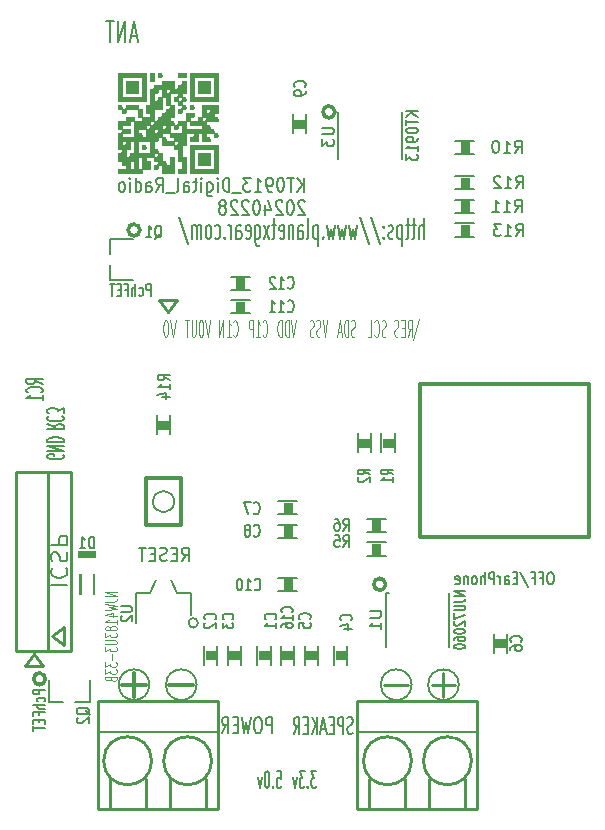
<source format=gbo>
G04 #@! TF.GenerationSoftware,KiCad,Pcbnew,7.0.8*
G04 #@! TF.CreationDate,2024-02-28T21:30:22+09:00*
G04 #@! TF.ProjectId,KT0913_Digital_Radio,4b543039-3133-45f4-9469-676974616c5f,rev?*
G04 #@! TF.SameCoordinates,Original*
G04 #@! TF.FileFunction,Legend,Bot*
G04 #@! TF.FilePolarity,Positive*
%FSLAX46Y46*%
G04 Gerber Fmt 4.6, Leading zero omitted, Abs format (unit mm)*
G04 Created by KiCad (PCBNEW 7.0.8) date 2024-02-28 21:30:22*
%MOMM*%
%LPD*%
G01*
G04 APERTURE LIST*
%ADD10C,0.250000*%
%ADD11C,0.150000*%
%ADD12C,0.200000*%
%ADD13C,0.120000*%
%ADD14C,0.140000*%
%ADD15C,0.170000*%
%ADD16C,0.300000*%
%ADD17C,0.100000*%
%ADD18C,0.050000*%
%ADD19C,0.010000*%
%ADD20C,0.254000*%
G04 APERTURE END LIST*
D10*
X133200000Y-109500000D02*
X131200000Y-109500000D01*
D11*
X133500000Y-109500000D02*
G75*
G03*
X133500000Y-109500000I-1300000J0D01*
G01*
X137500000Y-109500000D02*
G75*
G03*
X137500000Y-109500000I-1300000J0D01*
G01*
D10*
X137200000Y-109500000D02*
X135200000Y-109500000D01*
X136200000Y-108500000D02*
X136200000Y-110500000D01*
D11*
X145333458Y-99994819D02*
X145181077Y-99994819D01*
X145181077Y-99994819D02*
X145104887Y-100042438D01*
X145104887Y-100042438D02*
X145028696Y-100137676D01*
X145028696Y-100137676D02*
X144990601Y-100328152D01*
X144990601Y-100328152D02*
X144990601Y-100661485D01*
X144990601Y-100661485D02*
X145028696Y-100851961D01*
X145028696Y-100851961D02*
X145104887Y-100947200D01*
X145104887Y-100947200D02*
X145181077Y-100994819D01*
X145181077Y-100994819D02*
X145333458Y-100994819D01*
X145333458Y-100994819D02*
X145409649Y-100947200D01*
X145409649Y-100947200D02*
X145485839Y-100851961D01*
X145485839Y-100851961D02*
X145523935Y-100661485D01*
X145523935Y-100661485D02*
X145523935Y-100328152D01*
X145523935Y-100328152D02*
X145485839Y-100137676D01*
X145485839Y-100137676D02*
X145409649Y-100042438D01*
X145409649Y-100042438D02*
X145333458Y-99994819D01*
X144381078Y-100471009D02*
X144647744Y-100471009D01*
X144647744Y-100994819D02*
X144647744Y-99994819D01*
X144647744Y-99994819D02*
X144266792Y-99994819D01*
X143695364Y-100471009D02*
X143962030Y-100471009D01*
X143962030Y-100994819D02*
X143962030Y-99994819D01*
X143962030Y-99994819D02*
X143581078Y-99994819D01*
X142704888Y-99947200D02*
X143390602Y-101232914D01*
X142438221Y-100471009D02*
X142171555Y-100471009D01*
X142057269Y-100994819D02*
X142438221Y-100994819D01*
X142438221Y-100994819D02*
X142438221Y-99994819D01*
X142438221Y-99994819D02*
X142057269Y-99994819D01*
X141371554Y-100994819D02*
X141371554Y-100471009D01*
X141371554Y-100471009D02*
X141409649Y-100375771D01*
X141409649Y-100375771D02*
X141485840Y-100328152D01*
X141485840Y-100328152D02*
X141638221Y-100328152D01*
X141638221Y-100328152D02*
X141714411Y-100375771D01*
X141371554Y-100947200D02*
X141447745Y-100994819D01*
X141447745Y-100994819D02*
X141638221Y-100994819D01*
X141638221Y-100994819D02*
X141714411Y-100947200D01*
X141714411Y-100947200D02*
X141752507Y-100851961D01*
X141752507Y-100851961D02*
X141752507Y-100756723D01*
X141752507Y-100756723D02*
X141714411Y-100661485D01*
X141714411Y-100661485D02*
X141638221Y-100613866D01*
X141638221Y-100613866D02*
X141447745Y-100613866D01*
X141447745Y-100613866D02*
X141371554Y-100566247D01*
X140990601Y-100994819D02*
X140990601Y-100328152D01*
X140990601Y-100518628D02*
X140952506Y-100423390D01*
X140952506Y-100423390D02*
X140914411Y-100375771D01*
X140914411Y-100375771D02*
X140838220Y-100328152D01*
X140838220Y-100328152D02*
X140762030Y-100328152D01*
X140495363Y-100994819D02*
X140495363Y-99994819D01*
X140495363Y-99994819D02*
X140190601Y-99994819D01*
X140190601Y-99994819D02*
X140114411Y-100042438D01*
X140114411Y-100042438D02*
X140076316Y-100090057D01*
X140076316Y-100090057D02*
X140038220Y-100185295D01*
X140038220Y-100185295D02*
X140038220Y-100328152D01*
X140038220Y-100328152D02*
X140076316Y-100423390D01*
X140076316Y-100423390D02*
X140114411Y-100471009D01*
X140114411Y-100471009D02*
X140190601Y-100518628D01*
X140190601Y-100518628D02*
X140495363Y-100518628D01*
X139695363Y-100994819D02*
X139695363Y-99994819D01*
X139352506Y-100994819D02*
X139352506Y-100471009D01*
X139352506Y-100471009D02*
X139390601Y-100375771D01*
X139390601Y-100375771D02*
X139466792Y-100328152D01*
X139466792Y-100328152D02*
X139581078Y-100328152D01*
X139581078Y-100328152D02*
X139657268Y-100375771D01*
X139657268Y-100375771D02*
X139695363Y-100423390D01*
X138857268Y-100994819D02*
X138933458Y-100947200D01*
X138933458Y-100947200D02*
X138971553Y-100899580D01*
X138971553Y-100899580D02*
X139009649Y-100804342D01*
X139009649Y-100804342D02*
X139009649Y-100518628D01*
X139009649Y-100518628D02*
X138971553Y-100423390D01*
X138971553Y-100423390D02*
X138933458Y-100375771D01*
X138933458Y-100375771D02*
X138857268Y-100328152D01*
X138857268Y-100328152D02*
X138742982Y-100328152D01*
X138742982Y-100328152D02*
X138666791Y-100375771D01*
X138666791Y-100375771D02*
X138628696Y-100423390D01*
X138628696Y-100423390D02*
X138590601Y-100518628D01*
X138590601Y-100518628D02*
X138590601Y-100804342D01*
X138590601Y-100804342D02*
X138628696Y-100899580D01*
X138628696Y-100899580D02*
X138666791Y-100947200D01*
X138666791Y-100947200D02*
X138742982Y-100994819D01*
X138742982Y-100994819D02*
X138857268Y-100994819D01*
X138247743Y-100328152D02*
X138247743Y-100994819D01*
X138247743Y-100423390D02*
X138209648Y-100375771D01*
X138209648Y-100375771D02*
X138133458Y-100328152D01*
X138133458Y-100328152D02*
X138019172Y-100328152D01*
X138019172Y-100328152D02*
X137942981Y-100375771D01*
X137942981Y-100375771D02*
X137904886Y-100471009D01*
X137904886Y-100471009D02*
X137904886Y-100994819D01*
X137219171Y-100947200D02*
X137295362Y-100994819D01*
X137295362Y-100994819D02*
X137447743Y-100994819D01*
X137447743Y-100994819D02*
X137523933Y-100947200D01*
X137523933Y-100947200D02*
X137562029Y-100851961D01*
X137562029Y-100851961D02*
X137562029Y-100471009D01*
X137562029Y-100471009D02*
X137523933Y-100375771D01*
X137523933Y-100375771D02*
X137447743Y-100328152D01*
X137447743Y-100328152D02*
X137295362Y-100328152D01*
X137295362Y-100328152D02*
X137219171Y-100375771D01*
X137219171Y-100375771D02*
X137181076Y-100471009D01*
X137181076Y-100471009D02*
X137181076Y-100566247D01*
X137181076Y-100566247D02*
X137562029Y-100661485D01*
X124413220Y-67763342D02*
X124413220Y-66563342D01*
X123841792Y-67763342D02*
X124270363Y-67077628D01*
X123841792Y-66563342D02*
X124413220Y-67249057D01*
X123556077Y-66563342D02*
X122984649Y-66563342D01*
X123270363Y-67763342D02*
X123270363Y-66563342D01*
X122460839Y-66563342D02*
X122365601Y-66563342D01*
X122365601Y-66563342D02*
X122270363Y-66620485D01*
X122270363Y-66620485D02*
X122222744Y-66677628D01*
X122222744Y-66677628D02*
X122175125Y-66791914D01*
X122175125Y-66791914D02*
X122127506Y-67020485D01*
X122127506Y-67020485D02*
X122127506Y-67306200D01*
X122127506Y-67306200D02*
X122175125Y-67534771D01*
X122175125Y-67534771D02*
X122222744Y-67649057D01*
X122222744Y-67649057D02*
X122270363Y-67706200D01*
X122270363Y-67706200D02*
X122365601Y-67763342D01*
X122365601Y-67763342D02*
X122460839Y-67763342D01*
X122460839Y-67763342D02*
X122556077Y-67706200D01*
X122556077Y-67706200D02*
X122603696Y-67649057D01*
X122603696Y-67649057D02*
X122651315Y-67534771D01*
X122651315Y-67534771D02*
X122698934Y-67306200D01*
X122698934Y-67306200D02*
X122698934Y-67020485D01*
X122698934Y-67020485D02*
X122651315Y-66791914D01*
X122651315Y-66791914D02*
X122603696Y-66677628D01*
X122603696Y-66677628D02*
X122556077Y-66620485D01*
X122556077Y-66620485D02*
X122460839Y-66563342D01*
X121651315Y-67763342D02*
X121460839Y-67763342D01*
X121460839Y-67763342D02*
X121365601Y-67706200D01*
X121365601Y-67706200D02*
X121317982Y-67649057D01*
X121317982Y-67649057D02*
X121222744Y-67477628D01*
X121222744Y-67477628D02*
X121175125Y-67249057D01*
X121175125Y-67249057D02*
X121175125Y-66791914D01*
X121175125Y-66791914D02*
X121222744Y-66677628D01*
X121222744Y-66677628D02*
X121270363Y-66620485D01*
X121270363Y-66620485D02*
X121365601Y-66563342D01*
X121365601Y-66563342D02*
X121556077Y-66563342D01*
X121556077Y-66563342D02*
X121651315Y-66620485D01*
X121651315Y-66620485D02*
X121698934Y-66677628D01*
X121698934Y-66677628D02*
X121746553Y-66791914D01*
X121746553Y-66791914D02*
X121746553Y-67077628D01*
X121746553Y-67077628D02*
X121698934Y-67191914D01*
X121698934Y-67191914D02*
X121651315Y-67249057D01*
X121651315Y-67249057D02*
X121556077Y-67306200D01*
X121556077Y-67306200D02*
X121365601Y-67306200D01*
X121365601Y-67306200D02*
X121270363Y-67249057D01*
X121270363Y-67249057D02*
X121222744Y-67191914D01*
X121222744Y-67191914D02*
X121175125Y-67077628D01*
X120222744Y-67763342D02*
X120794172Y-67763342D01*
X120508458Y-67763342D02*
X120508458Y-66563342D01*
X120508458Y-66563342D02*
X120603696Y-66734771D01*
X120603696Y-66734771D02*
X120698934Y-66849057D01*
X120698934Y-66849057D02*
X120794172Y-66906200D01*
X119889410Y-66563342D02*
X119270363Y-66563342D01*
X119270363Y-66563342D02*
X119603696Y-67020485D01*
X119603696Y-67020485D02*
X119460839Y-67020485D01*
X119460839Y-67020485D02*
X119365601Y-67077628D01*
X119365601Y-67077628D02*
X119317982Y-67134771D01*
X119317982Y-67134771D02*
X119270363Y-67249057D01*
X119270363Y-67249057D02*
X119270363Y-67534771D01*
X119270363Y-67534771D02*
X119317982Y-67649057D01*
X119317982Y-67649057D02*
X119365601Y-67706200D01*
X119365601Y-67706200D02*
X119460839Y-67763342D01*
X119460839Y-67763342D02*
X119746553Y-67763342D01*
X119746553Y-67763342D02*
X119841791Y-67706200D01*
X119841791Y-67706200D02*
X119889410Y-67649057D01*
X119079887Y-67877628D02*
X118317982Y-67877628D01*
X118079886Y-67763342D02*
X118079886Y-66563342D01*
X118079886Y-66563342D02*
X117841791Y-66563342D01*
X117841791Y-66563342D02*
X117698934Y-66620485D01*
X117698934Y-66620485D02*
X117603696Y-66734771D01*
X117603696Y-66734771D02*
X117556077Y-66849057D01*
X117556077Y-66849057D02*
X117508458Y-67077628D01*
X117508458Y-67077628D02*
X117508458Y-67249057D01*
X117508458Y-67249057D02*
X117556077Y-67477628D01*
X117556077Y-67477628D02*
X117603696Y-67591914D01*
X117603696Y-67591914D02*
X117698934Y-67706200D01*
X117698934Y-67706200D02*
X117841791Y-67763342D01*
X117841791Y-67763342D02*
X118079886Y-67763342D01*
X117079886Y-67763342D02*
X117079886Y-66963342D01*
X117079886Y-66563342D02*
X117127505Y-66620485D01*
X117127505Y-66620485D02*
X117079886Y-66677628D01*
X117079886Y-66677628D02*
X117032267Y-66620485D01*
X117032267Y-66620485D02*
X117079886Y-66563342D01*
X117079886Y-66563342D02*
X117079886Y-66677628D01*
X116175125Y-66963342D02*
X116175125Y-67934771D01*
X116175125Y-67934771D02*
X116222744Y-68049057D01*
X116222744Y-68049057D02*
X116270363Y-68106200D01*
X116270363Y-68106200D02*
X116365601Y-68163342D01*
X116365601Y-68163342D02*
X116508458Y-68163342D01*
X116508458Y-68163342D02*
X116603696Y-68106200D01*
X116175125Y-67706200D02*
X116270363Y-67763342D01*
X116270363Y-67763342D02*
X116460839Y-67763342D01*
X116460839Y-67763342D02*
X116556077Y-67706200D01*
X116556077Y-67706200D02*
X116603696Y-67649057D01*
X116603696Y-67649057D02*
X116651315Y-67534771D01*
X116651315Y-67534771D02*
X116651315Y-67191914D01*
X116651315Y-67191914D02*
X116603696Y-67077628D01*
X116603696Y-67077628D02*
X116556077Y-67020485D01*
X116556077Y-67020485D02*
X116460839Y-66963342D01*
X116460839Y-66963342D02*
X116270363Y-66963342D01*
X116270363Y-66963342D02*
X116175125Y-67020485D01*
X115698934Y-67763342D02*
X115698934Y-66963342D01*
X115698934Y-66563342D02*
X115746553Y-66620485D01*
X115746553Y-66620485D02*
X115698934Y-66677628D01*
X115698934Y-66677628D02*
X115651315Y-66620485D01*
X115651315Y-66620485D02*
X115698934Y-66563342D01*
X115698934Y-66563342D02*
X115698934Y-66677628D01*
X115365601Y-66963342D02*
X114984649Y-66963342D01*
X115222744Y-66563342D02*
X115222744Y-67591914D01*
X115222744Y-67591914D02*
X115175125Y-67706200D01*
X115175125Y-67706200D02*
X115079887Y-67763342D01*
X115079887Y-67763342D02*
X114984649Y-67763342D01*
X114222744Y-67763342D02*
X114222744Y-67134771D01*
X114222744Y-67134771D02*
X114270363Y-67020485D01*
X114270363Y-67020485D02*
X114365601Y-66963342D01*
X114365601Y-66963342D02*
X114556077Y-66963342D01*
X114556077Y-66963342D02*
X114651315Y-67020485D01*
X114222744Y-67706200D02*
X114317982Y-67763342D01*
X114317982Y-67763342D02*
X114556077Y-67763342D01*
X114556077Y-67763342D02*
X114651315Y-67706200D01*
X114651315Y-67706200D02*
X114698934Y-67591914D01*
X114698934Y-67591914D02*
X114698934Y-67477628D01*
X114698934Y-67477628D02*
X114651315Y-67363342D01*
X114651315Y-67363342D02*
X114556077Y-67306200D01*
X114556077Y-67306200D02*
X114317982Y-67306200D01*
X114317982Y-67306200D02*
X114222744Y-67249057D01*
X113603696Y-67763342D02*
X113698934Y-67706200D01*
X113698934Y-67706200D02*
X113746553Y-67591914D01*
X113746553Y-67591914D02*
X113746553Y-66563342D01*
X113460839Y-67877628D02*
X112698934Y-67877628D01*
X111889410Y-67763342D02*
X112222743Y-67191914D01*
X112460838Y-67763342D02*
X112460838Y-66563342D01*
X112460838Y-66563342D02*
X112079886Y-66563342D01*
X112079886Y-66563342D02*
X111984648Y-66620485D01*
X111984648Y-66620485D02*
X111937029Y-66677628D01*
X111937029Y-66677628D02*
X111889410Y-66791914D01*
X111889410Y-66791914D02*
X111889410Y-66963342D01*
X111889410Y-66963342D02*
X111937029Y-67077628D01*
X111937029Y-67077628D02*
X111984648Y-67134771D01*
X111984648Y-67134771D02*
X112079886Y-67191914D01*
X112079886Y-67191914D02*
X112460838Y-67191914D01*
X111032267Y-67763342D02*
X111032267Y-67134771D01*
X111032267Y-67134771D02*
X111079886Y-67020485D01*
X111079886Y-67020485D02*
X111175124Y-66963342D01*
X111175124Y-66963342D02*
X111365600Y-66963342D01*
X111365600Y-66963342D02*
X111460838Y-67020485D01*
X111032267Y-67706200D02*
X111127505Y-67763342D01*
X111127505Y-67763342D02*
X111365600Y-67763342D01*
X111365600Y-67763342D02*
X111460838Y-67706200D01*
X111460838Y-67706200D02*
X111508457Y-67591914D01*
X111508457Y-67591914D02*
X111508457Y-67477628D01*
X111508457Y-67477628D02*
X111460838Y-67363342D01*
X111460838Y-67363342D02*
X111365600Y-67306200D01*
X111365600Y-67306200D02*
X111127505Y-67306200D01*
X111127505Y-67306200D02*
X111032267Y-67249057D01*
X110127505Y-67763342D02*
X110127505Y-66563342D01*
X110127505Y-67706200D02*
X110222743Y-67763342D01*
X110222743Y-67763342D02*
X110413219Y-67763342D01*
X110413219Y-67763342D02*
X110508457Y-67706200D01*
X110508457Y-67706200D02*
X110556076Y-67649057D01*
X110556076Y-67649057D02*
X110603695Y-67534771D01*
X110603695Y-67534771D02*
X110603695Y-67191914D01*
X110603695Y-67191914D02*
X110556076Y-67077628D01*
X110556076Y-67077628D02*
X110508457Y-67020485D01*
X110508457Y-67020485D02*
X110413219Y-66963342D01*
X110413219Y-66963342D02*
X110222743Y-66963342D01*
X110222743Y-66963342D02*
X110127505Y-67020485D01*
X109651314Y-67763342D02*
X109651314Y-66963342D01*
X109651314Y-66563342D02*
X109698933Y-66620485D01*
X109698933Y-66620485D02*
X109651314Y-66677628D01*
X109651314Y-66677628D02*
X109603695Y-66620485D01*
X109603695Y-66620485D02*
X109651314Y-66563342D01*
X109651314Y-66563342D02*
X109651314Y-66677628D01*
X109032267Y-67763342D02*
X109127505Y-67706200D01*
X109127505Y-67706200D02*
X109175124Y-67649057D01*
X109175124Y-67649057D02*
X109222743Y-67534771D01*
X109222743Y-67534771D02*
X109222743Y-67191914D01*
X109222743Y-67191914D02*
X109175124Y-67077628D01*
X109175124Y-67077628D02*
X109127505Y-67020485D01*
X109127505Y-67020485D02*
X109032267Y-66963342D01*
X109032267Y-66963342D02*
X108889410Y-66963342D01*
X108889410Y-66963342D02*
X108794172Y-67020485D01*
X108794172Y-67020485D02*
X108746553Y-67077628D01*
X108746553Y-67077628D02*
X108698934Y-67191914D01*
X108698934Y-67191914D02*
X108698934Y-67534771D01*
X108698934Y-67534771D02*
X108746553Y-67649057D01*
X108746553Y-67649057D02*
X108794172Y-67706200D01*
X108794172Y-67706200D02*
X108889410Y-67763342D01*
X108889410Y-67763342D02*
X109032267Y-67763342D01*
X124460839Y-68609628D02*
X124413220Y-68552485D01*
X124413220Y-68552485D02*
X124317982Y-68495342D01*
X124317982Y-68495342D02*
X124079887Y-68495342D01*
X124079887Y-68495342D02*
X123984649Y-68552485D01*
X123984649Y-68552485D02*
X123937030Y-68609628D01*
X123937030Y-68609628D02*
X123889411Y-68723914D01*
X123889411Y-68723914D02*
X123889411Y-68838200D01*
X123889411Y-68838200D02*
X123937030Y-69009628D01*
X123937030Y-69009628D02*
X124508458Y-69695342D01*
X124508458Y-69695342D02*
X123889411Y-69695342D01*
X123270363Y-68495342D02*
X123175125Y-68495342D01*
X123175125Y-68495342D02*
X123079887Y-68552485D01*
X123079887Y-68552485D02*
X123032268Y-68609628D01*
X123032268Y-68609628D02*
X122984649Y-68723914D01*
X122984649Y-68723914D02*
X122937030Y-68952485D01*
X122937030Y-68952485D02*
X122937030Y-69238200D01*
X122937030Y-69238200D02*
X122984649Y-69466771D01*
X122984649Y-69466771D02*
X123032268Y-69581057D01*
X123032268Y-69581057D02*
X123079887Y-69638200D01*
X123079887Y-69638200D02*
X123175125Y-69695342D01*
X123175125Y-69695342D02*
X123270363Y-69695342D01*
X123270363Y-69695342D02*
X123365601Y-69638200D01*
X123365601Y-69638200D02*
X123413220Y-69581057D01*
X123413220Y-69581057D02*
X123460839Y-69466771D01*
X123460839Y-69466771D02*
X123508458Y-69238200D01*
X123508458Y-69238200D02*
X123508458Y-68952485D01*
X123508458Y-68952485D02*
X123460839Y-68723914D01*
X123460839Y-68723914D02*
X123413220Y-68609628D01*
X123413220Y-68609628D02*
X123365601Y-68552485D01*
X123365601Y-68552485D02*
X123270363Y-68495342D01*
X122556077Y-68609628D02*
X122508458Y-68552485D01*
X122508458Y-68552485D02*
X122413220Y-68495342D01*
X122413220Y-68495342D02*
X122175125Y-68495342D01*
X122175125Y-68495342D02*
X122079887Y-68552485D01*
X122079887Y-68552485D02*
X122032268Y-68609628D01*
X122032268Y-68609628D02*
X121984649Y-68723914D01*
X121984649Y-68723914D02*
X121984649Y-68838200D01*
X121984649Y-68838200D02*
X122032268Y-69009628D01*
X122032268Y-69009628D02*
X122603696Y-69695342D01*
X122603696Y-69695342D02*
X121984649Y-69695342D01*
X121127506Y-68895342D02*
X121127506Y-69695342D01*
X121365601Y-68438200D02*
X121603696Y-69295342D01*
X121603696Y-69295342D02*
X120984649Y-69295342D01*
X120413220Y-68495342D02*
X120317982Y-68495342D01*
X120317982Y-68495342D02*
X120222744Y-68552485D01*
X120222744Y-68552485D02*
X120175125Y-68609628D01*
X120175125Y-68609628D02*
X120127506Y-68723914D01*
X120127506Y-68723914D02*
X120079887Y-68952485D01*
X120079887Y-68952485D02*
X120079887Y-69238200D01*
X120079887Y-69238200D02*
X120127506Y-69466771D01*
X120127506Y-69466771D02*
X120175125Y-69581057D01*
X120175125Y-69581057D02*
X120222744Y-69638200D01*
X120222744Y-69638200D02*
X120317982Y-69695342D01*
X120317982Y-69695342D02*
X120413220Y-69695342D01*
X120413220Y-69695342D02*
X120508458Y-69638200D01*
X120508458Y-69638200D02*
X120556077Y-69581057D01*
X120556077Y-69581057D02*
X120603696Y-69466771D01*
X120603696Y-69466771D02*
X120651315Y-69238200D01*
X120651315Y-69238200D02*
X120651315Y-68952485D01*
X120651315Y-68952485D02*
X120603696Y-68723914D01*
X120603696Y-68723914D02*
X120556077Y-68609628D01*
X120556077Y-68609628D02*
X120508458Y-68552485D01*
X120508458Y-68552485D02*
X120413220Y-68495342D01*
X119698934Y-68609628D02*
X119651315Y-68552485D01*
X119651315Y-68552485D02*
X119556077Y-68495342D01*
X119556077Y-68495342D02*
X119317982Y-68495342D01*
X119317982Y-68495342D02*
X119222744Y-68552485D01*
X119222744Y-68552485D02*
X119175125Y-68609628D01*
X119175125Y-68609628D02*
X119127506Y-68723914D01*
X119127506Y-68723914D02*
X119127506Y-68838200D01*
X119127506Y-68838200D02*
X119175125Y-69009628D01*
X119175125Y-69009628D02*
X119746553Y-69695342D01*
X119746553Y-69695342D02*
X119127506Y-69695342D01*
X118746553Y-68609628D02*
X118698934Y-68552485D01*
X118698934Y-68552485D02*
X118603696Y-68495342D01*
X118603696Y-68495342D02*
X118365601Y-68495342D01*
X118365601Y-68495342D02*
X118270363Y-68552485D01*
X118270363Y-68552485D02*
X118222744Y-68609628D01*
X118222744Y-68609628D02*
X118175125Y-68723914D01*
X118175125Y-68723914D02*
X118175125Y-68838200D01*
X118175125Y-68838200D02*
X118222744Y-69009628D01*
X118222744Y-69009628D02*
X118794172Y-69695342D01*
X118794172Y-69695342D02*
X118175125Y-69695342D01*
X117603696Y-69009628D02*
X117698934Y-68952485D01*
X117698934Y-68952485D02*
X117746553Y-68895342D01*
X117746553Y-68895342D02*
X117794172Y-68781057D01*
X117794172Y-68781057D02*
X117794172Y-68723914D01*
X117794172Y-68723914D02*
X117746553Y-68609628D01*
X117746553Y-68609628D02*
X117698934Y-68552485D01*
X117698934Y-68552485D02*
X117603696Y-68495342D01*
X117603696Y-68495342D02*
X117413220Y-68495342D01*
X117413220Y-68495342D02*
X117317982Y-68552485D01*
X117317982Y-68552485D02*
X117270363Y-68609628D01*
X117270363Y-68609628D02*
X117222744Y-68723914D01*
X117222744Y-68723914D02*
X117222744Y-68781057D01*
X117222744Y-68781057D02*
X117270363Y-68895342D01*
X117270363Y-68895342D02*
X117317982Y-68952485D01*
X117317982Y-68952485D02*
X117413220Y-69009628D01*
X117413220Y-69009628D02*
X117603696Y-69009628D01*
X117603696Y-69009628D02*
X117698934Y-69066771D01*
X117698934Y-69066771D02*
X117746553Y-69123914D01*
X117746553Y-69123914D02*
X117794172Y-69238200D01*
X117794172Y-69238200D02*
X117794172Y-69466771D01*
X117794172Y-69466771D02*
X117746553Y-69581057D01*
X117746553Y-69581057D02*
X117698934Y-69638200D01*
X117698934Y-69638200D02*
X117603696Y-69695342D01*
X117603696Y-69695342D02*
X117413220Y-69695342D01*
X117413220Y-69695342D02*
X117317982Y-69638200D01*
X117317982Y-69638200D02*
X117270363Y-69581057D01*
X117270363Y-69581057D02*
X117222744Y-69466771D01*
X117222744Y-69466771D02*
X117222744Y-69238200D01*
X117222744Y-69238200D02*
X117270363Y-69123914D01*
X117270363Y-69123914D02*
X117317982Y-69066771D01*
X117317982Y-69066771D02*
X117413220Y-69009628D01*
D12*
X110257142Y-54608028D02*
X109733332Y-54608028D01*
X110361904Y-55122314D02*
X109995237Y-53322314D01*
X109995237Y-53322314D02*
X109628570Y-55122314D01*
X109261904Y-55122314D02*
X109261904Y-53322314D01*
X109261904Y-53322314D02*
X108633332Y-55122314D01*
X108633332Y-55122314D02*
X108633332Y-53322314D01*
X108266666Y-53322314D02*
X107638094Y-53322314D01*
X107952380Y-55122314D02*
X107952380Y-53322314D01*
D11*
X102660133Y-87466666D02*
X103326800Y-87699999D01*
X102660133Y-87866666D02*
X104060133Y-87866666D01*
X104060133Y-87866666D02*
X104060133Y-87599999D01*
X104060133Y-87599999D02*
X103993466Y-87533333D01*
X103993466Y-87533333D02*
X103926800Y-87499999D01*
X103926800Y-87499999D02*
X103793466Y-87466666D01*
X103793466Y-87466666D02*
X103593466Y-87466666D01*
X103593466Y-87466666D02*
X103460133Y-87499999D01*
X103460133Y-87499999D02*
X103393466Y-87533333D01*
X103393466Y-87533333D02*
X103326800Y-87599999D01*
X103326800Y-87599999D02*
X103326800Y-87866666D01*
X102793466Y-86766666D02*
X102726800Y-86799999D01*
X102726800Y-86799999D02*
X102660133Y-86899999D01*
X102660133Y-86899999D02*
X102660133Y-86966666D01*
X102660133Y-86966666D02*
X102726800Y-87066666D01*
X102726800Y-87066666D02*
X102860133Y-87133333D01*
X102860133Y-87133333D02*
X102993466Y-87166666D01*
X102993466Y-87166666D02*
X103260133Y-87199999D01*
X103260133Y-87199999D02*
X103460133Y-87199999D01*
X103460133Y-87199999D02*
X103726800Y-87166666D01*
X103726800Y-87166666D02*
X103860133Y-87133333D01*
X103860133Y-87133333D02*
X103993466Y-87066666D01*
X103993466Y-87066666D02*
X104060133Y-86966666D01*
X104060133Y-86966666D02*
X104060133Y-86899999D01*
X104060133Y-86899999D02*
X103993466Y-86799999D01*
X103993466Y-86799999D02*
X103926800Y-86766666D01*
X104060133Y-86533333D02*
X104060133Y-86099999D01*
X104060133Y-86099999D02*
X103526800Y-86333333D01*
X103526800Y-86333333D02*
X103526800Y-86233333D01*
X103526800Y-86233333D02*
X103460133Y-86166666D01*
X103460133Y-86166666D02*
X103393466Y-86133333D01*
X103393466Y-86133333D02*
X103260133Y-86099999D01*
X103260133Y-86099999D02*
X102926800Y-86099999D01*
X102926800Y-86099999D02*
X102793466Y-86133333D01*
X102793466Y-86133333D02*
X102726800Y-86166666D01*
X102726800Y-86166666D02*
X102660133Y-86233333D01*
X102660133Y-86233333D02*
X102660133Y-86433333D01*
X102660133Y-86433333D02*
X102726800Y-86499999D01*
X102726800Y-86499999D02*
X102793466Y-86533333D01*
X122100000Y-116839866D02*
X122433333Y-116839866D01*
X122433333Y-116839866D02*
X122466666Y-117506533D01*
X122466666Y-117506533D02*
X122433333Y-117439866D01*
X122433333Y-117439866D02*
X122366666Y-117373200D01*
X122366666Y-117373200D02*
X122200000Y-117373200D01*
X122200000Y-117373200D02*
X122133333Y-117439866D01*
X122133333Y-117439866D02*
X122100000Y-117506533D01*
X122100000Y-117506533D02*
X122066666Y-117639866D01*
X122066666Y-117639866D02*
X122066666Y-117973200D01*
X122066666Y-117973200D02*
X122100000Y-118106533D01*
X122100000Y-118106533D02*
X122133333Y-118173200D01*
X122133333Y-118173200D02*
X122200000Y-118239866D01*
X122200000Y-118239866D02*
X122366666Y-118239866D01*
X122366666Y-118239866D02*
X122433333Y-118173200D01*
X122433333Y-118173200D02*
X122466666Y-118106533D01*
X121766666Y-118106533D02*
X121733333Y-118173200D01*
X121733333Y-118173200D02*
X121766666Y-118239866D01*
X121766666Y-118239866D02*
X121799999Y-118173200D01*
X121799999Y-118173200D02*
X121766666Y-118106533D01*
X121766666Y-118106533D02*
X121766666Y-118239866D01*
X121300000Y-116839866D02*
X121233333Y-116839866D01*
X121233333Y-116839866D02*
X121166666Y-116906533D01*
X121166666Y-116906533D02*
X121133333Y-116973200D01*
X121133333Y-116973200D02*
X121100000Y-117106533D01*
X121100000Y-117106533D02*
X121066666Y-117373200D01*
X121066666Y-117373200D02*
X121066666Y-117706533D01*
X121066666Y-117706533D02*
X121100000Y-117973200D01*
X121100000Y-117973200D02*
X121133333Y-118106533D01*
X121133333Y-118106533D02*
X121166666Y-118173200D01*
X121166666Y-118173200D02*
X121233333Y-118239866D01*
X121233333Y-118239866D02*
X121300000Y-118239866D01*
X121300000Y-118239866D02*
X121366666Y-118173200D01*
X121366666Y-118173200D02*
X121400000Y-118106533D01*
X121400000Y-118106533D02*
X121433333Y-117973200D01*
X121433333Y-117973200D02*
X121466666Y-117706533D01*
X121466666Y-117706533D02*
X121466666Y-117373200D01*
X121466666Y-117373200D02*
X121433333Y-117106533D01*
X121433333Y-117106533D02*
X121400000Y-116973200D01*
X121400000Y-116973200D02*
X121366666Y-116906533D01*
X121366666Y-116906533D02*
X121300000Y-116839866D01*
X120833333Y-117306533D02*
X120666666Y-118239866D01*
X120666666Y-118239866D02*
X120499999Y-117306533D01*
X102289866Y-84033333D02*
X101623200Y-83800000D01*
X102289866Y-83633333D02*
X100889866Y-83633333D01*
X100889866Y-83633333D02*
X100889866Y-83900000D01*
X100889866Y-83900000D02*
X100956533Y-83966667D01*
X100956533Y-83966667D02*
X101023200Y-84000000D01*
X101023200Y-84000000D02*
X101156533Y-84033333D01*
X101156533Y-84033333D02*
X101356533Y-84033333D01*
X101356533Y-84033333D02*
X101489866Y-84000000D01*
X101489866Y-84000000D02*
X101556533Y-83966667D01*
X101556533Y-83966667D02*
X101623200Y-83900000D01*
X101623200Y-83900000D02*
X101623200Y-83633333D01*
X102156533Y-84733333D02*
X102223200Y-84700000D01*
X102223200Y-84700000D02*
X102289866Y-84600000D01*
X102289866Y-84600000D02*
X102289866Y-84533333D01*
X102289866Y-84533333D02*
X102223200Y-84433333D01*
X102223200Y-84433333D02*
X102089866Y-84366667D01*
X102089866Y-84366667D02*
X101956533Y-84333333D01*
X101956533Y-84333333D02*
X101689866Y-84300000D01*
X101689866Y-84300000D02*
X101489866Y-84300000D01*
X101489866Y-84300000D02*
X101223200Y-84333333D01*
X101223200Y-84333333D02*
X101089866Y-84366667D01*
X101089866Y-84366667D02*
X100956533Y-84433333D01*
X100956533Y-84433333D02*
X100889866Y-84533333D01*
X100889866Y-84533333D02*
X100889866Y-84600000D01*
X100889866Y-84600000D02*
X100956533Y-84700000D01*
X100956533Y-84700000D02*
X101023200Y-84733333D01*
X102289866Y-85400000D02*
X102289866Y-85000000D01*
X102289866Y-85200000D02*
X100889866Y-85200000D01*
X100889866Y-85200000D02*
X101089866Y-85133333D01*
X101089866Y-85133333D02*
X101223200Y-85066667D01*
X101223200Y-85066667D02*
X101289866Y-85000000D01*
D12*
X121654136Y-113618266D02*
X121654136Y-112218266D01*
X121654136Y-112218266D02*
X121311279Y-112218266D01*
X121311279Y-112218266D02*
X121225564Y-112284933D01*
X121225564Y-112284933D02*
X121182707Y-112351600D01*
X121182707Y-112351600D02*
X121139850Y-112484933D01*
X121139850Y-112484933D02*
X121139850Y-112684933D01*
X121139850Y-112684933D02*
X121182707Y-112818266D01*
X121182707Y-112818266D02*
X121225564Y-112884933D01*
X121225564Y-112884933D02*
X121311279Y-112951600D01*
X121311279Y-112951600D02*
X121654136Y-112951600D01*
X120582707Y-112218266D02*
X120411279Y-112218266D01*
X120411279Y-112218266D02*
X120325564Y-112284933D01*
X120325564Y-112284933D02*
X120239850Y-112418266D01*
X120239850Y-112418266D02*
X120196993Y-112684933D01*
X120196993Y-112684933D02*
X120196993Y-113151600D01*
X120196993Y-113151600D02*
X120239850Y-113418266D01*
X120239850Y-113418266D02*
X120325564Y-113551600D01*
X120325564Y-113551600D02*
X120411279Y-113618266D01*
X120411279Y-113618266D02*
X120582707Y-113618266D01*
X120582707Y-113618266D02*
X120668422Y-113551600D01*
X120668422Y-113551600D02*
X120754136Y-113418266D01*
X120754136Y-113418266D02*
X120796993Y-113151600D01*
X120796993Y-113151600D02*
X120796993Y-112684933D01*
X120796993Y-112684933D02*
X120754136Y-112418266D01*
X120754136Y-112418266D02*
X120668422Y-112284933D01*
X120668422Y-112284933D02*
X120582707Y-112218266D01*
X119896993Y-112218266D02*
X119682707Y-113618266D01*
X119682707Y-113618266D02*
X119511279Y-112618266D01*
X119511279Y-112618266D02*
X119339850Y-113618266D01*
X119339850Y-113618266D02*
X119125565Y-112218266D01*
X118782708Y-112884933D02*
X118482708Y-112884933D01*
X118354136Y-113618266D02*
X118782708Y-113618266D01*
X118782708Y-113618266D02*
X118782708Y-112218266D01*
X118782708Y-112218266D02*
X118354136Y-112218266D01*
X117454136Y-113618266D02*
X117754136Y-112951600D01*
X117968422Y-113618266D02*
X117968422Y-112218266D01*
X117968422Y-112218266D02*
X117625565Y-112218266D01*
X117625565Y-112218266D02*
X117539850Y-112284933D01*
X117539850Y-112284933D02*
X117496993Y-112351600D01*
X117496993Y-112351600D02*
X117454136Y-112484933D01*
X117454136Y-112484933D02*
X117454136Y-112684933D01*
X117454136Y-112684933D02*
X117496993Y-112818266D01*
X117496993Y-112818266D02*
X117539850Y-112884933D01*
X117539850Y-112884933D02*
X117625565Y-112951600D01*
X117625565Y-112951600D02*
X117968422Y-112951600D01*
D11*
X103993466Y-90023332D02*
X104060133Y-90089999D01*
X104060133Y-90089999D02*
X104060133Y-90189999D01*
X104060133Y-90189999D02*
X103993466Y-90289999D01*
X103993466Y-90289999D02*
X103860133Y-90356666D01*
X103860133Y-90356666D02*
X103726800Y-90389999D01*
X103726800Y-90389999D02*
X103460133Y-90423332D01*
X103460133Y-90423332D02*
X103260133Y-90423332D01*
X103260133Y-90423332D02*
X102993466Y-90389999D01*
X102993466Y-90389999D02*
X102860133Y-90356666D01*
X102860133Y-90356666D02*
X102726800Y-90289999D01*
X102726800Y-90289999D02*
X102660133Y-90189999D01*
X102660133Y-90189999D02*
X102660133Y-90123332D01*
X102660133Y-90123332D02*
X102726800Y-90023332D01*
X102726800Y-90023332D02*
X102793466Y-89989999D01*
X102793466Y-89989999D02*
X103260133Y-89989999D01*
X103260133Y-89989999D02*
X103260133Y-90123332D01*
X102660133Y-89689999D02*
X104060133Y-89689999D01*
X104060133Y-89689999D02*
X102660133Y-89289999D01*
X102660133Y-89289999D02*
X104060133Y-89289999D01*
X102660133Y-88956666D02*
X104060133Y-88956666D01*
X104060133Y-88956666D02*
X104060133Y-88789999D01*
X104060133Y-88789999D02*
X103993466Y-88689999D01*
X103993466Y-88689999D02*
X103860133Y-88623333D01*
X103860133Y-88623333D02*
X103726800Y-88589999D01*
X103726800Y-88589999D02*
X103460133Y-88556666D01*
X103460133Y-88556666D02*
X103260133Y-88556666D01*
X103260133Y-88556666D02*
X102993466Y-88589999D01*
X102993466Y-88589999D02*
X102860133Y-88623333D01*
X102860133Y-88623333D02*
X102726800Y-88689999D01*
X102726800Y-88689999D02*
X102660133Y-88789999D01*
X102660133Y-88789999D02*
X102660133Y-88956666D01*
D13*
X134104285Y-78508093D02*
X133590000Y-80308093D01*
X133161428Y-80041426D02*
X133361428Y-79374760D01*
X133504285Y-80041426D02*
X133504285Y-78641426D01*
X133504285Y-78641426D02*
X133275714Y-78641426D01*
X133275714Y-78641426D02*
X133218571Y-78708093D01*
X133218571Y-78708093D02*
X133190000Y-78774760D01*
X133190000Y-78774760D02*
X133161428Y-78908093D01*
X133161428Y-78908093D02*
X133161428Y-79108093D01*
X133161428Y-79108093D02*
X133190000Y-79241426D01*
X133190000Y-79241426D02*
X133218571Y-79308093D01*
X133218571Y-79308093D02*
X133275714Y-79374760D01*
X133275714Y-79374760D02*
X133504285Y-79374760D01*
X132904285Y-79308093D02*
X132704285Y-79308093D01*
X132618571Y-80041426D02*
X132904285Y-80041426D01*
X132904285Y-80041426D02*
X132904285Y-78641426D01*
X132904285Y-78641426D02*
X132618571Y-78641426D01*
X132390000Y-79974760D02*
X132304286Y-80041426D01*
X132304286Y-80041426D02*
X132161428Y-80041426D01*
X132161428Y-80041426D02*
X132104286Y-79974760D01*
X132104286Y-79974760D02*
X132075714Y-79908093D01*
X132075714Y-79908093D02*
X132047143Y-79774760D01*
X132047143Y-79774760D02*
X132047143Y-79641426D01*
X132047143Y-79641426D02*
X132075714Y-79508093D01*
X132075714Y-79508093D02*
X132104286Y-79441426D01*
X132104286Y-79441426D02*
X132161428Y-79374760D01*
X132161428Y-79374760D02*
X132275714Y-79308093D01*
X132275714Y-79308093D02*
X132332857Y-79241426D01*
X132332857Y-79241426D02*
X132361428Y-79174760D01*
X132361428Y-79174760D02*
X132390000Y-79041426D01*
X132390000Y-79041426D02*
X132390000Y-78908093D01*
X132390000Y-78908093D02*
X132361428Y-78774760D01*
X132361428Y-78774760D02*
X132332857Y-78708093D01*
X132332857Y-78708093D02*
X132275714Y-78641426D01*
X132275714Y-78641426D02*
X132132857Y-78641426D01*
X132132857Y-78641426D02*
X132047143Y-78708093D01*
X113556666Y-78641426D02*
X113323333Y-80041426D01*
X113323333Y-80041426D02*
X113089999Y-78641426D01*
X112723333Y-78641426D02*
X112656666Y-78641426D01*
X112656666Y-78641426D02*
X112589999Y-78708093D01*
X112589999Y-78708093D02*
X112556666Y-78774760D01*
X112556666Y-78774760D02*
X112523333Y-78908093D01*
X112523333Y-78908093D02*
X112489999Y-79174760D01*
X112489999Y-79174760D02*
X112489999Y-79508093D01*
X112489999Y-79508093D02*
X112523333Y-79774760D01*
X112523333Y-79774760D02*
X112556666Y-79908093D01*
X112556666Y-79908093D02*
X112589999Y-79974760D01*
X112589999Y-79974760D02*
X112656666Y-80041426D01*
X112656666Y-80041426D02*
X112723333Y-80041426D01*
X112723333Y-80041426D02*
X112789999Y-79974760D01*
X112789999Y-79974760D02*
X112823333Y-79908093D01*
X112823333Y-79908093D02*
X112856666Y-79774760D01*
X112856666Y-79774760D02*
X112889999Y-79508093D01*
X112889999Y-79508093D02*
X112889999Y-79174760D01*
X112889999Y-79174760D02*
X112856666Y-78908093D01*
X112856666Y-78908093D02*
X112823333Y-78774760D01*
X112823333Y-78774760D02*
X112789999Y-78708093D01*
X112789999Y-78708093D02*
X112723333Y-78641426D01*
X131304285Y-79974760D02*
X131218571Y-80041426D01*
X131218571Y-80041426D02*
X131075713Y-80041426D01*
X131075713Y-80041426D02*
X131018571Y-79974760D01*
X131018571Y-79974760D02*
X130989999Y-79908093D01*
X130989999Y-79908093D02*
X130961428Y-79774760D01*
X130961428Y-79774760D02*
X130961428Y-79641426D01*
X130961428Y-79641426D02*
X130989999Y-79508093D01*
X130989999Y-79508093D02*
X131018571Y-79441426D01*
X131018571Y-79441426D02*
X131075713Y-79374760D01*
X131075713Y-79374760D02*
X131189999Y-79308093D01*
X131189999Y-79308093D02*
X131247142Y-79241426D01*
X131247142Y-79241426D02*
X131275713Y-79174760D01*
X131275713Y-79174760D02*
X131304285Y-79041426D01*
X131304285Y-79041426D02*
X131304285Y-78908093D01*
X131304285Y-78908093D02*
X131275713Y-78774760D01*
X131275713Y-78774760D02*
X131247142Y-78708093D01*
X131247142Y-78708093D02*
X131189999Y-78641426D01*
X131189999Y-78641426D02*
X131047142Y-78641426D01*
X131047142Y-78641426D02*
X130961428Y-78708093D01*
X130361427Y-79908093D02*
X130389999Y-79974760D01*
X130389999Y-79974760D02*
X130475713Y-80041426D01*
X130475713Y-80041426D02*
X130532856Y-80041426D01*
X130532856Y-80041426D02*
X130618570Y-79974760D01*
X130618570Y-79974760D02*
X130675713Y-79841426D01*
X130675713Y-79841426D02*
X130704284Y-79708093D01*
X130704284Y-79708093D02*
X130732856Y-79441426D01*
X130732856Y-79441426D02*
X130732856Y-79241426D01*
X130732856Y-79241426D02*
X130704284Y-78974760D01*
X130704284Y-78974760D02*
X130675713Y-78841426D01*
X130675713Y-78841426D02*
X130618570Y-78708093D01*
X130618570Y-78708093D02*
X130532856Y-78641426D01*
X130532856Y-78641426D02*
X130475713Y-78641426D01*
X130475713Y-78641426D02*
X130389999Y-78708093D01*
X130389999Y-78708093D02*
X130361427Y-78774760D01*
X129818570Y-80041426D02*
X130104284Y-80041426D01*
X130104284Y-80041426D02*
X130104284Y-78641426D01*
X116447142Y-78641426D02*
X116247142Y-80041426D01*
X116247142Y-80041426D02*
X116047142Y-78641426D01*
X115732856Y-78641426D02*
X115618570Y-78641426D01*
X115618570Y-78641426D02*
X115561427Y-78708093D01*
X115561427Y-78708093D02*
X115504284Y-78841426D01*
X115504284Y-78841426D02*
X115475713Y-79108093D01*
X115475713Y-79108093D02*
X115475713Y-79574760D01*
X115475713Y-79574760D02*
X115504284Y-79841426D01*
X115504284Y-79841426D02*
X115561427Y-79974760D01*
X115561427Y-79974760D02*
X115618570Y-80041426D01*
X115618570Y-80041426D02*
X115732856Y-80041426D01*
X115732856Y-80041426D02*
X115789999Y-79974760D01*
X115789999Y-79974760D02*
X115847141Y-79841426D01*
X115847141Y-79841426D02*
X115875713Y-79574760D01*
X115875713Y-79574760D02*
X115875713Y-79108093D01*
X115875713Y-79108093D02*
X115847141Y-78841426D01*
X115847141Y-78841426D02*
X115789999Y-78708093D01*
X115789999Y-78708093D02*
X115732856Y-78641426D01*
X115218570Y-78641426D02*
X115218570Y-79774760D01*
X115218570Y-79774760D02*
X115189999Y-79908093D01*
X115189999Y-79908093D02*
X115161428Y-79974760D01*
X115161428Y-79974760D02*
X115104285Y-80041426D01*
X115104285Y-80041426D02*
X114989999Y-80041426D01*
X114989999Y-80041426D02*
X114932856Y-79974760D01*
X114932856Y-79974760D02*
X114904285Y-79908093D01*
X114904285Y-79908093D02*
X114875713Y-79774760D01*
X114875713Y-79774760D02*
X114875713Y-78641426D01*
X114675714Y-78641426D02*
X114332857Y-78641426D01*
X114504285Y-80041426D02*
X114504285Y-78641426D01*
X120889999Y-79908093D02*
X120918571Y-79974760D01*
X120918571Y-79974760D02*
X121004285Y-80041426D01*
X121004285Y-80041426D02*
X121061428Y-80041426D01*
X121061428Y-80041426D02*
X121147142Y-79974760D01*
X121147142Y-79974760D02*
X121204285Y-79841426D01*
X121204285Y-79841426D02*
X121232856Y-79708093D01*
X121232856Y-79708093D02*
X121261428Y-79441426D01*
X121261428Y-79441426D02*
X121261428Y-79241426D01*
X121261428Y-79241426D02*
X121232856Y-78974760D01*
X121232856Y-78974760D02*
X121204285Y-78841426D01*
X121204285Y-78841426D02*
X121147142Y-78708093D01*
X121147142Y-78708093D02*
X121061428Y-78641426D01*
X121061428Y-78641426D02*
X121004285Y-78641426D01*
X121004285Y-78641426D02*
X120918571Y-78708093D01*
X120918571Y-78708093D02*
X120889999Y-78774760D01*
X120318571Y-80041426D02*
X120661428Y-80041426D01*
X120489999Y-80041426D02*
X120489999Y-78641426D01*
X120489999Y-78641426D02*
X120547142Y-78841426D01*
X120547142Y-78841426D02*
X120604285Y-78974760D01*
X120604285Y-78974760D02*
X120661428Y-79041426D01*
X120061427Y-80041426D02*
X120061427Y-78641426D01*
X120061427Y-78641426D02*
X119832856Y-78641426D01*
X119832856Y-78641426D02*
X119775713Y-78708093D01*
X119775713Y-78708093D02*
X119747142Y-78774760D01*
X119747142Y-78774760D02*
X119718570Y-78908093D01*
X119718570Y-78908093D02*
X119718570Y-79108093D01*
X119718570Y-79108093D02*
X119747142Y-79241426D01*
X119747142Y-79241426D02*
X119775713Y-79308093D01*
X119775713Y-79308093D02*
X119832856Y-79374760D01*
X119832856Y-79374760D02*
X120061427Y-79374760D01*
X126361429Y-78641426D02*
X126161429Y-80041426D01*
X126161429Y-80041426D02*
X125961429Y-78641426D01*
X125790000Y-79974760D02*
X125704286Y-80041426D01*
X125704286Y-80041426D02*
X125561428Y-80041426D01*
X125561428Y-80041426D02*
X125504286Y-79974760D01*
X125504286Y-79974760D02*
X125475714Y-79908093D01*
X125475714Y-79908093D02*
X125447143Y-79774760D01*
X125447143Y-79774760D02*
X125447143Y-79641426D01*
X125447143Y-79641426D02*
X125475714Y-79508093D01*
X125475714Y-79508093D02*
X125504286Y-79441426D01*
X125504286Y-79441426D02*
X125561428Y-79374760D01*
X125561428Y-79374760D02*
X125675714Y-79308093D01*
X125675714Y-79308093D02*
X125732857Y-79241426D01*
X125732857Y-79241426D02*
X125761428Y-79174760D01*
X125761428Y-79174760D02*
X125790000Y-79041426D01*
X125790000Y-79041426D02*
X125790000Y-78908093D01*
X125790000Y-78908093D02*
X125761428Y-78774760D01*
X125761428Y-78774760D02*
X125732857Y-78708093D01*
X125732857Y-78708093D02*
X125675714Y-78641426D01*
X125675714Y-78641426D02*
X125532857Y-78641426D01*
X125532857Y-78641426D02*
X125447143Y-78708093D01*
X125218571Y-79974760D02*
X125132857Y-80041426D01*
X125132857Y-80041426D02*
X124989999Y-80041426D01*
X124989999Y-80041426D02*
X124932857Y-79974760D01*
X124932857Y-79974760D02*
X124904285Y-79908093D01*
X124904285Y-79908093D02*
X124875714Y-79774760D01*
X124875714Y-79774760D02*
X124875714Y-79641426D01*
X124875714Y-79641426D02*
X124904285Y-79508093D01*
X124904285Y-79508093D02*
X124932857Y-79441426D01*
X124932857Y-79441426D02*
X124989999Y-79374760D01*
X124989999Y-79374760D02*
X125104285Y-79308093D01*
X125104285Y-79308093D02*
X125161428Y-79241426D01*
X125161428Y-79241426D02*
X125189999Y-79174760D01*
X125189999Y-79174760D02*
X125218571Y-79041426D01*
X125218571Y-79041426D02*
X125218571Y-78908093D01*
X125218571Y-78908093D02*
X125189999Y-78774760D01*
X125189999Y-78774760D02*
X125161428Y-78708093D01*
X125161428Y-78708093D02*
X125104285Y-78641426D01*
X125104285Y-78641426D02*
X124961428Y-78641426D01*
X124961428Y-78641426D02*
X124875714Y-78708093D01*
X123690000Y-78641426D02*
X123490000Y-80041426D01*
X123490000Y-80041426D02*
X123290000Y-78641426D01*
X123089999Y-80041426D02*
X123089999Y-78641426D01*
X123089999Y-78641426D02*
X122947142Y-78641426D01*
X122947142Y-78641426D02*
X122861428Y-78708093D01*
X122861428Y-78708093D02*
X122804285Y-78841426D01*
X122804285Y-78841426D02*
X122775714Y-78974760D01*
X122775714Y-78974760D02*
X122747142Y-79241426D01*
X122747142Y-79241426D02*
X122747142Y-79441426D01*
X122747142Y-79441426D02*
X122775714Y-79708093D01*
X122775714Y-79708093D02*
X122804285Y-79841426D01*
X122804285Y-79841426D02*
X122861428Y-79974760D01*
X122861428Y-79974760D02*
X122947142Y-80041426D01*
X122947142Y-80041426D02*
X123089999Y-80041426D01*
X122489999Y-80041426D02*
X122489999Y-78641426D01*
X122489999Y-78641426D02*
X122347142Y-78641426D01*
X122347142Y-78641426D02*
X122261428Y-78708093D01*
X122261428Y-78708093D02*
X122204285Y-78841426D01*
X122204285Y-78841426D02*
X122175714Y-78974760D01*
X122175714Y-78974760D02*
X122147142Y-79241426D01*
X122147142Y-79241426D02*
X122147142Y-79441426D01*
X122147142Y-79441426D02*
X122175714Y-79708093D01*
X122175714Y-79708093D02*
X122204285Y-79841426D01*
X122204285Y-79841426D02*
X122261428Y-79974760D01*
X122261428Y-79974760D02*
X122347142Y-80041426D01*
X122347142Y-80041426D02*
X122489999Y-80041426D01*
X118404285Y-79908093D02*
X118432857Y-79974760D01*
X118432857Y-79974760D02*
X118518571Y-80041426D01*
X118518571Y-80041426D02*
X118575714Y-80041426D01*
X118575714Y-80041426D02*
X118661428Y-79974760D01*
X118661428Y-79974760D02*
X118718571Y-79841426D01*
X118718571Y-79841426D02*
X118747142Y-79708093D01*
X118747142Y-79708093D02*
X118775714Y-79441426D01*
X118775714Y-79441426D02*
X118775714Y-79241426D01*
X118775714Y-79241426D02*
X118747142Y-78974760D01*
X118747142Y-78974760D02*
X118718571Y-78841426D01*
X118718571Y-78841426D02*
X118661428Y-78708093D01*
X118661428Y-78708093D02*
X118575714Y-78641426D01*
X118575714Y-78641426D02*
X118518571Y-78641426D01*
X118518571Y-78641426D02*
X118432857Y-78708093D01*
X118432857Y-78708093D02*
X118404285Y-78774760D01*
X117832857Y-80041426D02*
X118175714Y-80041426D01*
X118004285Y-80041426D02*
X118004285Y-78641426D01*
X118004285Y-78641426D02*
X118061428Y-78841426D01*
X118061428Y-78841426D02*
X118118571Y-78974760D01*
X118118571Y-78974760D02*
X118175714Y-79041426D01*
X117575713Y-80041426D02*
X117575713Y-78641426D01*
X117575713Y-78641426D02*
X117232856Y-80041426D01*
X117232856Y-80041426D02*
X117232856Y-78641426D01*
X128718571Y-79974760D02*
X128632857Y-80041426D01*
X128632857Y-80041426D02*
X128489999Y-80041426D01*
X128489999Y-80041426D02*
X128432857Y-79974760D01*
X128432857Y-79974760D02*
X128404285Y-79908093D01*
X128404285Y-79908093D02*
X128375714Y-79774760D01*
X128375714Y-79774760D02*
X128375714Y-79641426D01*
X128375714Y-79641426D02*
X128404285Y-79508093D01*
X128404285Y-79508093D02*
X128432857Y-79441426D01*
X128432857Y-79441426D02*
X128489999Y-79374760D01*
X128489999Y-79374760D02*
X128604285Y-79308093D01*
X128604285Y-79308093D02*
X128661428Y-79241426D01*
X128661428Y-79241426D02*
X128689999Y-79174760D01*
X128689999Y-79174760D02*
X128718571Y-79041426D01*
X128718571Y-79041426D02*
X128718571Y-78908093D01*
X128718571Y-78908093D02*
X128689999Y-78774760D01*
X128689999Y-78774760D02*
X128661428Y-78708093D01*
X128661428Y-78708093D02*
X128604285Y-78641426D01*
X128604285Y-78641426D02*
X128461428Y-78641426D01*
X128461428Y-78641426D02*
X128375714Y-78708093D01*
X128118570Y-80041426D02*
X128118570Y-78641426D01*
X128118570Y-78641426D02*
X127975713Y-78641426D01*
X127975713Y-78641426D02*
X127889999Y-78708093D01*
X127889999Y-78708093D02*
X127832856Y-78841426D01*
X127832856Y-78841426D02*
X127804285Y-78974760D01*
X127804285Y-78974760D02*
X127775713Y-79241426D01*
X127775713Y-79241426D02*
X127775713Y-79441426D01*
X127775713Y-79441426D02*
X127804285Y-79708093D01*
X127804285Y-79708093D02*
X127832856Y-79841426D01*
X127832856Y-79841426D02*
X127889999Y-79974760D01*
X127889999Y-79974760D02*
X127975713Y-80041426D01*
X127975713Y-80041426D02*
X128118570Y-80041426D01*
X127547142Y-79641426D02*
X127261428Y-79641426D01*
X127604285Y-80041426D02*
X127404285Y-78641426D01*
X127404285Y-78641426D02*
X127204285Y-80041426D01*
D11*
X125450000Y-116839866D02*
X125016666Y-116839866D01*
X125016666Y-116839866D02*
X125250000Y-117373200D01*
X125250000Y-117373200D02*
X125150000Y-117373200D01*
X125150000Y-117373200D02*
X125083333Y-117439866D01*
X125083333Y-117439866D02*
X125050000Y-117506533D01*
X125050000Y-117506533D02*
X125016666Y-117639866D01*
X125016666Y-117639866D02*
X125016666Y-117973200D01*
X125016666Y-117973200D02*
X125050000Y-118106533D01*
X125050000Y-118106533D02*
X125083333Y-118173200D01*
X125083333Y-118173200D02*
X125150000Y-118239866D01*
X125150000Y-118239866D02*
X125350000Y-118239866D01*
X125350000Y-118239866D02*
X125416666Y-118173200D01*
X125416666Y-118173200D02*
X125450000Y-118106533D01*
X124716666Y-118106533D02*
X124683333Y-118173200D01*
X124683333Y-118173200D02*
X124716666Y-118239866D01*
X124716666Y-118239866D02*
X124749999Y-118173200D01*
X124749999Y-118173200D02*
X124716666Y-118106533D01*
X124716666Y-118106533D02*
X124716666Y-118239866D01*
X124450000Y-116839866D02*
X124016666Y-116839866D01*
X124016666Y-116839866D02*
X124250000Y-117373200D01*
X124250000Y-117373200D02*
X124150000Y-117373200D01*
X124150000Y-117373200D02*
X124083333Y-117439866D01*
X124083333Y-117439866D02*
X124050000Y-117506533D01*
X124050000Y-117506533D02*
X124016666Y-117639866D01*
X124016666Y-117639866D02*
X124016666Y-117973200D01*
X124016666Y-117973200D02*
X124050000Y-118106533D01*
X124050000Y-118106533D02*
X124083333Y-118173200D01*
X124083333Y-118173200D02*
X124150000Y-118239866D01*
X124150000Y-118239866D02*
X124350000Y-118239866D01*
X124350000Y-118239866D02*
X124416666Y-118173200D01*
X124416666Y-118173200D02*
X124450000Y-118106533D01*
X123783333Y-117306533D02*
X123616666Y-118239866D01*
X123616666Y-118239866D02*
X123449999Y-117306533D01*
X134535715Y-71774914D02*
X134535715Y-69974914D01*
X134150001Y-71774914D02*
X134150001Y-70832057D01*
X134150001Y-70832057D02*
X134192858Y-70660628D01*
X134192858Y-70660628D02*
X134278572Y-70574914D01*
X134278572Y-70574914D02*
X134407143Y-70574914D01*
X134407143Y-70574914D02*
X134492858Y-70660628D01*
X134492858Y-70660628D02*
X134535715Y-70746342D01*
X133850000Y-70574914D02*
X133507143Y-70574914D01*
X133721429Y-69974914D02*
X133721429Y-71517771D01*
X133721429Y-71517771D02*
X133678572Y-71689200D01*
X133678572Y-71689200D02*
X133592857Y-71774914D01*
X133592857Y-71774914D02*
X133507143Y-71774914D01*
X133335714Y-70574914D02*
X132992857Y-70574914D01*
X133207143Y-69974914D02*
X133207143Y-71517771D01*
X133207143Y-71517771D02*
X133164286Y-71689200D01*
X133164286Y-71689200D02*
X133078571Y-71774914D01*
X133078571Y-71774914D02*
X132992857Y-71774914D01*
X132692857Y-70574914D02*
X132692857Y-72374914D01*
X132692857Y-70660628D02*
X132607143Y-70574914D01*
X132607143Y-70574914D02*
X132435714Y-70574914D01*
X132435714Y-70574914D02*
X132350000Y-70660628D01*
X132350000Y-70660628D02*
X132307143Y-70746342D01*
X132307143Y-70746342D02*
X132264285Y-70917771D01*
X132264285Y-70917771D02*
X132264285Y-71432057D01*
X132264285Y-71432057D02*
X132307143Y-71603485D01*
X132307143Y-71603485D02*
X132350000Y-71689200D01*
X132350000Y-71689200D02*
X132435714Y-71774914D01*
X132435714Y-71774914D02*
X132607143Y-71774914D01*
X132607143Y-71774914D02*
X132692857Y-71689200D01*
X131921428Y-71689200D02*
X131835714Y-71774914D01*
X131835714Y-71774914D02*
X131664285Y-71774914D01*
X131664285Y-71774914D02*
X131578571Y-71689200D01*
X131578571Y-71689200D02*
X131535714Y-71517771D01*
X131535714Y-71517771D02*
X131535714Y-71432057D01*
X131535714Y-71432057D02*
X131578571Y-71260628D01*
X131578571Y-71260628D02*
X131664285Y-71174914D01*
X131664285Y-71174914D02*
X131792857Y-71174914D01*
X131792857Y-71174914D02*
X131878571Y-71089200D01*
X131878571Y-71089200D02*
X131921428Y-70917771D01*
X131921428Y-70917771D02*
X131921428Y-70832057D01*
X131921428Y-70832057D02*
X131878571Y-70660628D01*
X131878571Y-70660628D02*
X131792857Y-70574914D01*
X131792857Y-70574914D02*
X131664285Y-70574914D01*
X131664285Y-70574914D02*
X131578571Y-70660628D01*
X131150000Y-71603485D02*
X131107143Y-71689200D01*
X131107143Y-71689200D02*
X131150000Y-71774914D01*
X131150000Y-71774914D02*
X131192857Y-71689200D01*
X131192857Y-71689200D02*
X131150000Y-71603485D01*
X131150000Y-71603485D02*
X131150000Y-71774914D01*
X131150000Y-70660628D02*
X131107143Y-70746342D01*
X131107143Y-70746342D02*
X131150000Y-70832057D01*
X131150000Y-70832057D02*
X131192857Y-70746342D01*
X131192857Y-70746342D02*
X131150000Y-70660628D01*
X131150000Y-70660628D02*
X131150000Y-70832057D01*
X130078572Y-69889200D02*
X130850000Y-72203485D01*
X129135715Y-69889200D02*
X129907143Y-72203485D01*
X128921429Y-70574914D02*
X128750001Y-71774914D01*
X128750001Y-71774914D02*
X128578572Y-70917771D01*
X128578572Y-70917771D02*
X128407143Y-71774914D01*
X128407143Y-71774914D02*
X128235715Y-70574914D01*
X127978572Y-70574914D02*
X127807144Y-71774914D01*
X127807144Y-71774914D02*
X127635715Y-70917771D01*
X127635715Y-70917771D02*
X127464286Y-71774914D01*
X127464286Y-71774914D02*
X127292858Y-70574914D01*
X127035715Y-70574914D02*
X126864287Y-71774914D01*
X126864287Y-71774914D02*
X126692858Y-70917771D01*
X126692858Y-70917771D02*
X126521429Y-71774914D01*
X126521429Y-71774914D02*
X126350001Y-70574914D01*
X126007144Y-71603485D02*
X125964287Y-71689200D01*
X125964287Y-71689200D02*
X126007144Y-71774914D01*
X126007144Y-71774914D02*
X126050001Y-71689200D01*
X126050001Y-71689200D02*
X126007144Y-71603485D01*
X126007144Y-71603485D02*
X126007144Y-71774914D01*
X125578573Y-70574914D02*
X125578573Y-72374914D01*
X125578573Y-70660628D02*
X125492859Y-70574914D01*
X125492859Y-70574914D02*
X125321430Y-70574914D01*
X125321430Y-70574914D02*
X125235716Y-70660628D01*
X125235716Y-70660628D02*
X125192859Y-70746342D01*
X125192859Y-70746342D02*
X125150001Y-70917771D01*
X125150001Y-70917771D02*
X125150001Y-71432057D01*
X125150001Y-71432057D02*
X125192859Y-71603485D01*
X125192859Y-71603485D02*
X125235716Y-71689200D01*
X125235716Y-71689200D02*
X125321430Y-71774914D01*
X125321430Y-71774914D02*
X125492859Y-71774914D01*
X125492859Y-71774914D02*
X125578573Y-71689200D01*
X124635715Y-71774914D02*
X124721430Y-71689200D01*
X124721430Y-71689200D02*
X124764287Y-71517771D01*
X124764287Y-71517771D02*
X124764287Y-69974914D01*
X123907144Y-71774914D02*
X123907144Y-70832057D01*
X123907144Y-70832057D02*
X123950001Y-70660628D01*
X123950001Y-70660628D02*
X124035715Y-70574914D01*
X124035715Y-70574914D02*
X124207144Y-70574914D01*
X124207144Y-70574914D02*
X124292858Y-70660628D01*
X123907144Y-71689200D02*
X123992858Y-71774914D01*
X123992858Y-71774914D02*
X124207144Y-71774914D01*
X124207144Y-71774914D02*
X124292858Y-71689200D01*
X124292858Y-71689200D02*
X124335715Y-71517771D01*
X124335715Y-71517771D02*
X124335715Y-71346342D01*
X124335715Y-71346342D02*
X124292858Y-71174914D01*
X124292858Y-71174914D02*
X124207144Y-71089200D01*
X124207144Y-71089200D02*
X123992858Y-71089200D01*
X123992858Y-71089200D02*
X123907144Y-71003485D01*
X123478572Y-70574914D02*
X123478572Y-71774914D01*
X123478572Y-70746342D02*
X123435715Y-70660628D01*
X123435715Y-70660628D02*
X123350000Y-70574914D01*
X123350000Y-70574914D02*
X123221429Y-70574914D01*
X123221429Y-70574914D02*
X123135715Y-70660628D01*
X123135715Y-70660628D02*
X123092858Y-70832057D01*
X123092858Y-70832057D02*
X123092858Y-71774914D01*
X122321429Y-71689200D02*
X122407143Y-71774914D01*
X122407143Y-71774914D02*
X122578572Y-71774914D01*
X122578572Y-71774914D02*
X122664286Y-71689200D01*
X122664286Y-71689200D02*
X122707143Y-71517771D01*
X122707143Y-71517771D02*
X122707143Y-70832057D01*
X122707143Y-70832057D02*
X122664286Y-70660628D01*
X122664286Y-70660628D02*
X122578572Y-70574914D01*
X122578572Y-70574914D02*
X122407143Y-70574914D01*
X122407143Y-70574914D02*
X122321429Y-70660628D01*
X122321429Y-70660628D02*
X122278572Y-70832057D01*
X122278572Y-70832057D02*
X122278572Y-71003485D01*
X122278572Y-71003485D02*
X122707143Y-71174914D01*
X122021428Y-70574914D02*
X121678571Y-70574914D01*
X121892857Y-69974914D02*
X121892857Y-71517771D01*
X121892857Y-71517771D02*
X121850000Y-71689200D01*
X121850000Y-71689200D02*
X121764285Y-71774914D01*
X121764285Y-71774914D02*
X121678571Y-71774914D01*
X121464285Y-71774914D02*
X120992857Y-70574914D01*
X121464285Y-70574914D02*
X120992857Y-71774914D01*
X120264286Y-70574914D02*
X120264286Y-72032057D01*
X120264286Y-72032057D02*
X120307143Y-72203485D01*
X120307143Y-72203485D02*
X120350000Y-72289200D01*
X120350000Y-72289200D02*
X120435714Y-72374914D01*
X120435714Y-72374914D02*
X120564286Y-72374914D01*
X120564286Y-72374914D02*
X120650000Y-72289200D01*
X120264286Y-71689200D02*
X120350000Y-71774914D01*
X120350000Y-71774914D02*
X120521428Y-71774914D01*
X120521428Y-71774914D02*
X120607143Y-71689200D01*
X120607143Y-71689200D02*
X120650000Y-71603485D01*
X120650000Y-71603485D02*
X120692857Y-71432057D01*
X120692857Y-71432057D02*
X120692857Y-70917771D01*
X120692857Y-70917771D02*
X120650000Y-70746342D01*
X120650000Y-70746342D02*
X120607143Y-70660628D01*
X120607143Y-70660628D02*
X120521428Y-70574914D01*
X120521428Y-70574914D02*
X120350000Y-70574914D01*
X120350000Y-70574914D02*
X120264286Y-70660628D01*
X119492857Y-71689200D02*
X119578571Y-71774914D01*
X119578571Y-71774914D02*
X119750000Y-71774914D01*
X119750000Y-71774914D02*
X119835714Y-71689200D01*
X119835714Y-71689200D02*
X119878571Y-71517771D01*
X119878571Y-71517771D02*
X119878571Y-70832057D01*
X119878571Y-70832057D02*
X119835714Y-70660628D01*
X119835714Y-70660628D02*
X119750000Y-70574914D01*
X119750000Y-70574914D02*
X119578571Y-70574914D01*
X119578571Y-70574914D02*
X119492857Y-70660628D01*
X119492857Y-70660628D02*
X119450000Y-70832057D01*
X119450000Y-70832057D02*
X119450000Y-71003485D01*
X119450000Y-71003485D02*
X119878571Y-71174914D01*
X118678571Y-71774914D02*
X118678571Y-70832057D01*
X118678571Y-70832057D02*
X118721428Y-70660628D01*
X118721428Y-70660628D02*
X118807142Y-70574914D01*
X118807142Y-70574914D02*
X118978571Y-70574914D01*
X118978571Y-70574914D02*
X119064285Y-70660628D01*
X118678571Y-71689200D02*
X118764285Y-71774914D01*
X118764285Y-71774914D02*
X118978571Y-71774914D01*
X118978571Y-71774914D02*
X119064285Y-71689200D01*
X119064285Y-71689200D02*
X119107142Y-71517771D01*
X119107142Y-71517771D02*
X119107142Y-71346342D01*
X119107142Y-71346342D02*
X119064285Y-71174914D01*
X119064285Y-71174914D02*
X118978571Y-71089200D01*
X118978571Y-71089200D02*
X118764285Y-71089200D01*
X118764285Y-71089200D02*
X118678571Y-71003485D01*
X118249999Y-71774914D02*
X118249999Y-70574914D01*
X118249999Y-70917771D02*
X118207142Y-70746342D01*
X118207142Y-70746342D02*
X118164285Y-70660628D01*
X118164285Y-70660628D02*
X118078570Y-70574914D01*
X118078570Y-70574914D02*
X117992856Y-70574914D01*
X117692856Y-71603485D02*
X117649999Y-71689200D01*
X117649999Y-71689200D02*
X117692856Y-71774914D01*
X117692856Y-71774914D02*
X117735713Y-71689200D01*
X117735713Y-71689200D02*
X117692856Y-71603485D01*
X117692856Y-71603485D02*
X117692856Y-71774914D01*
X116878571Y-71689200D02*
X116964285Y-71774914D01*
X116964285Y-71774914D02*
X117135713Y-71774914D01*
X117135713Y-71774914D02*
X117221428Y-71689200D01*
X117221428Y-71689200D02*
X117264285Y-71603485D01*
X117264285Y-71603485D02*
X117307142Y-71432057D01*
X117307142Y-71432057D02*
X117307142Y-70917771D01*
X117307142Y-70917771D02*
X117264285Y-70746342D01*
X117264285Y-70746342D02*
X117221428Y-70660628D01*
X117221428Y-70660628D02*
X117135713Y-70574914D01*
X117135713Y-70574914D02*
X116964285Y-70574914D01*
X116964285Y-70574914D02*
X116878571Y-70660628D01*
X116364284Y-71774914D02*
X116449999Y-71689200D01*
X116449999Y-71689200D02*
X116492856Y-71603485D01*
X116492856Y-71603485D02*
X116535713Y-71432057D01*
X116535713Y-71432057D02*
X116535713Y-70917771D01*
X116535713Y-70917771D02*
X116492856Y-70746342D01*
X116492856Y-70746342D02*
X116449999Y-70660628D01*
X116449999Y-70660628D02*
X116364284Y-70574914D01*
X116364284Y-70574914D02*
X116235713Y-70574914D01*
X116235713Y-70574914D02*
X116149999Y-70660628D01*
X116149999Y-70660628D02*
X116107142Y-70746342D01*
X116107142Y-70746342D02*
X116064284Y-70917771D01*
X116064284Y-70917771D02*
X116064284Y-71432057D01*
X116064284Y-71432057D02*
X116107142Y-71603485D01*
X116107142Y-71603485D02*
X116149999Y-71689200D01*
X116149999Y-71689200D02*
X116235713Y-71774914D01*
X116235713Y-71774914D02*
X116364284Y-71774914D01*
X115678570Y-71774914D02*
X115678570Y-70574914D01*
X115678570Y-70746342D02*
X115635713Y-70660628D01*
X115635713Y-70660628D02*
X115549998Y-70574914D01*
X115549998Y-70574914D02*
X115421427Y-70574914D01*
X115421427Y-70574914D02*
X115335713Y-70660628D01*
X115335713Y-70660628D02*
X115292856Y-70832057D01*
X115292856Y-70832057D02*
X115292856Y-71774914D01*
X115292856Y-70832057D02*
X115249998Y-70660628D01*
X115249998Y-70660628D02*
X115164284Y-70574914D01*
X115164284Y-70574914D02*
X115035713Y-70574914D01*
X115035713Y-70574914D02*
X114949998Y-70660628D01*
X114949998Y-70660628D02*
X114907141Y-70832057D01*
X114907141Y-70832057D02*
X114907141Y-71774914D01*
X113835713Y-69889200D02*
X114607141Y-72203485D01*
X113034819Y-83725714D02*
X112558628Y-83459047D01*
X113034819Y-83268571D02*
X112034819Y-83268571D01*
X112034819Y-83268571D02*
X112034819Y-83573333D01*
X112034819Y-83573333D02*
X112082438Y-83649523D01*
X112082438Y-83649523D02*
X112130057Y-83687618D01*
X112130057Y-83687618D02*
X112225295Y-83725714D01*
X112225295Y-83725714D02*
X112368152Y-83725714D01*
X112368152Y-83725714D02*
X112463390Y-83687618D01*
X112463390Y-83687618D02*
X112511009Y-83649523D01*
X112511009Y-83649523D02*
X112558628Y-83573333D01*
X112558628Y-83573333D02*
X112558628Y-83268571D01*
X113034819Y-84487618D02*
X113034819Y-84030475D01*
X113034819Y-84259047D02*
X112034819Y-84259047D01*
X112034819Y-84259047D02*
X112177676Y-84182856D01*
X112177676Y-84182856D02*
X112272914Y-84106666D01*
X112272914Y-84106666D02*
X112320533Y-84030475D01*
X112368152Y-85173333D02*
X113034819Y-85173333D01*
X111987200Y-84982857D02*
X112701485Y-84792380D01*
X112701485Y-84792380D02*
X112701485Y-85287619D01*
X142242857Y-64454819D02*
X142576190Y-63978628D01*
X142814285Y-64454819D02*
X142814285Y-63454819D01*
X142814285Y-63454819D02*
X142433333Y-63454819D01*
X142433333Y-63454819D02*
X142338095Y-63502438D01*
X142338095Y-63502438D02*
X142290476Y-63550057D01*
X142290476Y-63550057D02*
X142242857Y-63645295D01*
X142242857Y-63645295D02*
X142242857Y-63788152D01*
X142242857Y-63788152D02*
X142290476Y-63883390D01*
X142290476Y-63883390D02*
X142338095Y-63931009D01*
X142338095Y-63931009D02*
X142433333Y-63978628D01*
X142433333Y-63978628D02*
X142814285Y-63978628D01*
X141290476Y-64454819D02*
X141861904Y-64454819D01*
X141576190Y-64454819D02*
X141576190Y-63454819D01*
X141576190Y-63454819D02*
X141671428Y-63597676D01*
X141671428Y-63597676D02*
X141766666Y-63692914D01*
X141766666Y-63692914D02*
X141861904Y-63740533D01*
X140671428Y-63454819D02*
X140576190Y-63454819D01*
X140576190Y-63454819D02*
X140480952Y-63502438D01*
X140480952Y-63502438D02*
X140433333Y-63550057D01*
X140433333Y-63550057D02*
X140385714Y-63645295D01*
X140385714Y-63645295D02*
X140338095Y-63835771D01*
X140338095Y-63835771D02*
X140338095Y-64073866D01*
X140338095Y-64073866D02*
X140385714Y-64264342D01*
X140385714Y-64264342D02*
X140433333Y-64359580D01*
X140433333Y-64359580D02*
X140480952Y-64407200D01*
X140480952Y-64407200D02*
X140576190Y-64454819D01*
X140576190Y-64454819D02*
X140671428Y-64454819D01*
X140671428Y-64454819D02*
X140766666Y-64407200D01*
X140766666Y-64407200D02*
X140814285Y-64359580D01*
X140814285Y-64359580D02*
X140861904Y-64264342D01*
X140861904Y-64264342D02*
X140909523Y-64073866D01*
X140909523Y-64073866D02*
X140909523Y-63835771D01*
X140909523Y-63835771D02*
X140861904Y-63645295D01*
X140861904Y-63645295D02*
X140814285Y-63550057D01*
X140814285Y-63550057D02*
X140766666Y-63502438D01*
X140766666Y-63502438D02*
X140671428Y-63454819D01*
X123014285Y-77859580D02*
X123052381Y-77907200D01*
X123052381Y-77907200D02*
X123166666Y-77954819D01*
X123166666Y-77954819D02*
X123242857Y-77954819D01*
X123242857Y-77954819D02*
X123357143Y-77907200D01*
X123357143Y-77907200D02*
X123433333Y-77811961D01*
X123433333Y-77811961D02*
X123471428Y-77716723D01*
X123471428Y-77716723D02*
X123509524Y-77526247D01*
X123509524Y-77526247D02*
X123509524Y-77383390D01*
X123509524Y-77383390D02*
X123471428Y-77192914D01*
X123471428Y-77192914D02*
X123433333Y-77097676D01*
X123433333Y-77097676D02*
X123357143Y-77002438D01*
X123357143Y-77002438D02*
X123242857Y-76954819D01*
X123242857Y-76954819D02*
X123166666Y-76954819D01*
X123166666Y-76954819D02*
X123052381Y-77002438D01*
X123052381Y-77002438D02*
X123014285Y-77050057D01*
X122252381Y-77954819D02*
X122709524Y-77954819D01*
X122480952Y-77954819D02*
X122480952Y-76954819D01*
X122480952Y-76954819D02*
X122557143Y-77097676D01*
X122557143Y-77097676D02*
X122633333Y-77192914D01*
X122633333Y-77192914D02*
X122709524Y-77240533D01*
X121490476Y-77954819D02*
X121947619Y-77954819D01*
X121719047Y-77954819D02*
X121719047Y-76954819D01*
X121719047Y-76954819D02*
X121795238Y-77097676D01*
X121795238Y-77097676D02*
X121871428Y-77192914D01*
X121871428Y-77192914D02*
X121947619Y-77240533D01*
X142242857Y-69454819D02*
X142576190Y-68978628D01*
X142814285Y-69454819D02*
X142814285Y-68454819D01*
X142814285Y-68454819D02*
X142433333Y-68454819D01*
X142433333Y-68454819D02*
X142338095Y-68502438D01*
X142338095Y-68502438D02*
X142290476Y-68550057D01*
X142290476Y-68550057D02*
X142242857Y-68645295D01*
X142242857Y-68645295D02*
X142242857Y-68788152D01*
X142242857Y-68788152D02*
X142290476Y-68883390D01*
X142290476Y-68883390D02*
X142338095Y-68931009D01*
X142338095Y-68931009D02*
X142433333Y-68978628D01*
X142433333Y-68978628D02*
X142814285Y-68978628D01*
X141290476Y-69454819D02*
X141861904Y-69454819D01*
X141576190Y-69454819D02*
X141576190Y-68454819D01*
X141576190Y-68454819D02*
X141671428Y-68597676D01*
X141671428Y-68597676D02*
X141766666Y-68692914D01*
X141766666Y-68692914D02*
X141861904Y-68740533D01*
X140338095Y-69454819D02*
X140909523Y-69454819D01*
X140623809Y-69454819D02*
X140623809Y-68454819D01*
X140623809Y-68454819D02*
X140719047Y-68597676D01*
X140719047Y-68597676D02*
X140814285Y-68692914D01*
X140814285Y-68692914D02*
X140909523Y-68740533D01*
X120133332Y-96859580D02*
X120171428Y-96907200D01*
X120171428Y-96907200D02*
X120285713Y-96954819D01*
X120285713Y-96954819D02*
X120361904Y-96954819D01*
X120361904Y-96954819D02*
X120476190Y-96907200D01*
X120476190Y-96907200D02*
X120552380Y-96811961D01*
X120552380Y-96811961D02*
X120590475Y-96716723D01*
X120590475Y-96716723D02*
X120628571Y-96526247D01*
X120628571Y-96526247D02*
X120628571Y-96383390D01*
X120628571Y-96383390D02*
X120590475Y-96192914D01*
X120590475Y-96192914D02*
X120552380Y-96097676D01*
X120552380Y-96097676D02*
X120476190Y-96002438D01*
X120476190Y-96002438D02*
X120361904Y-95954819D01*
X120361904Y-95954819D02*
X120285713Y-95954819D01*
X120285713Y-95954819D02*
X120171428Y-96002438D01*
X120171428Y-96002438D02*
X120133332Y-96050057D01*
X119676190Y-96383390D02*
X119752380Y-96335771D01*
X119752380Y-96335771D02*
X119790475Y-96288152D01*
X119790475Y-96288152D02*
X119828571Y-96192914D01*
X119828571Y-96192914D02*
X119828571Y-96145295D01*
X119828571Y-96145295D02*
X119790475Y-96050057D01*
X119790475Y-96050057D02*
X119752380Y-96002438D01*
X119752380Y-96002438D02*
X119676190Y-95954819D01*
X119676190Y-95954819D02*
X119523809Y-95954819D01*
X119523809Y-95954819D02*
X119447618Y-96002438D01*
X119447618Y-96002438D02*
X119409523Y-96050057D01*
X119409523Y-96050057D02*
X119371428Y-96145295D01*
X119371428Y-96145295D02*
X119371428Y-96192914D01*
X119371428Y-96192914D02*
X119409523Y-96288152D01*
X119409523Y-96288152D02*
X119447618Y-96335771D01*
X119447618Y-96335771D02*
X119523809Y-96383390D01*
X119523809Y-96383390D02*
X119676190Y-96383390D01*
X119676190Y-96383390D02*
X119752380Y-96431009D01*
X119752380Y-96431009D02*
X119790475Y-96478628D01*
X119790475Y-96478628D02*
X119828571Y-96573866D01*
X119828571Y-96573866D02*
X119828571Y-96764342D01*
X119828571Y-96764342D02*
X119790475Y-96859580D01*
X119790475Y-96859580D02*
X119752380Y-96907200D01*
X119752380Y-96907200D02*
X119676190Y-96954819D01*
X119676190Y-96954819D02*
X119523809Y-96954819D01*
X119523809Y-96954819D02*
X119447618Y-96907200D01*
X119447618Y-96907200D02*
X119409523Y-96859580D01*
X119409523Y-96859580D02*
X119371428Y-96764342D01*
X119371428Y-96764342D02*
X119371428Y-96573866D01*
X119371428Y-96573866D02*
X119409523Y-96478628D01*
X119409523Y-96478628D02*
X119447618Y-96431009D01*
X119447618Y-96431009D02*
X119523809Y-96383390D01*
X106615475Y-97954819D02*
X106615475Y-96954819D01*
X106615475Y-96954819D02*
X106424999Y-96954819D01*
X106424999Y-96954819D02*
X106310713Y-97002438D01*
X106310713Y-97002438D02*
X106234523Y-97097676D01*
X106234523Y-97097676D02*
X106196428Y-97192914D01*
X106196428Y-97192914D02*
X106158332Y-97383390D01*
X106158332Y-97383390D02*
X106158332Y-97526247D01*
X106158332Y-97526247D02*
X106196428Y-97716723D01*
X106196428Y-97716723D02*
X106234523Y-97811961D01*
X106234523Y-97811961D02*
X106310713Y-97907200D01*
X106310713Y-97907200D02*
X106424999Y-97954819D01*
X106424999Y-97954819D02*
X106615475Y-97954819D01*
X105396428Y-97954819D02*
X105853571Y-97954819D01*
X105624999Y-97954819D02*
X105624999Y-96954819D01*
X105624999Y-96954819D02*
X105701190Y-97097676D01*
X105701190Y-97097676D02*
X105777380Y-97192914D01*
X105777380Y-97192914D02*
X105853571Y-97240533D01*
X124439580Y-58866667D02*
X124487200Y-58828571D01*
X124487200Y-58828571D02*
X124534819Y-58714286D01*
X124534819Y-58714286D02*
X124534819Y-58638095D01*
X124534819Y-58638095D02*
X124487200Y-58523809D01*
X124487200Y-58523809D02*
X124391961Y-58447619D01*
X124391961Y-58447619D02*
X124296723Y-58409524D01*
X124296723Y-58409524D02*
X124106247Y-58371428D01*
X124106247Y-58371428D02*
X123963390Y-58371428D01*
X123963390Y-58371428D02*
X123772914Y-58409524D01*
X123772914Y-58409524D02*
X123677676Y-58447619D01*
X123677676Y-58447619D02*
X123582438Y-58523809D01*
X123582438Y-58523809D02*
X123534819Y-58638095D01*
X123534819Y-58638095D02*
X123534819Y-58714286D01*
X123534819Y-58714286D02*
X123582438Y-58828571D01*
X123582438Y-58828571D02*
X123630057Y-58866667D01*
X124534819Y-59247619D02*
X124534819Y-59400000D01*
X124534819Y-59400000D02*
X124487200Y-59476190D01*
X124487200Y-59476190D02*
X124439580Y-59514286D01*
X124439580Y-59514286D02*
X124296723Y-59590476D01*
X124296723Y-59590476D02*
X124106247Y-59628571D01*
X124106247Y-59628571D02*
X123725295Y-59628571D01*
X123725295Y-59628571D02*
X123630057Y-59590476D01*
X123630057Y-59590476D02*
X123582438Y-59552381D01*
X123582438Y-59552381D02*
X123534819Y-59476190D01*
X123534819Y-59476190D02*
X123534819Y-59323809D01*
X123534819Y-59323809D02*
X123582438Y-59247619D01*
X123582438Y-59247619D02*
X123630057Y-59209524D01*
X123630057Y-59209524D02*
X123725295Y-59171428D01*
X123725295Y-59171428D02*
X123963390Y-59171428D01*
X123963390Y-59171428D02*
X124058628Y-59209524D01*
X124058628Y-59209524D02*
X124106247Y-59247619D01*
X124106247Y-59247619D02*
X124153866Y-59323809D01*
X124153866Y-59323809D02*
X124153866Y-59476190D01*
X124153866Y-59476190D02*
X124106247Y-59552381D01*
X124106247Y-59552381D02*
X124058628Y-59590476D01*
X124058628Y-59590476D02*
X123963390Y-59628571D01*
X129954819Y-103238095D02*
X130764342Y-103238095D01*
X130764342Y-103238095D02*
X130859580Y-103285714D01*
X130859580Y-103285714D02*
X130907200Y-103333333D01*
X130907200Y-103333333D02*
X130954819Y-103428571D01*
X130954819Y-103428571D02*
X130954819Y-103619047D01*
X130954819Y-103619047D02*
X130907200Y-103714285D01*
X130907200Y-103714285D02*
X130859580Y-103761904D01*
X130859580Y-103761904D02*
X130764342Y-103809523D01*
X130764342Y-103809523D02*
X129954819Y-103809523D01*
X130954819Y-104809523D02*
X130954819Y-104238095D01*
X130954819Y-104523809D02*
X129954819Y-104523809D01*
X129954819Y-104523809D02*
X130097676Y-104428571D01*
X130097676Y-104428571D02*
X130192914Y-104333333D01*
X130192914Y-104333333D02*
X130240533Y-104238095D01*
D14*
X138055339Y-101571428D02*
X137055339Y-101571428D01*
X137055339Y-101571428D02*
X138055339Y-101960000D01*
X138055339Y-101960000D02*
X137055339Y-101960000D01*
X137055339Y-102478095D02*
X137769624Y-102478095D01*
X137769624Y-102478095D02*
X137912481Y-102445714D01*
X137912481Y-102445714D02*
X138007720Y-102380952D01*
X138007720Y-102380952D02*
X138055339Y-102283809D01*
X138055339Y-102283809D02*
X138055339Y-102219047D01*
X137055339Y-102801904D02*
X137864862Y-102801904D01*
X137864862Y-102801904D02*
X137960100Y-102834285D01*
X137960100Y-102834285D02*
X138007720Y-102866666D01*
X138007720Y-102866666D02*
X138055339Y-102931428D01*
X138055339Y-102931428D02*
X138055339Y-103060952D01*
X138055339Y-103060952D02*
X138007720Y-103125714D01*
X138007720Y-103125714D02*
X137960100Y-103158095D01*
X137960100Y-103158095D02*
X137864862Y-103190476D01*
X137864862Y-103190476D02*
X137055339Y-103190476D01*
X137055339Y-103449523D02*
X137055339Y-103902857D01*
X137055339Y-103902857D02*
X138055339Y-103611428D01*
X137150577Y-104129523D02*
X137102958Y-104161904D01*
X137102958Y-104161904D02*
X137055339Y-104226666D01*
X137055339Y-104226666D02*
X137055339Y-104388571D01*
X137055339Y-104388571D02*
X137102958Y-104453333D01*
X137102958Y-104453333D02*
X137150577Y-104485714D01*
X137150577Y-104485714D02*
X137245815Y-104518095D01*
X137245815Y-104518095D02*
X137341053Y-104518095D01*
X137341053Y-104518095D02*
X137483910Y-104485714D01*
X137483910Y-104485714D02*
X138055339Y-104097142D01*
X138055339Y-104097142D02*
X138055339Y-104518095D01*
X137055339Y-104939047D02*
X137055339Y-105003809D01*
X137055339Y-105003809D02*
X137102958Y-105068571D01*
X137102958Y-105068571D02*
X137150577Y-105100952D01*
X137150577Y-105100952D02*
X137245815Y-105133333D01*
X137245815Y-105133333D02*
X137436291Y-105165714D01*
X137436291Y-105165714D02*
X137674386Y-105165714D01*
X137674386Y-105165714D02*
X137864862Y-105133333D01*
X137864862Y-105133333D02*
X137960100Y-105100952D01*
X137960100Y-105100952D02*
X138007720Y-105068571D01*
X138007720Y-105068571D02*
X138055339Y-105003809D01*
X138055339Y-105003809D02*
X138055339Y-104939047D01*
X138055339Y-104939047D02*
X138007720Y-104874285D01*
X138007720Y-104874285D02*
X137960100Y-104841904D01*
X137960100Y-104841904D02*
X137864862Y-104809523D01*
X137864862Y-104809523D02*
X137674386Y-104777142D01*
X137674386Y-104777142D02*
X137436291Y-104777142D01*
X137436291Y-104777142D02*
X137245815Y-104809523D01*
X137245815Y-104809523D02*
X137150577Y-104841904D01*
X137150577Y-104841904D02*
X137102958Y-104874285D01*
X137102958Y-104874285D02*
X137055339Y-104939047D01*
X137055339Y-105748571D02*
X137055339Y-105619047D01*
X137055339Y-105619047D02*
X137102958Y-105554285D01*
X137102958Y-105554285D02*
X137150577Y-105521904D01*
X137150577Y-105521904D02*
X137293434Y-105457142D01*
X137293434Y-105457142D02*
X137483910Y-105424761D01*
X137483910Y-105424761D02*
X137864862Y-105424761D01*
X137864862Y-105424761D02*
X137960100Y-105457142D01*
X137960100Y-105457142D02*
X138007720Y-105489523D01*
X138007720Y-105489523D02*
X138055339Y-105554285D01*
X138055339Y-105554285D02*
X138055339Y-105683809D01*
X138055339Y-105683809D02*
X138007720Y-105748571D01*
X138007720Y-105748571D02*
X137960100Y-105780952D01*
X137960100Y-105780952D02*
X137864862Y-105813333D01*
X137864862Y-105813333D02*
X137626767Y-105813333D01*
X137626767Y-105813333D02*
X137531529Y-105780952D01*
X137531529Y-105780952D02*
X137483910Y-105748571D01*
X137483910Y-105748571D02*
X137436291Y-105683809D01*
X137436291Y-105683809D02*
X137436291Y-105554285D01*
X137436291Y-105554285D02*
X137483910Y-105489523D01*
X137483910Y-105489523D02*
X137531529Y-105457142D01*
X137531529Y-105457142D02*
X137626767Y-105424761D01*
X137055339Y-106234285D02*
X137055339Y-106299047D01*
X137055339Y-106299047D02*
X137102958Y-106363809D01*
X137102958Y-106363809D02*
X137150577Y-106396190D01*
X137150577Y-106396190D02*
X137245815Y-106428571D01*
X137245815Y-106428571D02*
X137436291Y-106460952D01*
X137436291Y-106460952D02*
X137674386Y-106460952D01*
X137674386Y-106460952D02*
X137864862Y-106428571D01*
X137864862Y-106428571D02*
X137960100Y-106396190D01*
X137960100Y-106396190D02*
X138007720Y-106363809D01*
X138007720Y-106363809D02*
X138055339Y-106299047D01*
X138055339Y-106299047D02*
X138055339Y-106234285D01*
X138055339Y-106234285D02*
X138007720Y-106169523D01*
X138007720Y-106169523D02*
X137960100Y-106137142D01*
X137960100Y-106137142D02*
X137864862Y-106104761D01*
X137864862Y-106104761D02*
X137674386Y-106072380D01*
X137674386Y-106072380D02*
X137436291Y-106072380D01*
X137436291Y-106072380D02*
X137245815Y-106104761D01*
X137245815Y-106104761D02*
X137150577Y-106137142D01*
X137150577Y-106137142D02*
X137102958Y-106169523D01*
X137102958Y-106169523D02*
X137055339Y-106234285D01*
D11*
X125934819Y-62328095D02*
X126744342Y-62328095D01*
X126744342Y-62328095D02*
X126839580Y-62375714D01*
X126839580Y-62375714D02*
X126887200Y-62423333D01*
X126887200Y-62423333D02*
X126934819Y-62518571D01*
X126934819Y-62518571D02*
X126934819Y-62709047D01*
X126934819Y-62709047D02*
X126887200Y-62804285D01*
X126887200Y-62804285D02*
X126839580Y-62851904D01*
X126839580Y-62851904D02*
X126744342Y-62899523D01*
X126744342Y-62899523D02*
X125934819Y-62899523D01*
X125934819Y-63280476D02*
X125934819Y-63899523D01*
X125934819Y-63899523D02*
X126315771Y-63566190D01*
X126315771Y-63566190D02*
X126315771Y-63709047D01*
X126315771Y-63709047D02*
X126363390Y-63804285D01*
X126363390Y-63804285D02*
X126411009Y-63851904D01*
X126411009Y-63851904D02*
X126506247Y-63899523D01*
X126506247Y-63899523D02*
X126744342Y-63899523D01*
X126744342Y-63899523D02*
X126839580Y-63851904D01*
X126839580Y-63851904D02*
X126887200Y-63804285D01*
X126887200Y-63804285D02*
X126934819Y-63709047D01*
X126934819Y-63709047D02*
X126934819Y-63423333D01*
X126934819Y-63423333D02*
X126887200Y-63328095D01*
X126887200Y-63328095D02*
X126839580Y-63280476D01*
X134024819Y-60961904D02*
X133024819Y-60961904D01*
X134024819Y-61419047D02*
X133453390Y-61076189D01*
X133024819Y-61419047D02*
X133596247Y-60961904D01*
X133024819Y-61647618D02*
X133024819Y-62104761D01*
X134024819Y-61876189D02*
X133024819Y-61876189D01*
X133024819Y-62523809D02*
X133024819Y-62599999D01*
X133024819Y-62599999D02*
X133072438Y-62676190D01*
X133072438Y-62676190D02*
X133120057Y-62714285D01*
X133120057Y-62714285D02*
X133215295Y-62752380D01*
X133215295Y-62752380D02*
X133405771Y-62790475D01*
X133405771Y-62790475D02*
X133643866Y-62790475D01*
X133643866Y-62790475D02*
X133834342Y-62752380D01*
X133834342Y-62752380D02*
X133929580Y-62714285D01*
X133929580Y-62714285D02*
X133977200Y-62676190D01*
X133977200Y-62676190D02*
X134024819Y-62599999D01*
X134024819Y-62599999D02*
X134024819Y-62523809D01*
X134024819Y-62523809D02*
X133977200Y-62447618D01*
X133977200Y-62447618D02*
X133929580Y-62409523D01*
X133929580Y-62409523D02*
X133834342Y-62371428D01*
X133834342Y-62371428D02*
X133643866Y-62333332D01*
X133643866Y-62333332D02*
X133405771Y-62333332D01*
X133405771Y-62333332D02*
X133215295Y-62371428D01*
X133215295Y-62371428D02*
X133120057Y-62409523D01*
X133120057Y-62409523D02*
X133072438Y-62447618D01*
X133072438Y-62447618D02*
X133024819Y-62523809D01*
X134024819Y-63171428D02*
X134024819Y-63323809D01*
X134024819Y-63323809D02*
X133977200Y-63399999D01*
X133977200Y-63399999D02*
X133929580Y-63438095D01*
X133929580Y-63438095D02*
X133786723Y-63514285D01*
X133786723Y-63514285D02*
X133596247Y-63552380D01*
X133596247Y-63552380D02*
X133215295Y-63552380D01*
X133215295Y-63552380D02*
X133120057Y-63514285D01*
X133120057Y-63514285D02*
X133072438Y-63476190D01*
X133072438Y-63476190D02*
X133024819Y-63399999D01*
X133024819Y-63399999D02*
X133024819Y-63247618D01*
X133024819Y-63247618D02*
X133072438Y-63171428D01*
X133072438Y-63171428D02*
X133120057Y-63133333D01*
X133120057Y-63133333D02*
X133215295Y-63095237D01*
X133215295Y-63095237D02*
X133453390Y-63095237D01*
X133453390Y-63095237D02*
X133548628Y-63133333D01*
X133548628Y-63133333D02*
X133596247Y-63171428D01*
X133596247Y-63171428D02*
X133643866Y-63247618D01*
X133643866Y-63247618D02*
X133643866Y-63399999D01*
X133643866Y-63399999D02*
X133596247Y-63476190D01*
X133596247Y-63476190D02*
X133548628Y-63514285D01*
X133548628Y-63514285D02*
X133453390Y-63552380D01*
X134024819Y-64314285D02*
X134024819Y-63857142D01*
X134024819Y-64085714D02*
X133024819Y-64085714D01*
X133024819Y-64085714D02*
X133167676Y-64009523D01*
X133167676Y-64009523D02*
X133262914Y-63933333D01*
X133262914Y-63933333D02*
X133310533Y-63857142D01*
X133024819Y-64580952D02*
X133024819Y-65076190D01*
X133024819Y-65076190D02*
X133405771Y-64809524D01*
X133405771Y-64809524D02*
X133405771Y-64923809D01*
X133405771Y-64923809D02*
X133453390Y-65000000D01*
X133453390Y-65000000D02*
X133501009Y-65038095D01*
X133501009Y-65038095D02*
X133596247Y-65076190D01*
X133596247Y-65076190D02*
X133834342Y-65076190D01*
X133834342Y-65076190D02*
X133929580Y-65038095D01*
X133929580Y-65038095D02*
X133977200Y-65000000D01*
X133977200Y-65000000D02*
X134024819Y-64923809D01*
X134024819Y-64923809D02*
X134024819Y-64695238D01*
X134024819Y-64695238D02*
X133977200Y-64619047D01*
X133977200Y-64619047D02*
X133929580Y-64580952D01*
X116859580Y-103966667D02*
X116907200Y-103928571D01*
X116907200Y-103928571D02*
X116954819Y-103814286D01*
X116954819Y-103814286D02*
X116954819Y-103738095D01*
X116954819Y-103738095D02*
X116907200Y-103623809D01*
X116907200Y-103623809D02*
X116811961Y-103547619D01*
X116811961Y-103547619D02*
X116716723Y-103509524D01*
X116716723Y-103509524D02*
X116526247Y-103471428D01*
X116526247Y-103471428D02*
X116383390Y-103471428D01*
X116383390Y-103471428D02*
X116192914Y-103509524D01*
X116192914Y-103509524D02*
X116097676Y-103547619D01*
X116097676Y-103547619D02*
X116002438Y-103623809D01*
X116002438Y-103623809D02*
X115954819Y-103738095D01*
X115954819Y-103738095D02*
X115954819Y-103814286D01*
X115954819Y-103814286D02*
X116002438Y-103928571D01*
X116002438Y-103928571D02*
X116050057Y-103966667D01*
X116050057Y-104271428D02*
X116002438Y-104309524D01*
X116002438Y-104309524D02*
X115954819Y-104385714D01*
X115954819Y-104385714D02*
X115954819Y-104576190D01*
X115954819Y-104576190D02*
X116002438Y-104652381D01*
X116002438Y-104652381D02*
X116050057Y-104690476D01*
X116050057Y-104690476D02*
X116145295Y-104728571D01*
X116145295Y-104728571D02*
X116240533Y-104728571D01*
X116240533Y-104728571D02*
X116383390Y-104690476D01*
X116383390Y-104690476D02*
X116954819Y-104233333D01*
X116954819Y-104233333D02*
X116954819Y-104728571D01*
X142342857Y-71504819D02*
X142676190Y-71028628D01*
X142914285Y-71504819D02*
X142914285Y-70504819D01*
X142914285Y-70504819D02*
X142533333Y-70504819D01*
X142533333Y-70504819D02*
X142438095Y-70552438D01*
X142438095Y-70552438D02*
X142390476Y-70600057D01*
X142390476Y-70600057D02*
X142342857Y-70695295D01*
X142342857Y-70695295D02*
X142342857Y-70838152D01*
X142342857Y-70838152D02*
X142390476Y-70933390D01*
X142390476Y-70933390D02*
X142438095Y-70981009D01*
X142438095Y-70981009D02*
X142533333Y-71028628D01*
X142533333Y-71028628D02*
X142914285Y-71028628D01*
X141390476Y-71504819D02*
X141961904Y-71504819D01*
X141676190Y-71504819D02*
X141676190Y-70504819D01*
X141676190Y-70504819D02*
X141771428Y-70647676D01*
X141771428Y-70647676D02*
X141866666Y-70742914D01*
X141866666Y-70742914D02*
X141961904Y-70790533D01*
X141057142Y-70504819D02*
X140438095Y-70504819D01*
X140438095Y-70504819D02*
X140771428Y-70885771D01*
X140771428Y-70885771D02*
X140628571Y-70885771D01*
X140628571Y-70885771D02*
X140533333Y-70933390D01*
X140533333Y-70933390D02*
X140485714Y-70981009D01*
X140485714Y-70981009D02*
X140438095Y-71076247D01*
X140438095Y-71076247D02*
X140438095Y-71314342D01*
X140438095Y-71314342D02*
X140485714Y-71409580D01*
X140485714Y-71409580D02*
X140533333Y-71457200D01*
X140533333Y-71457200D02*
X140628571Y-71504819D01*
X140628571Y-71504819D02*
X140914285Y-71504819D01*
X140914285Y-71504819D02*
X141009523Y-71457200D01*
X141009523Y-71457200D02*
X141057142Y-71409580D01*
D12*
X102962733Y-101066666D02*
X104362733Y-101066666D01*
X103096066Y-99599999D02*
X103029400Y-99666666D01*
X103029400Y-99666666D02*
X102962733Y-99866666D01*
X102962733Y-99866666D02*
X102962733Y-99999999D01*
X102962733Y-99999999D02*
X103029400Y-100199999D01*
X103029400Y-100199999D02*
X103162733Y-100333333D01*
X103162733Y-100333333D02*
X103296066Y-100399999D01*
X103296066Y-100399999D02*
X103562733Y-100466666D01*
X103562733Y-100466666D02*
X103762733Y-100466666D01*
X103762733Y-100466666D02*
X104029400Y-100399999D01*
X104029400Y-100399999D02*
X104162733Y-100333333D01*
X104162733Y-100333333D02*
X104296066Y-100199999D01*
X104296066Y-100199999D02*
X104362733Y-99999999D01*
X104362733Y-99999999D02*
X104362733Y-99866666D01*
X104362733Y-99866666D02*
X104296066Y-99666666D01*
X104296066Y-99666666D02*
X104229400Y-99599999D01*
X103029400Y-99066666D02*
X102962733Y-98866666D01*
X102962733Y-98866666D02*
X102962733Y-98533333D01*
X102962733Y-98533333D02*
X103029400Y-98399999D01*
X103029400Y-98399999D02*
X103096066Y-98333333D01*
X103096066Y-98333333D02*
X103229400Y-98266666D01*
X103229400Y-98266666D02*
X103362733Y-98266666D01*
X103362733Y-98266666D02*
X103496066Y-98333333D01*
X103496066Y-98333333D02*
X103562733Y-98399999D01*
X103562733Y-98399999D02*
X103629400Y-98533333D01*
X103629400Y-98533333D02*
X103696066Y-98799999D01*
X103696066Y-98799999D02*
X103762733Y-98933333D01*
X103762733Y-98933333D02*
X103829400Y-98999999D01*
X103829400Y-98999999D02*
X103962733Y-99066666D01*
X103962733Y-99066666D02*
X104096066Y-99066666D01*
X104096066Y-99066666D02*
X104229400Y-98999999D01*
X104229400Y-98999999D02*
X104296066Y-98933333D01*
X104296066Y-98933333D02*
X104362733Y-98799999D01*
X104362733Y-98799999D02*
X104362733Y-98466666D01*
X104362733Y-98466666D02*
X104296066Y-98266666D01*
X102962733Y-97666666D02*
X104362733Y-97666666D01*
X104362733Y-97666666D02*
X104362733Y-97133333D01*
X104362733Y-97133333D02*
X104296066Y-97000000D01*
X104296066Y-97000000D02*
X104229400Y-96933333D01*
X104229400Y-96933333D02*
X104096066Y-96866666D01*
X104096066Y-96866666D02*
X103896066Y-96866666D01*
X103896066Y-96866666D02*
X103762733Y-96933333D01*
X103762733Y-96933333D02*
X103696066Y-97000000D01*
X103696066Y-97000000D02*
X103629400Y-97133333D01*
X103629400Y-97133333D02*
X103629400Y-97666666D01*
D11*
X118322842Y-103966667D02*
X118365700Y-103928571D01*
X118365700Y-103928571D02*
X118408557Y-103814286D01*
X118408557Y-103814286D02*
X118408557Y-103738095D01*
X118408557Y-103738095D02*
X118365700Y-103623809D01*
X118365700Y-103623809D02*
X118279985Y-103547619D01*
X118279985Y-103547619D02*
X118194271Y-103509524D01*
X118194271Y-103509524D02*
X118022842Y-103471428D01*
X118022842Y-103471428D02*
X117894271Y-103471428D01*
X117894271Y-103471428D02*
X117722842Y-103509524D01*
X117722842Y-103509524D02*
X117637128Y-103547619D01*
X117637128Y-103547619D02*
X117551414Y-103623809D01*
X117551414Y-103623809D02*
X117508557Y-103738095D01*
X117508557Y-103738095D02*
X117508557Y-103814286D01*
X117508557Y-103814286D02*
X117551414Y-103928571D01*
X117551414Y-103928571D02*
X117594271Y-103966667D01*
X117508557Y-104233333D02*
X117508557Y-104728571D01*
X117508557Y-104728571D02*
X117851414Y-104461905D01*
X117851414Y-104461905D02*
X117851414Y-104576190D01*
X117851414Y-104576190D02*
X117894271Y-104652381D01*
X117894271Y-104652381D02*
X117937128Y-104690476D01*
X117937128Y-104690476D02*
X118022842Y-104728571D01*
X118022842Y-104728571D02*
X118237128Y-104728571D01*
X118237128Y-104728571D02*
X118322842Y-104690476D01*
X118322842Y-104690476D02*
X118365700Y-104652381D01*
X118365700Y-104652381D02*
X118408557Y-104576190D01*
X118408557Y-104576190D02*
X118408557Y-104347619D01*
X118408557Y-104347619D02*
X118365700Y-104271428D01*
X118365700Y-104271428D02*
X118322842Y-104233333D01*
X121959580Y-103966667D02*
X122007200Y-103928571D01*
X122007200Y-103928571D02*
X122054819Y-103814286D01*
X122054819Y-103814286D02*
X122054819Y-103738095D01*
X122054819Y-103738095D02*
X122007200Y-103623809D01*
X122007200Y-103623809D02*
X121911961Y-103547619D01*
X121911961Y-103547619D02*
X121816723Y-103509524D01*
X121816723Y-103509524D02*
X121626247Y-103471428D01*
X121626247Y-103471428D02*
X121483390Y-103471428D01*
X121483390Y-103471428D02*
X121292914Y-103509524D01*
X121292914Y-103509524D02*
X121197676Y-103547619D01*
X121197676Y-103547619D02*
X121102438Y-103623809D01*
X121102438Y-103623809D02*
X121054819Y-103738095D01*
X121054819Y-103738095D02*
X121054819Y-103814286D01*
X121054819Y-103814286D02*
X121102438Y-103928571D01*
X121102438Y-103928571D02*
X121150057Y-103966667D01*
X122054819Y-104728571D02*
X122054819Y-104271428D01*
X122054819Y-104500000D02*
X121054819Y-104500000D01*
X121054819Y-104500000D02*
X121197676Y-104423809D01*
X121197676Y-104423809D02*
X121292914Y-104347619D01*
X121292914Y-104347619D02*
X121340533Y-104271428D01*
X127733332Y-96454819D02*
X127999999Y-95978628D01*
X128190475Y-96454819D02*
X128190475Y-95454819D01*
X128190475Y-95454819D02*
X127885713Y-95454819D01*
X127885713Y-95454819D02*
X127809523Y-95502438D01*
X127809523Y-95502438D02*
X127771428Y-95550057D01*
X127771428Y-95550057D02*
X127733332Y-95645295D01*
X127733332Y-95645295D02*
X127733332Y-95788152D01*
X127733332Y-95788152D02*
X127771428Y-95883390D01*
X127771428Y-95883390D02*
X127809523Y-95931009D01*
X127809523Y-95931009D02*
X127885713Y-95978628D01*
X127885713Y-95978628D02*
X128190475Y-95978628D01*
X127047618Y-95454819D02*
X127199999Y-95454819D01*
X127199999Y-95454819D02*
X127276190Y-95502438D01*
X127276190Y-95502438D02*
X127314285Y-95550057D01*
X127314285Y-95550057D02*
X127390475Y-95692914D01*
X127390475Y-95692914D02*
X127428571Y-95883390D01*
X127428571Y-95883390D02*
X127428571Y-96264342D01*
X127428571Y-96264342D02*
X127390475Y-96359580D01*
X127390475Y-96359580D02*
X127352380Y-96407200D01*
X127352380Y-96407200D02*
X127276190Y-96454819D01*
X127276190Y-96454819D02*
X127123809Y-96454819D01*
X127123809Y-96454819D02*
X127047618Y-96407200D01*
X127047618Y-96407200D02*
X127009523Y-96359580D01*
X127009523Y-96359580D02*
X126971428Y-96264342D01*
X126971428Y-96264342D02*
X126971428Y-96026247D01*
X126971428Y-96026247D02*
X127009523Y-95931009D01*
X127009523Y-95931009D02*
X127047618Y-95883390D01*
X127047618Y-95883390D02*
X127123809Y-95835771D01*
X127123809Y-95835771D02*
X127276190Y-95835771D01*
X127276190Y-95835771D02*
X127352380Y-95883390D01*
X127352380Y-95883390D02*
X127390475Y-95931009D01*
X127390475Y-95931009D02*
X127428571Y-96026247D01*
X131954819Y-91683333D02*
X131478628Y-91450000D01*
X131954819Y-91283333D02*
X130954819Y-91283333D01*
X130954819Y-91283333D02*
X130954819Y-91550000D01*
X130954819Y-91550000D02*
X131002438Y-91616667D01*
X131002438Y-91616667D02*
X131050057Y-91650000D01*
X131050057Y-91650000D02*
X131145295Y-91683333D01*
X131145295Y-91683333D02*
X131288152Y-91683333D01*
X131288152Y-91683333D02*
X131383390Y-91650000D01*
X131383390Y-91650000D02*
X131431009Y-91616667D01*
X131431009Y-91616667D02*
X131478628Y-91550000D01*
X131478628Y-91550000D02*
X131478628Y-91283333D01*
X131954819Y-92350000D02*
X131954819Y-91950000D01*
X131954819Y-92150000D02*
X130954819Y-92150000D01*
X130954819Y-92150000D02*
X131097676Y-92083333D01*
X131097676Y-92083333D02*
X131192914Y-92016667D01*
X131192914Y-92016667D02*
X131240533Y-91950000D01*
D15*
X114052381Y-99000040D02*
X114385714Y-98476231D01*
X114623809Y-99000040D02*
X114623809Y-97900040D01*
X114623809Y-97900040D02*
X114242857Y-97900040D01*
X114242857Y-97900040D02*
X114147619Y-97952421D01*
X114147619Y-97952421D02*
X114100000Y-98004802D01*
X114100000Y-98004802D02*
X114052381Y-98109564D01*
X114052381Y-98109564D02*
X114052381Y-98266707D01*
X114052381Y-98266707D02*
X114100000Y-98371469D01*
X114100000Y-98371469D02*
X114147619Y-98423850D01*
X114147619Y-98423850D02*
X114242857Y-98476231D01*
X114242857Y-98476231D02*
X114623809Y-98476231D01*
X113623809Y-98423850D02*
X113290476Y-98423850D01*
X113147619Y-99000040D02*
X113623809Y-99000040D01*
X113623809Y-99000040D02*
X113623809Y-97900040D01*
X113623809Y-97900040D02*
X113147619Y-97900040D01*
X112766666Y-98947660D02*
X112623809Y-99000040D01*
X112623809Y-99000040D02*
X112385714Y-99000040D01*
X112385714Y-99000040D02*
X112290476Y-98947660D01*
X112290476Y-98947660D02*
X112242857Y-98895279D01*
X112242857Y-98895279D02*
X112195238Y-98790517D01*
X112195238Y-98790517D02*
X112195238Y-98685755D01*
X112195238Y-98685755D02*
X112242857Y-98580993D01*
X112242857Y-98580993D02*
X112290476Y-98528612D01*
X112290476Y-98528612D02*
X112385714Y-98476231D01*
X112385714Y-98476231D02*
X112576190Y-98423850D01*
X112576190Y-98423850D02*
X112671428Y-98371469D01*
X112671428Y-98371469D02*
X112719047Y-98319088D01*
X112719047Y-98319088D02*
X112766666Y-98214326D01*
X112766666Y-98214326D02*
X112766666Y-98109564D01*
X112766666Y-98109564D02*
X112719047Y-98004802D01*
X112719047Y-98004802D02*
X112671428Y-97952421D01*
X112671428Y-97952421D02*
X112576190Y-97900040D01*
X112576190Y-97900040D02*
X112338095Y-97900040D01*
X112338095Y-97900040D02*
X112195238Y-97952421D01*
X111766666Y-98423850D02*
X111433333Y-98423850D01*
X111290476Y-99000040D02*
X111766666Y-99000040D01*
X111766666Y-99000040D02*
X111766666Y-97900040D01*
X111766666Y-97900040D02*
X111290476Y-97900040D01*
X111004761Y-97900040D02*
X110433333Y-97900040D01*
X110719047Y-99000040D02*
X110719047Y-97900040D01*
D11*
X129954819Y-91683333D02*
X129478628Y-91450000D01*
X129954819Y-91283333D02*
X128954819Y-91283333D01*
X128954819Y-91283333D02*
X128954819Y-91550000D01*
X128954819Y-91550000D02*
X129002438Y-91616667D01*
X129002438Y-91616667D02*
X129050057Y-91650000D01*
X129050057Y-91650000D02*
X129145295Y-91683333D01*
X129145295Y-91683333D02*
X129288152Y-91683333D01*
X129288152Y-91683333D02*
X129383390Y-91650000D01*
X129383390Y-91650000D02*
X129431009Y-91616667D01*
X129431009Y-91616667D02*
X129478628Y-91550000D01*
X129478628Y-91550000D02*
X129478628Y-91283333D01*
X129050057Y-91950000D02*
X129002438Y-91983333D01*
X129002438Y-91983333D02*
X128954819Y-92050000D01*
X128954819Y-92050000D02*
X128954819Y-92216667D01*
X128954819Y-92216667D02*
X129002438Y-92283333D01*
X129002438Y-92283333D02*
X129050057Y-92316667D01*
X129050057Y-92316667D02*
X129145295Y-92350000D01*
X129145295Y-92350000D02*
X129240533Y-92350000D01*
X129240533Y-92350000D02*
X129383390Y-92316667D01*
X129383390Y-92316667D02*
X129954819Y-91916667D01*
X129954819Y-91916667D02*
X129954819Y-92350000D01*
X128359580Y-104056667D02*
X128407200Y-104018571D01*
X128407200Y-104018571D02*
X128454819Y-103904286D01*
X128454819Y-103904286D02*
X128454819Y-103828095D01*
X128454819Y-103828095D02*
X128407200Y-103713809D01*
X128407200Y-103713809D02*
X128311961Y-103637619D01*
X128311961Y-103637619D02*
X128216723Y-103599524D01*
X128216723Y-103599524D02*
X128026247Y-103561428D01*
X128026247Y-103561428D02*
X127883390Y-103561428D01*
X127883390Y-103561428D02*
X127692914Y-103599524D01*
X127692914Y-103599524D02*
X127597676Y-103637619D01*
X127597676Y-103637619D02*
X127502438Y-103713809D01*
X127502438Y-103713809D02*
X127454819Y-103828095D01*
X127454819Y-103828095D02*
X127454819Y-103904286D01*
X127454819Y-103904286D02*
X127502438Y-104018571D01*
X127502438Y-104018571D02*
X127550057Y-104056667D01*
X127788152Y-104742381D02*
X128454819Y-104742381D01*
X127407200Y-104551905D02*
X128121485Y-104361428D01*
X128121485Y-104361428D02*
X128121485Y-104856667D01*
D12*
X128520238Y-113570600D02*
X128405952Y-113637266D01*
X128405952Y-113637266D02*
X128215476Y-113637266D01*
X128215476Y-113637266D02*
X128139285Y-113570600D01*
X128139285Y-113570600D02*
X128101190Y-113503933D01*
X128101190Y-113503933D02*
X128063095Y-113370600D01*
X128063095Y-113370600D02*
X128063095Y-113237266D01*
X128063095Y-113237266D02*
X128101190Y-113103933D01*
X128101190Y-113103933D02*
X128139285Y-113037266D01*
X128139285Y-113037266D02*
X128215476Y-112970600D01*
X128215476Y-112970600D02*
X128367857Y-112903933D01*
X128367857Y-112903933D02*
X128444047Y-112837266D01*
X128444047Y-112837266D02*
X128482142Y-112770600D01*
X128482142Y-112770600D02*
X128520238Y-112637266D01*
X128520238Y-112637266D02*
X128520238Y-112503933D01*
X128520238Y-112503933D02*
X128482142Y-112370600D01*
X128482142Y-112370600D02*
X128444047Y-112303933D01*
X128444047Y-112303933D02*
X128367857Y-112237266D01*
X128367857Y-112237266D02*
X128177380Y-112237266D01*
X128177380Y-112237266D02*
X128063095Y-112303933D01*
X127720237Y-113637266D02*
X127720237Y-112237266D01*
X127720237Y-112237266D02*
X127415475Y-112237266D01*
X127415475Y-112237266D02*
X127339285Y-112303933D01*
X127339285Y-112303933D02*
X127301190Y-112370600D01*
X127301190Y-112370600D02*
X127263094Y-112503933D01*
X127263094Y-112503933D02*
X127263094Y-112703933D01*
X127263094Y-112703933D02*
X127301190Y-112837266D01*
X127301190Y-112837266D02*
X127339285Y-112903933D01*
X127339285Y-112903933D02*
X127415475Y-112970600D01*
X127415475Y-112970600D02*
X127720237Y-112970600D01*
X126920237Y-112903933D02*
X126653571Y-112903933D01*
X126539285Y-113637266D02*
X126920237Y-113637266D01*
X126920237Y-113637266D02*
X126920237Y-112237266D01*
X126920237Y-112237266D02*
X126539285Y-112237266D01*
X126234523Y-113237266D02*
X125853570Y-113237266D01*
X126310713Y-113637266D02*
X126044046Y-112237266D01*
X126044046Y-112237266D02*
X125777380Y-113637266D01*
X125510713Y-113637266D02*
X125510713Y-112237266D01*
X125053570Y-113637266D02*
X125396428Y-112837266D01*
X125053570Y-112237266D02*
X125510713Y-113037266D01*
X124710713Y-112903933D02*
X124444047Y-112903933D01*
X124329761Y-113637266D02*
X124710713Y-113637266D01*
X124710713Y-113637266D02*
X124710713Y-112237266D01*
X124710713Y-112237266D02*
X124329761Y-112237266D01*
X123529760Y-113637266D02*
X123796427Y-112970600D01*
X123986903Y-113637266D02*
X123986903Y-112237266D01*
X123986903Y-112237266D02*
X123682141Y-112237266D01*
X123682141Y-112237266D02*
X123605951Y-112303933D01*
X123605951Y-112303933D02*
X123567856Y-112370600D01*
X123567856Y-112370600D02*
X123529760Y-112503933D01*
X123529760Y-112503933D02*
X123529760Y-112703933D01*
X123529760Y-112703933D02*
X123567856Y-112837266D01*
X123567856Y-112837266D02*
X123605951Y-112903933D01*
X123605951Y-112903933D02*
X123682141Y-112970600D01*
X123682141Y-112970600D02*
X123986903Y-112970600D01*
D11*
X142342857Y-67444819D02*
X142676190Y-66968628D01*
X142914285Y-67444819D02*
X142914285Y-66444819D01*
X142914285Y-66444819D02*
X142533333Y-66444819D01*
X142533333Y-66444819D02*
X142438095Y-66492438D01*
X142438095Y-66492438D02*
X142390476Y-66540057D01*
X142390476Y-66540057D02*
X142342857Y-66635295D01*
X142342857Y-66635295D02*
X142342857Y-66778152D01*
X142342857Y-66778152D02*
X142390476Y-66873390D01*
X142390476Y-66873390D02*
X142438095Y-66921009D01*
X142438095Y-66921009D02*
X142533333Y-66968628D01*
X142533333Y-66968628D02*
X142914285Y-66968628D01*
X141390476Y-67444819D02*
X141961904Y-67444819D01*
X141676190Y-67444819D02*
X141676190Y-66444819D01*
X141676190Y-66444819D02*
X141771428Y-66587676D01*
X141771428Y-66587676D02*
X141866666Y-66682914D01*
X141866666Y-66682914D02*
X141961904Y-66730533D01*
X141009523Y-66540057D02*
X140961904Y-66492438D01*
X140961904Y-66492438D02*
X140866666Y-66444819D01*
X140866666Y-66444819D02*
X140628571Y-66444819D01*
X140628571Y-66444819D02*
X140533333Y-66492438D01*
X140533333Y-66492438D02*
X140485714Y-66540057D01*
X140485714Y-66540057D02*
X140438095Y-66635295D01*
X140438095Y-66635295D02*
X140438095Y-66730533D01*
X140438095Y-66730533D02*
X140485714Y-66873390D01*
X140485714Y-66873390D02*
X141057142Y-67444819D01*
X141057142Y-67444819D02*
X140438095Y-67444819D01*
X127733332Y-97844819D02*
X127999999Y-97368628D01*
X128190475Y-97844819D02*
X128190475Y-96844819D01*
X128190475Y-96844819D02*
X127885713Y-96844819D01*
X127885713Y-96844819D02*
X127809523Y-96892438D01*
X127809523Y-96892438D02*
X127771428Y-96940057D01*
X127771428Y-96940057D02*
X127733332Y-97035295D01*
X127733332Y-97035295D02*
X127733332Y-97178152D01*
X127733332Y-97178152D02*
X127771428Y-97273390D01*
X127771428Y-97273390D02*
X127809523Y-97321009D01*
X127809523Y-97321009D02*
X127885713Y-97368628D01*
X127885713Y-97368628D02*
X128190475Y-97368628D01*
X127009523Y-96844819D02*
X127390475Y-96844819D01*
X127390475Y-96844819D02*
X127428571Y-97321009D01*
X127428571Y-97321009D02*
X127390475Y-97273390D01*
X127390475Y-97273390D02*
X127314285Y-97225771D01*
X127314285Y-97225771D02*
X127123809Y-97225771D01*
X127123809Y-97225771D02*
X127047618Y-97273390D01*
X127047618Y-97273390D02*
X127009523Y-97321009D01*
X127009523Y-97321009D02*
X126971428Y-97416247D01*
X126971428Y-97416247D02*
X126971428Y-97654342D01*
X126971428Y-97654342D02*
X127009523Y-97749580D01*
X127009523Y-97749580D02*
X127047618Y-97797200D01*
X127047618Y-97797200D02*
X127123809Y-97844819D01*
X127123809Y-97844819D02*
X127314285Y-97844819D01*
X127314285Y-97844819D02*
X127390475Y-97797200D01*
X127390475Y-97797200D02*
X127428571Y-97749580D01*
X123359580Y-103349999D02*
X123407200Y-103316666D01*
X123407200Y-103316666D02*
X123454819Y-103216666D01*
X123454819Y-103216666D02*
X123454819Y-103149999D01*
X123454819Y-103149999D02*
X123407200Y-103049999D01*
X123407200Y-103049999D02*
X123311961Y-102983333D01*
X123311961Y-102983333D02*
X123216723Y-102949999D01*
X123216723Y-102949999D02*
X123026247Y-102916666D01*
X123026247Y-102916666D02*
X122883390Y-102916666D01*
X122883390Y-102916666D02*
X122692914Y-102949999D01*
X122692914Y-102949999D02*
X122597676Y-102983333D01*
X122597676Y-102983333D02*
X122502438Y-103049999D01*
X122502438Y-103049999D02*
X122454819Y-103149999D01*
X122454819Y-103149999D02*
X122454819Y-103216666D01*
X122454819Y-103216666D02*
X122502438Y-103316666D01*
X122502438Y-103316666D02*
X122550057Y-103349999D01*
X123454819Y-104016666D02*
X123454819Y-103616666D01*
X123454819Y-103816666D02*
X122454819Y-103816666D01*
X122454819Y-103816666D02*
X122597676Y-103749999D01*
X122597676Y-103749999D02*
X122692914Y-103683333D01*
X122692914Y-103683333D02*
X122740533Y-103616666D01*
X122454819Y-104616666D02*
X122454819Y-104483333D01*
X122454819Y-104483333D02*
X122502438Y-104416666D01*
X122502438Y-104416666D02*
X122550057Y-104383333D01*
X122550057Y-104383333D02*
X122692914Y-104316666D01*
X122692914Y-104316666D02*
X122883390Y-104283333D01*
X122883390Y-104283333D02*
X123264342Y-104283333D01*
X123264342Y-104283333D02*
X123359580Y-104316666D01*
X123359580Y-104316666D02*
X123407200Y-104350000D01*
X123407200Y-104350000D02*
X123454819Y-104416666D01*
X123454819Y-104416666D02*
X123454819Y-104550000D01*
X123454819Y-104550000D02*
X123407200Y-104616666D01*
X123407200Y-104616666D02*
X123359580Y-104650000D01*
X123359580Y-104650000D02*
X123264342Y-104683333D01*
X123264342Y-104683333D02*
X123026247Y-104683333D01*
X123026247Y-104683333D02*
X122931009Y-104650000D01*
X122931009Y-104650000D02*
X122883390Y-104616666D01*
X122883390Y-104616666D02*
X122835771Y-104550000D01*
X122835771Y-104550000D02*
X122835771Y-104416666D01*
X122835771Y-104416666D02*
X122883390Y-104350000D01*
X122883390Y-104350000D02*
X122931009Y-104316666D01*
X122931009Y-104316666D02*
X123026247Y-104283333D01*
X111746190Y-71720057D02*
X111822380Y-71672438D01*
X111822380Y-71672438D02*
X111898571Y-71577200D01*
X111898571Y-71577200D02*
X112012857Y-71434342D01*
X112012857Y-71434342D02*
X112089047Y-71386723D01*
X112089047Y-71386723D02*
X112165238Y-71386723D01*
X112127142Y-71624819D02*
X112203333Y-71577200D01*
X112203333Y-71577200D02*
X112279523Y-71481961D01*
X112279523Y-71481961D02*
X112317619Y-71291485D01*
X112317619Y-71291485D02*
X112317619Y-70958152D01*
X112317619Y-70958152D02*
X112279523Y-70767676D01*
X112279523Y-70767676D02*
X112203333Y-70672438D01*
X112203333Y-70672438D02*
X112127142Y-70624819D01*
X112127142Y-70624819D02*
X111974761Y-70624819D01*
X111974761Y-70624819D02*
X111898571Y-70672438D01*
X111898571Y-70672438D02*
X111822380Y-70767676D01*
X111822380Y-70767676D02*
X111784285Y-70958152D01*
X111784285Y-70958152D02*
X111784285Y-71291485D01*
X111784285Y-71291485D02*
X111822380Y-71481961D01*
X111822380Y-71481961D02*
X111898571Y-71577200D01*
X111898571Y-71577200D02*
X111974761Y-71624819D01*
X111974761Y-71624819D02*
X112127142Y-71624819D01*
X111022381Y-71624819D02*
X111479524Y-71624819D01*
X111250952Y-71624819D02*
X111250952Y-70624819D01*
X111250952Y-70624819D02*
X111327143Y-70767676D01*
X111327143Y-70767676D02*
X111403333Y-70862914D01*
X111403333Y-70862914D02*
X111479524Y-70910533D01*
X111423332Y-76564819D02*
X111423332Y-75564819D01*
X111423332Y-75564819D02*
X111156665Y-75564819D01*
X111156665Y-75564819D02*
X111089999Y-75612438D01*
X111089999Y-75612438D02*
X111056665Y-75660057D01*
X111056665Y-75660057D02*
X111023332Y-75755295D01*
X111023332Y-75755295D02*
X111023332Y-75898152D01*
X111023332Y-75898152D02*
X111056665Y-75993390D01*
X111056665Y-75993390D02*
X111089999Y-76041009D01*
X111089999Y-76041009D02*
X111156665Y-76088628D01*
X111156665Y-76088628D02*
X111423332Y-76088628D01*
X110423332Y-76517200D02*
X110489999Y-76564819D01*
X110489999Y-76564819D02*
X110623332Y-76564819D01*
X110623332Y-76564819D02*
X110689999Y-76517200D01*
X110689999Y-76517200D02*
X110723332Y-76469580D01*
X110723332Y-76469580D02*
X110756665Y-76374342D01*
X110756665Y-76374342D02*
X110756665Y-76088628D01*
X110756665Y-76088628D02*
X110723332Y-75993390D01*
X110723332Y-75993390D02*
X110689999Y-75945771D01*
X110689999Y-75945771D02*
X110623332Y-75898152D01*
X110623332Y-75898152D02*
X110489999Y-75898152D01*
X110489999Y-75898152D02*
X110423332Y-75945771D01*
X110123332Y-76564819D02*
X110123332Y-75564819D01*
X109823332Y-76564819D02*
X109823332Y-76041009D01*
X109823332Y-76041009D02*
X109856665Y-75945771D01*
X109856665Y-75945771D02*
X109923332Y-75898152D01*
X109923332Y-75898152D02*
X110023332Y-75898152D01*
X110023332Y-75898152D02*
X110089999Y-75945771D01*
X110089999Y-75945771D02*
X110123332Y-75993390D01*
X109256666Y-76041009D02*
X109489999Y-76041009D01*
X109489999Y-76564819D02*
X109489999Y-75564819D01*
X109489999Y-75564819D02*
X109156666Y-75564819D01*
X108889999Y-76041009D02*
X108656666Y-76041009D01*
X108556666Y-76564819D02*
X108889999Y-76564819D01*
X108889999Y-76564819D02*
X108889999Y-75564819D01*
X108889999Y-75564819D02*
X108556666Y-75564819D01*
X108356666Y-75564819D02*
X107956666Y-75564819D01*
X108156666Y-76564819D02*
X108156666Y-75564819D01*
X142759580Y-105856667D02*
X142807200Y-105818571D01*
X142807200Y-105818571D02*
X142854819Y-105704286D01*
X142854819Y-105704286D02*
X142854819Y-105628095D01*
X142854819Y-105628095D02*
X142807200Y-105513809D01*
X142807200Y-105513809D02*
X142711961Y-105437619D01*
X142711961Y-105437619D02*
X142616723Y-105399524D01*
X142616723Y-105399524D02*
X142426247Y-105361428D01*
X142426247Y-105361428D02*
X142283390Y-105361428D01*
X142283390Y-105361428D02*
X142092914Y-105399524D01*
X142092914Y-105399524D02*
X141997676Y-105437619D01*
X141997676Y-105437619D02*
X141902438Y-105513809D01*
X141902438Y-105513809D02*
X141854819Y-105628095D01*
X141854819Y-105628095D02*
X141854819Y-105704286D01*
X141854819Y-105704286D02*
X141902438Y-105818571D01*
X141902438Y-105818571D02*
X141950057Y-105856667D01*
X141854819Y-106542381D02*
X141854819Y-106390000D01*
X141854819Y-106390000D02*
X141902438Y-106313809D01*
X141902438Y-106313809D02*
X141950057Y-106275714D01*
X141950057Y-106275714D02*
X142092914Y-106199524D01*
X142092914Y-106199524D02*
X142283390Y-106161428D01*
X142283390Y-106161428D02*
X142664342Y-106161428D01*
X142664342Y-106161428D02*
X142759580Y-106199524D01*
X142759580Y-106199524D02*
X142807200Y-106237619D01*
X142807200Y-106237619D02*
X142854819Y-106313809D01*
X142854819Y-106313809D02*
X142854819Y-106466190D01*
X142854819Y-106466190D02*
X142807200Y-106542381D01*
X142807200Y-106542381D02*
X142759580Y-106580476D01*
X142759580Y-106580476D02*
X142664342Y-106618571D01*
X142664342Y-106618571D02*
X142426247Y-106618571D01*
X142426247Y-106618571D02*
X142331009Y-106580476D01*
X142331009Y-106580476D02*
X142283390Y-106542381D01*
X142283390Y-106542381D02*
X142235771Y-106466190D01*
X142235771Y-106466190D02*
X142235771Y-106313809D01*
X142235771Y-106313809D02*
X142283390Y-106237619D01*
X142283390Y-106237619D02*
X142331009Y-106199524D01*
X142331009Y-106199524D02*
X142426247Y-106161428D01*
X106250057Y-112023809D02*
X106202438Y-111947619D01*
X106202438Y-111947619D02*
X106107200Y-111871428D01*
X106107200Y-111871428D02*
X105964342Y-111757142D01*
X105964342Y-111757142D02*
X105916723Y-111680952D01*
X105916723Y-111680952D02*
X105916723Y-111604761D01*
X106154819Y-111642857D02*
X106107200Y-111566666D01*
X106107200Y-111566666D02*
X106011961Y-111490476D01*
X106011961Y-111490476D02*
X105821485Y-111452380D01*
X105821485Y-111452380D02*
X105488152Y-111452380D01*
X105488152Y-111452380D02*
X105297676Y-111490476D01*
X105297676Y-111490476D02*
X105202438Y-111566666D01*
X105202438Y-111566666D02*
X105154819Y-111642857D01*
X105154819Y-111642857D02*
X105154819Y-111795238D01*
X105154819Y-111795238D02*
X105202438Y-111871428D01*
X105202438Y-111871428D02*
X105297676Y-111947619D01*
X105297676Y-111947619D02*
X105488152Y-111985714D01*
X105488152Y-111985714D02*
X105821485Y-111985714D01*
X105821485Y-111985714D02*
X106011961Y-111947619D01*
X106011961Y-111947619D02*
X106107200Y-111871428D01*
X106107200Y-111871428D02*
X106154819Y-111795238D01*
X106154819Y-111795238D02*
X106154819Y-111642857D01*
X105250057Y-112290475D02*
X105202438Y-112328571D01*
X105202438Y-112328571D02*
X105154819Y-112404761D01*
X105154819Y-112404761D02*
X105154819Y-112595237D01*
X105154819Y-112595237D02*
X105202438Y-112671428D01*
X105202438Y-112671428D02*
X105250057Y-112709523D01*
X105250057Y-112709523D02*
X105345295Y-112747618D01*
X105345295Y-112747618D02*
X105440533Y-112747618D01*
X105440533Y-112747618D02*
X105583390Y-112709523D01*
X105583390Y-112709523D02*
X106154819Y-112252380D01*
X106154819Y-112252380D02*
X106154819Y-112747618D01*
X102454819Y-109916667D02*
X101454819Y-109916667D01*
X101454819Y-109916667D02*
X101454819Y-110183334D01*
X101454819Y-110183334D02*
X101502438Y-110250001D01*
X101502438Y-110250001D02*
X101550057Y-110283334D01*
X101550057Y-110283334D02*
X101645295Y-110316667D01*
X101645295Y-110316667D02*
X101788152Y-110316667D01*
X101788152Y-110316667D02*
X101883390Y-110283334D01*
X101883390Y-110283334D02*
X101931009Y-110250001D01*
X101931009Y-110250001D02*
X101978628Y-110183334D01*
X101978628Y-110183334D02*
X101978628Y-109916667D01*
X102407200Y-110916667D02*
X102454819Y-110850001D01*
X102454819Y-110850001D02*
X102454819Y-110716667D01*
X102454819Y-110716667D02*
X102407200Y-110650001D01*
X102407200Y-110650001D02*
X102359580Y-110616667D01*
X102359580Y-110616667D02*
X102264342Y-110583334D01*
X102264342Y-110583334D02*
X101978628Y-110583334D01*
X101978628Y-110583334D02*
X101883390Y-110616667D01*
X101883390Y-110616667D02*
X101835771Y-110650001D01*
X101835771Y-110650001D02*
X101788152Y-110716667D01*
X101788152Y-110716667D02*
X101788152Y-110850001D01*
X101788152Y-110850001D02*
X101835771Y-110916667D01*
X102454819Y-111216667D02*
X101454819Y-111216667D01*
X102454819Y-111516667D02*
X101931009Y-111516667D01*
X101931009Y-111516667D02*
X101835771Y-111483334D01*
X101835771Y-111483334D02*
X101788152Y-111416667D01*
X101788152Y-111416667D02*
X101788152Y-111316667D01*
X101788152Y-111316667D02*
X101835771Y-111250001D01*
X101835771Y-111250001D02*
X101883390Y-111216667D01*
X101931009Y-112083334D02*
X101931009Y-111850000D01*
X102454819Y-111850000D02*
X101454819Y-111850000D01*
X101454819Y-111850000D02*
X101454819Y-112183334D01*
X101931009Y-112450000D02*
X101931009Y-112683334D01*
X102454819Y-112783334D02*
X102454819Y-112450000D01*
X102454819Y-112450000D02*
X101454819Y-112450000D01*
X101454819Y-112450000D02*
X101454819Y-112783334D01*
X101454819Y-112983333D02*
X101454819Y-113383333D01*
X102454819Y-113183333D02*
X101454819Y-113183333D01*
X120214285Y-101419580D02*
X120252381Y-101467200D01*
X120252381Y-101467200D02*
X120366666Y-101514819D01*
X120366666Y-101514819D02*
X120442857Y-101514819D01*
X120442857Y-101514819D02*
X120557143Y-101467200D01*
X120557143Y-101467200D02*
X120633333Y-101371961D01*
X120633333Y-101371961D02*
X120671428Y-101276723D01*
X120671428Y-101276723D02*
X120709524Y-101086247D01*
X120709524Y-101086247D02*
X120709524Y-100943390D01*
X120709524Y-100943390D02*
X120671428Y-100752914D01*
X120671428Y-100752914D02*
X120633333Y-100657676D01*
X120633333Y-100657676D02*
X120557143Y-100562438D01*
X120557143Y-100562438D02*
X120442857Y-100514819D01*
X120442857Y-100514819D02*
X120366666Y-100514819D01*
X120366666Y-100514819D02*
X120252381Y-100562438D01*
X120252381Y-100562438D02*
X120214285Y-100610057D01*
X119452381Y-101514819D02*
X119909524Y-101514819D01*
X119680952Y-101514819D02*
X119680952Y-100514819D01*
X119680952Y-100514819D02*
X119757143Y-100657676D01*
X119757143Y-100657676D02*
X119833333Y-100752914D01*
X119833333Y-100752914D02*
X119909524Y-100800533D01*
X118957142Y-100514819D02*
X118880952Y-100514819D01*
X118880952Y-100514819D02*
X118804761Y-100562438D01*
X118804761Y-100562438D02*
X118766666Y-100610057D01*
X118766666Y-100610057D02*
X118728571Y-100705295D01*
X118728571Y-100705295D02*
X118690476Y-100895771D01*
X118690476Y-100895771D02*
X118690476Y-101133866D01*
X118690476Y-101133866D02*
X118728571Y-101324342D01*
X118728571Y-101324342D02*
X118766666Y-101419580D01*
X118766666Y-101419580D02*
X118804761Y-101467200D01*
X118804761Y-101467200D02*
X118880952Y-101514819D01*
X118880952Y-101514819D02*
X118957142Y-101514819D01*
X118957142Y-101514819D02*
X119033333Y-101467200D01*
X119033333Y-101467200D02*
X119071428Y-101419580D01*
X119071428Y-101419580D02*
X119109523Y-101324342D01*
X119109523Y-101324342D02*
X119147619Y-101133866D01*
X119147619Y-101133866D02*
X119147619Y-100895771D01*
X119147619Y-100895771D02*
X119109523Y-100705295D01*
X119109523Y-100705295D02*
X119071428Y-100610057D01*
X119071428Y-100610057D02*
X119033333Y-100562438D01*
X119033333Y-100562438D02*
X118957142Y-100514819D01*
X123014285Y-75859580D02*
X123052381Y-75907200D01*
X123052381Y-75907200D02*
X123166666Y-75954819D01*
X123166666Y-75954819D02*
X123242857Y-75954819D01*
X123242857Y-75954819D02*
X123357143Y-75907200D01*
X123357143Y-75907200D02*
X123433333Y-75811961D01*
X123433333Y-75811961D02*
X123471428Y-75716723D01*
X123471428Y-75716723D02*
X123509524Y-75526247D01*
X123509524Y-75526247D02*
X123509524Y-75383390D01*
X123509524Y-75383390D02*
X123471428Y-75192914D01*
X123471428Y-75192914D02*
X123433333Y-75097676D01*
X123433333Y-75097676D02*
X123357143Y-75002438D01*
X123357143Y-75002438D02*
X123242857Y-74954819D01*
X123242857Y-74954819D02*
X123166666Y-74954819D01*
X123166666Y-74954819D02*
X123052381Y-75002438D01*
X123052381Y-75002438D02*
X123014285Y-75050057D01*
X122252381Y-75954819D02*
X122709524Y-75954819D01*
X122480952Y-75954819D02*
X122480952Y-74954819D01*
X122480952Y-74954819D02*
X122557143Y-75097676D01*
X122557143Y-75097676D02*
X122633333Y-75192914D01*
X122633333Y-75192914D02*
X122709524Y-75240533D01*
X121947619Y-75050057D02*
X121909523Y-75002438D01*
X121909523Y-75002438D02*
X121833333Y-74954819D01*
X121833333Y-74954819D02*
X121642857Y-74954819D01*
X121642857Y-74954819D02*
X121566666Y-75002438D01*
X121566666Y-75002438D02*
X121528571Y-75050057D01*
X121528571Y-75050057D02*
X121490476Y-75145295D01*
X121490476Y-75145295D02*
X121490476Y-75240533D01*
X121490476Y-75240533D02*
X121528571Y-75383390D01*
X121528571Y-75383390D02*
X121985714Y-75954819D01*
X121985714Y-75954819D02*
X121490476Y-75954819D01*
X108864819Y-102850476D02*
X109674342Y-102850476D01*
X109674342Y-102850476D02*
X109769580Y-102888571D01*
X109769580Y-102888571D02*
X109817200Y-102926666D01*
X109817200Y-102926666D02*
X109864819Y-103002857D01*
X109864819Y-103002857D02*
X109864819Y-103155238D01*
X109864819Y-103155238D02*
X109817200Y-103231428D01*
X109817200Y-103231428D02*
X109769580Y-103269523D01*
X109769580Y-103269523D02*
X109674342Y-103307619D01*
X109674342Y-103307619D02*
X108864819Y-103307619D01*
X108960057Y-103650475D02*
X108912438Y-103688571D01*
X108912438Y-103688571D02*
X108864819Y-103764761D01*
X108864819Y-103764761D02*
X108864819Y-103955237D01*
X108864819Y-103955237D02*
X108912438Y-104031428D01*
X108912438Y-104031428D02*
X108960057Y-104069523D01*
X108960057Y-104069523D02*
X109055295Y-104107618D01*
X109055295Y-104107618D02*
X109150533Y-104107618D01*
X109150533Y-104107618D02*
X109293390Y-104069523D01*
X109293390Y-104069523D02*
X109864819Y-103612380D01*
X109864819Y-103612380D02*
X109864819Y-104107618D01*
D13*
X108556379Y-101671428D02*
X107556379Y-101671428D01*
X107556379Y-101671428D02*
X108556379Y-102014285D01*
X108556379Y-102014285D02*
X107556379Y-102014285D01*
X107556379Y-102471427D02*
X108270664Y-102471427D01*
X108270664Y-102471427D02*
X108413521Y-102442856D01*
X108413521Y-102442856D02*
X108508760Y-102385713D01*
X108508760Y-102385713D02*
X108556379Y-102299999D01*
X108556379Y-102299999D02*
X108556379Y-102242856D01*
X107556379Y-102699999D02*
X108556379Y-102842856D01*
X108556379Y-102842856D02*
X107842093Y-102957142D01*
X107842093Y-102957142D02*
X108556379Y-103071427D01*
X108556379Y-103071427D02*
X107556379Y-103214285D01*
X107889712Y-103699999D02*
X108556379Y-103699999D01*
X107508760Y-103557141D02*
X108223045Y-103414284D01*
X108223045Y-103414284D02*
X108223045Y-103785713D01*
X108556379Y-104328570D02*
X108556379Y-103985713D01*
X108556379Y-104157142D02*
X107556379Y-104157142D01*
X107556379Y-104157142D02*
X107699236Y-104099999D01*
X107699236Y-104099999D02*
X107794474Y-104042856D01*
X107794474Y-104042856D02*
X107842093Y-103985713D01*
X107984950Y-104671428D02*
X107937331Y-104614285D01*
X107937331Y-104614285D02*
X107889712Y-104585714D01*
X107889712Y-104585714D02*
X107794474Y-104557142D01*
X107794474Y-104557142D02*
X107746855Y-104557142D01*
X107746855Y-104557142D02*
X107651617Y-104585714D01*
X107651617Y-104585714D02*
X107603998Y-104614285D01*
X107603998Y-104614285D02*
X107556379Y-104671428D01*
X107556379Y-104671428D02*
X107556379Y-104785714D01*
X107556379Y-104785714D02*
X107603998Y-104842857D01*
X107603998Y-104842857D02*
X107651617Y-104871428D01*
X107651617Y-104871428D02*
X107746855Y-104899999D01*
X107746855Y-104899999D02*
X107794474Y-104899999D01*
X107794474Y-104899999D02*
X107889712Y-104871428D01*
X107889712Y-104871428D02*
X107937331Y-104842857D01*
X107937331Y-104842857D02*
X107984950Y-104785714D01*
X107984950Y-104785714D02*
X107984950Y-104671428D01*
X107984950Y-104671428D02*
X108032569Y-104614285D01*
X108032569Y-104614285D02*
X108080188Y-104585714D01*
X108080188Y-104585714D02*
X108175426Y-104557142D01*
X108175426Y-104557142D02*
X108365902Y-104557142D01*
X108365902Y-104557142D02*
X108461140Y-104585714D01*
X108461140Y-104585714D02*
X108508760Y-104614285D01*
X108508760Y-104614285D02*
X108556379Y-104671428D01*
X108556379Y-104671428D02*
X108556379Y-104785714D01*
X108556379Y-104785714D02*
X108508760Y-104842857D01*
X108508760Y-104842857D02*
X108461140Y-104871428D01*
X108461140Y-104871428D02*
X108365902Y-104899999D01*
X108365902Y-104899999D02*
X108175426Y-104899999D01*
X108175426Y-104899999D02*
X108080188Y-104871428D01*
X108080188Y-104871428D02*
X108032569Y-104842857D01*
X108032569Y-104842857D02*
X107984950Y-104785714D01*
X107556379Y-105100000D02*
X107556379Y-105471428D01*
X107556379Y-105471428D02*
X107937331Y-105271428D01*
X107937331Y-105271428D02*
X107937331Y-105357143D01*
X107937331Y-105357143D02*
X107984950Y-105414286D01*
X107984950Y-105414286D02*
X108032569Y-105442857D01*
X108032569Y-105442857D02*
X108127807Y-105471428D01*
X108127807Y-105471428D02*
X108365902Y-105471428D01*
X108365902Y-105471428D02*
X108461140Y-105442857D01*
X108461140Y-105442857D02*
X108508760Y-105414286D01*
X108508760Y-105414286D02*
X108556379Y-105357143D01*
X108556379Y-105357143D02*
X108556379Y-105185714D01*
X108556379Y-105185714D02*
X108508760Y-105128571D01*
X108508760Y-105128571D02*
X108461140Y-105100000D01*
X107556379Y-105728572D02*
X108365902Y-105728572D01*
X108365902Y-105728572D02*
X108461140Y-105757143D01*
X108461140Y-105757143D02*
X108508760Y-105785715D01*
X108508760Y-105785715D02*
X108556379Y-105842857D01*
X108556379Y-105842857D02*
X108556379Y-105957143D01*
X108556379Y-105957143D02*
X108508760Y-106014286D01*
X108508760Y-106014286D02*
X108461140Y-106042857D01*
X108461140Y-106042857D02*
X108365902Y-106071429D01*
X108365902Y-106071429D02*
X107556379Y-106071429D01*
X107556379Y-106300000D02*
X107556379Y-106671428D01*
X107556379Y-106671428D02*
X107937331Y-106471428D01*
X107937331Y-106471428D02*
X107937331Y-106557143D01*
X107937331Y-106557143D02*
X107984950Y-106614286D01*
X107984950Y-106614286D02*
X108032569Y-106642857D01*
X108032569Y-106642857D02*
X108127807Y-106671428D01*
X108127807Y-106671428D02*
X108365902Y-106671428D01*
X108365902Y-106671428D02*
X108461140Y-106642857D01*
X108461140Y-106642857D02*
X108508760Y-106614286D01*
X108508760Y-106614286D02*
X108556379Y-106557143D01*
X108556379Y-106557143D02*
X108556379Y-106385714D01*
X108556379Y-106385714D02*
X108508760Y-106328571D01*
X108508760Y-106328571D02*
X108461140Y-106300000D01*
X108175426Y-106928572D02*
X108175426Y-107385715D01*
X107556379Y-107614286D02*
X107556379Y-107985714D01*
X107556379Y-107985714D02*
X107937331Y-107785714D01*
X107937331Y-107785714D02*
X107937331Y-107871429D01*
X107937331Y-107871429D02*
X107984950Y-107928572D01*
X107984950Y-107928572D02*
X108032569Y-107957143D01*
X108032569Y-107957143D02*
X108127807Y-107985714D01*
X108127807Y-107985714D02*
X108365902Y-107985714D01*
X108365902Y-107985714D02*
X108461140Y-107957143D01*
X108461140Y-107957143D02*
X108508760Y-107928572D01*
X108508760Y-107928572D02*
X108556379Y-107871429D01*
X108556379Y-107871429D02*
X108556379Y-107700000D01*
X108556379Y-107700000D02*
X108508760Y-107642857D01*
X108508760Y-107642857D02*
X108461140Y-107614286D01*
X107556379Y-108185715D02*
X107556379Y-108557143D01*
X107556379Y-108557143D02*
X107937331Y-108357143D01*
X107937331Y-108357143D02*
X107937331Y-108442858D01*
X107937331Y-108442858D02*
X107984950Y-108500001D01*
X107984950Y-108500001D02*
X108032569Y-108528572D01*
X108032569Y-108528572D02*
X108127807Y-108557143D01*
X108127807Y-108557143D02*
X108365902Y-108557143D01*
X108365902Y-108557143D02*
X108461140Y-108528572D01*
X108461140Y-108528572D02*
X108508760Y-108500001D01*
X108508760Y-108500001D02*
X108556379Y-108442858D01*
X108556379Y-108442858D02*
X108556379Y-108271429D01*
X108556379Y-108271429D02*
X108508760Y-108214286D01*
X108508760Y-108214286D02*
X108461140Y-108185715D01*
X108032569Y-109014287D02*
X108080188Y-109100001D01*
X108080188Y-109100001D02*
X108127807Y-109128572D01*
X108127807Y-109128572D02*
X108223045Y-109157144D01*
X108223045Y-109157144D02*
X108365902Y-109157144D01*
X108365902Y-109157144D02*
X108461140Y-109128572D01*
X108461140Y-109128572D02*
X108508760Y-109100001D01*
X108508760Y-109100001D02*
X108556379Y-109042858D01*
X108556379Y-109042858D02*
X108556379Y-108814287D01*
X108556379Y-108814287D02*
X107556379Y-108814287D01*
X107556379Y-108814287D02*
X107556379Y-109014287D01*
X107556379Y-109014287D02*
X107603998Y-109071430D01*
X107603998Y-109071430D02*
X107651617Y-109100001D01*
X107651617Y-109100001D02*
X107746855Y-109128572D01*
X107746855Y-109128572D02*
X107842093Y-109128572D01*
X107842093Y-109128572D02*
X107937331Y-109100001D01*
X107937331Y-109100001D02*
X107984950Y-109071430D01*
X107984950Y-109071430D02*
X108032569Y-109014287D01*
X108032569Y-109014287D02*
X108032569Y-108814287D01*
D11*
X124859580Y-103946667D02*
X124907200Y-103908571D01*
X124907200Y-103908571D02*
X124954819Y-103794286D01*
X124954819Y-103794286D02*
X124954819Y-103718095D01*
X124954819Y-103718095D02*
X124907200Y-103603809D01*
X124907200Y-103603809D02*
X124811961Y-103527619D01*
X124811961Y-103527619D02*
X124716723Y-103489524D01*
X124716723Y-103489524D02*
X124526247Y-103451428D01*
X124526247Y-103451428D02*
X124383390Y-103451428D01*
X124383390Y-103451428D02*
X124192914Y-103489524D01*
X124192914Y-103489524D02*
X124097676Y-103527619D01*
X124097676Y-103527619D02*
X124002438Y-103603809D01*
X124002438Y-103603809D02*
X123954819Y-103718095D01*
X123954819Y-103718095D02*
X123954819Y-103794286D01*
X123954819Y-103794286D02*
X124002438Y-103908571D01*
X124002438Y-103908571D02*
X124050057Y-103946667D01*
X123954819Y-104670476D02*
X123954819Y-104289524D01*
X123954819Y-104289524D02*
X124431009Y-104251428D01*
X124431009Y-104251428D02*
X124383390Y-104289524D01*
X124383390Y-104289524D02*
X124335771Y-104365714D01*
X124335771Y-104365714D02*
X124335771Y-104556190D01*
X124335771Y-104556190D02*
X124383390Y-104632381D01*
X124383390Y-104632381D02*
X124431009Y-104670476D01*
X124431009Y-104670476D02*
X124526247Y-104708571D01*
X124526247Y-104708571D02*
X124764342Y-104708571D01*
X124764342Y-104708571D02*
X124859580Y-104670476D01*
X124859580Y-104670476D02*
X124907200Y-104632381D01*
X124907200Y-104632381D02*
X124954819Y-104556190D01*
X124954819Y-104556190D02*
X124954819Y-104365714D01*
X124954819Y-104365714D02*
X124907200Y-104289524D01*
X124907200Y-104289524D02*
X124859580Y-104251428D01*
X120133332Y-94959580D02*
X120171428Y-95007200D01*
X120171428Y-95007200D02*
X120285713Y-95054819D01*
X120285713Y-95054819D02*
X120361904Y-95054819D01*
X120361904Y-95054819D02*
X120476190Y-95007200D01*
X120476190Y-95007200D02*
X120552380Y-94911961D01*
X120552380Y-94911961D02*
X120590475Y-94816723D01*
X120590475Y-94816723D02*
X120628571Y-94626247D01*
X120628571Y-94626247D02*
X120628571Y-94483390D01*
X120628571Y-94483390D02*
X120590475Y-94292914D01*
X120590475Y-94292914D02*
X120552380Y-94197676D01*
X120552380Y-94197676D02*
X120476190Y-94102438D01*
X120476190Y-94102438D02*
X120361904Y-94054819D01*
X120361904Y-94054819D02*
X120285713Y-94054819D01*
X120285713Y-94054819D02*
X120171428Y-94102438D01*
X120171428Y-94102438D02*
X120133332Y-94150057D01*
X119866666Y-94054819D02*
X119333332Y-94054819D01*
X119333332Y-94054819D02*
X119676190Y-95054819D01*
D10*
X106920000Y-110856000D02*
X117080000Y-110856000D01*
D11*
X106920000Y-113500000D02*
X117080000Y-113500000D01*
D10*
X106920000Y-120000000D02*
X106920000Y-110856000D01*
X107936000Y-117460000D02*
X107936000Y-120000000D01*
D16*
X109000000Y-109500000D02*
X111000000Y-109500000D01*
X110000000Y-108500000D02*
X110000000Y-110500000D01*
D10*
X110984000Y-120000000D02*
X110984000Y-117460000D01*
D16*
X113000000Y-109500000D02*
X115000000Y-109500000D01*
D10*
X113016000Y-120000000D02*
X113016000Y-117460000D01*
X116064000Y-117460000D02*
X116064000Y-120000000D01*
X117080000Y-110856000D02*
X117080000Y-120000000D01*
X117080000Y-120000000D02*
X106920000Y-120000000D01*
X111492000Y-115936000D02*
G75*
G03*
X111492000Y-115936000I-2032000J0D01*
G01*
D12*
X111300000Y-109500000D02*
G75*
G03*
X111300000Y-109500000I-1300000J0D01*
G01*
X115300000Y-109500000D02*
G75*
G03*
X115300000Y-109500000I-1300000J0D01*
G01*
D10*
X116572000Y-115936000D02*
G75*
G03*
X116572000Y-115936000I-2032000J0D01*
G01*
D16*
X134200000Y-84000000D02*
X148500000Y-84000000D01*
X148500000Y-84000000D02*
X148500000Y-97000000D01*
X148500000Y-97000000D02*
X134200000Y-97000000D01*
X134200000Y-97000000D02*
X134200000Y-84000000D01*
D10*
X112078000Y-76960000D02*
X112840000Y-77976000D01*
X112840000Y-77976000D02*
X113602000Y-76960000D01*
X113602000Y-76960000D02*
X112078000Y-76960000D01*
D14*
X111940000Y-88300000D02*
X111940000Y-86700000D01*
X113060000Y-88300000D02*
X113060000Y-86700000D01*
D17*
X112928000Y-87840000D02*
X112072000Y-87840000D01*
X112072000Y-87840000D02*
X112072000Y-87160000D01*
X112072000Y-87160000D02*
X112928000Y-87160000D01*
X112928000Y-87160000D02*
X112928000Y-87840000D01*
G36*
X112928000Y-87840000D02*
G01*
X112072000Y-87840000D01*
X112072000Y-87160000D01*
X112928000Y-87160000D01*
X112928000Y-87840000D01*
G37*
D14*
X138800000Y-64560000D02*
X137200000Y-64560000D01*
X138800000Y-63440000D02*
X137200000Y-63440000D01*
D17*
X138340000Y-63572000D02*
X137660000Y-63572000D01*
X137660000Y-63572000D02*
X137660000Y-64428000D01*
X137660000Y-64428000D02*
X138340000Y-64428000D01*
X138340000Y-64428000D02*
X138340000Y-63572000D01*
G36*
X138340000Y-63572000D02*
G01*
X137660000Y-63572000D01*
X137660000Y-64428000D01*
X138340000Y-64428000D01*
X138340000Y-63572000D01*
G37*
D14*
X118200000Y-76940000D02*
X119800000Y-76940000D01*
X118200000Y-78060000D02*
X119800000Y-78060000D01*
D17*
X118660000Y-77928000D02*
X119340000Y-77928000D01*
X119340000Y-77928000D02*
X119340000Y-77072000D01*
X119340000Y-77072000D02*
X118660000Y-77072000D01*
X118660000Y-77072000D02*
X118660000Y-77928000D01*
G36*
X118660000Y-77928000D02*
G01*
X119340000Y-77928000D01*
X119340000Y-77072000D01*
X118660000Y-77072000D01*
X118660000Y-77928000D01*
G37*
D14*
X138800000Y-69560000D02*
X137200000Y-69560000D01*
X138800000Y-68440000D02*
X137200000Y-68440000D01*
D17*
X138340000Y-68572000D02*
X137660000Y-68572000D01*
X137660000Y-68572000D02*
X137660000Y-69428000D01*
X137660000Y-69428000D02*
X138340000Y-69428000D01*
X138340000Y-69428000D02*
X138340000Y-68572000D01*
G36*
X138340000Y-68572000D02*
G01*
X137660000Y-68572000D01*
X137660000Y-69428000D01*
X138340000Y-69428000D01*
X138340000Y-68572000D01*
G37*
D14*
X122200000Y-95940000D02*
X123800000Y-95940000D01*
X122200000Y-97060000D02*
X123800000Y-97060000D01*
D17*
X122660000Y-96928000D02*
X123340000Y-96928000D01*
X123340000Y-96928000D02*
X123340000Y-96072000D01*
X123340000Y-96072000D02*
X122660000Y-96072000D01*
X122660000Y-96072000D02*
X122660000Y-96928000D01*
G36*
X122660000Y-96928000D02*
G01*
X123340000Y-96928000D01*
X123340000Y-96072000D01*
X122660000Y-96072000D01*
X122660000Y-96928000D01*
G37*
D18*
X105300000Y-98700000D02*
X106700000Y-98700000D01*
X106700000Y-98700000D02*
X106700000Y-98200000D01*
X106700000Y-98200000D02*
X105300000Y-98200000D01*
X105300000Y-98200000D02*
X105300000Y-98700000D01*
G36*
X105300000Y-98700000D02*
G01*
X106700000Y-98700000D01*
X106700000Y-98200000D01*
X105300000Y-98200000D01*
X105300000Y-98700000D01*
G37*
D17*
X106500000Y-101850000D02*
X106650000Y-101850000D01*
X106650000Y-101850000D02*
X106650000Y-100150000D01*
X106650000Y-100150000D02*
X106500000Y-100150000D01*
X106500000Y-100150000D02*
X106500000Y-101850000D01*
G36*
X106500000Y-101850000D02*
G01*
X106650000Y-101850000D01*
X106650000Y-100150000D01*
X106500000Y-100150000D01*
X106500000Y-101850000D01*
G37*
X105350000Y-101850000D02*
X105500000Y-101850000D01*
X105500000Y-101850000D02*
X105500000Y-100150000D01*
X105500000Y-100150000D02*
X105350000Y-100150000D01*
X105350000Y-100150000D02*
X105350000Y-101850000D01*
G36*
X105350000Y-101850000D02*
G01*
X105500000Y-101850000D01*
X105500000Y-100150000D01*
X105350000Y-100150000D01*
X105350000Y-101850000D01*
G37*
D19*
X116406000Y-65506000D02*
X115390000Y-65506000D01*
X115390000Y-64490000D01*
X116406000Y-64490000D01*
X116406000Y-65506000D01*
G36*
X116406000Y-65506000D02*
G01*
X115390000Y-65506000D01*
X115390000Y-64490000D01*
X116406000Y-64490000D01*
X116406000Y-65506000D01*
G37*
X116406000Y-59410000D02*
X115390000Y-59410000D01*
X115390000Y-58394000D01*
X116406000Y-58394000D01*
X116406000Y-59410000D01*
G36*
X116406000Y-59410000D02*
G01*
X115390000Y-59410000D01*
X115390000Y-58394000D01*
X116406000Y-58394000D01*
X116406000Y-59410000D01*
G37*
X114374000Y-58055333D02*
X113696667Y-58055333D01*
X113696667Y-57716667D01*
X114374000Y-57716667D01*
X114374000Y-58055333D01*
G36*
X114374000Y-58055333D02*
G01*
X113696667Y-58055333D01*
X113696667Y-57716667D01*
X114374000Y-57716667D01*
X114374000Y-58055333D01*
G37*
X111664667Y-58394000D02*
X111326000Y-58394000D01*
X111326000Y-57716667D01*
X111664667Y-57716667D01*
X111664667Y-58394000D01*
G36*
X111664667Y-58394000D02*
G01*
X111326000Y-58394000D01*
X111326000Y-57716667D01*
X111664667Y-57716667D01*
X111664667Y-58394000D01*
G37*
X110310000Y-59410000D02*
X109294000Y-59410000D01*
X109294000Y-58394000D01*
X110310000Y-58394000D01*
X110310000Y-59410000D01*
G36*
X110310000Y-59410000D02*
G01*
X109294000Y-59410000D01*
X109294000Y-58394000D01*
X110310000Y-58394000D01*
X110310000Y-59410000D01*
G37*
X117083333Y-66183333D02*
X114712667Y-66183333D01*
X114712667Y-65844667D01*
X115051333Y-65844667D01*
X116744667Y-65844667D01*
X116744667Y-64151333D01*
X115051333Y-64151333D01*
X115051333Y-65844667D01*
X114712667Y-65844667D01*
X114712667Y-63812667D01*
X117083333Y-63812667D01*
X117083333Y-64151333D01*
X117083333Y-66183333D01*
G36*
X117083333Y-66183333D02*
G01*
X114712667Y-66183333D01*
X114712667Y-65844667D01*
X115051333Y-65844667D01*
X116744667Y-65844667D01*
X116744667Y-64151333D01*
X115051333Y-64151333D01*
X115051333Y-65844667D01*
X114712667Y-65844667D01*
X114712667Y-63812667D01*
X117083333Y-63812667D01*
X117083333Y-64151333D01*
X117083333Y-66183333D01*
G37*
X117083333Y-60087333D02*
X114712667Y-60087333D01*
X114712667Y-59748667D01*
X115051333Y-59748667D01*
X116744667Y-59748667D01*
X116744667Y-58055333D01*
X115051333Y-58055333D01*
X115051333Y-59748667D01*
X114712667Y-59748667D01*
X114712667Y-57716667D01*
X117083333Y-57716667D01*
X117083333Y-58055333D01*
X117083333Y-60087333D01*
G36*
X117083333Y-60087333D02*
G01*
X114712667Y-60087333D01*
X114712667Y-59748667D01*
X115051333Y-59748667D01*
X116744667Y-59748667D01*
X116744667Y-58055333D01*
X115051333Y-58055333D01*
X115051333Y-59748667D01*
X114712667Y-59748667D01*
X114712667Y-57716667D01*
X117083333Y-57716667D01*
X117083333Y-58055333D01*
X117083333Y-60087333D01*
G37*
X110987333Y-60087333D02*
X108616667Y-60087333D01*
X108616667Y-59748667D01*
X108955333Y-59748667D01*
X110648667Y-59748667D01*
X110648667Y-58055333D01*
X108955333Y-58055333D01*
X108955333Y-59748667D01*
X108616667Y-59748667D01*
X108616667Y-57716667D01*
X110987333Y-57716667D01*
X110987333Y-58055333D01*
X110987333Y-60087333D01*
G36*
X110987333Y-60087333D02*
G01*
X108616667Y-60087333D01*
X108616667Y-59748667D01*
X108955333Y-59748667D01*
X110648667Y-59748667D01*
X110648667Y-58055333D01*
X108955333Y-58055333D01*
X108955333Y-59748667D01*
X108616667Y-59748667D01*
X108616667Y-57716667D01*
X110987333Y-57716667D01*
X110987333Y-58055333D01*
X110987333Y-60087333D01*
G37*
X114971374Y-60431187D02*
X115037347Y-60475394D01*
X115051333Y-60595333D01*
X115046146Y-60684707D01*
X115001939Y-60750680D01*
X114882000Y-60764667D01*
X114792627Y-60759479D01*
X114726653Y-60715272D01*
X114712667Y-60595333D01*
X114717854Y-60505960D01*
X114762061Y-60439986D01*
X114882000Y-60426000D01*
X114971374Y-60431187D01*
G36*
X114971374Y-60431187D02*
G01*
X115037347Y-60475394D01*
X115051333Y-60595333D01*
X115046146Y-60684707D01*
X115001939Y-60750680D01*
X114882000Y-60764667D01*
X114792627Y-60759479D01*
X114726653Y-60715272D01*
X114712667Y-60595333D01*
X114717854Y-60505960D01*
X114762061Y-60439986D01*
X114882000Y-60426000D01*
X114971374Y-60431187D01*
G37*
X112262040Y-57721854D02*
X112328014Y-57766061D01*
X112342000Y-57886000D01*
X112336813Y-57975373D01*
X112292606Y-58041347D01*
X112172667Y-58055333D01*
X112083293Y-58050146D01*
X112017320Y-58005939D01*
X112003333Y-57886000D01*
X112008521Y-57796626D01*
X112052728Y-57730653D01*
X112172667Y-57716667D01*
X112262040Y-57721854D01*
G36*
X112262040Y-57721854D02*
G01*
X112328014Y-57766061D01*
X112342000Y-57886000D01*
X112336813Y-57975373D01*
X112292606Y-58041347D01*
X112172667Y-58055333D01*
X112083293Y-58050146D01*
X112017320Y-58005939D01*
X112003333Y-57886000D01*
X112008521Y-57796626D01*
X112052728Y-57730653D01*
X112172667Y-57716667D01*
X112262040Y-57721854D01*
G37*
X110907374Y-63817854D02*
X110973347Y-63862061D01*
X110987333Y-63982000D01*
X110982146Y-64071373D01*
X110937939Y-64137347D01*
X110818000Y-64151333D01*
X110728627Y-64146146D01*
X110662653Y-64101939D01*
X110648667Y-63982000D01*
X110653854Y-63892626D01*
X110698061Y-63826653D01*
X110818000Y-63812667D01*
X110907374Y-63817854D01*
G36*
X110907374Y-63817854D02*
G01*
X110973347Y-63862061D01*
X110987333Y-63982000D01*
X110982146Y-64071373D01*
X110937939Y-64137347D01*
X110818000Y-64151333D01*
X110728627Y-64146146D01*
X110662653Y-64101939D01*
X110648667Y-63982000D01*
X110653854Y-63892626D01*
X110698061Y-63826653D01*
X110818000Y-63812667D01*
X110907374Y-63817854D01*
G37*
X114374000Y-59410000D02*
X114204667Y-59410000D01*
X114115293Y-59415187D01*
X114049320Y-59459394D01*
X114035333Y-59579333D01*
X114040521Y-59668707D01*
X114084728Y-59734680D01*
X114204667Y-59748667D01*
X114294040Y-59753854D01*
X114360014Y-59798061D01*
X114374000Y-59918000D01*
X114368813Y-60007373D01*
X114324606Y-60073347D01*
X114204667Y-60087333D01*
X114115293Y-60092521D01*
X114049320Y-60136728D01*
X114035333Y-60256667D01*
X114040521Y-60346040D01*
X114084728Y-60412014D01*
X114204667Y-60426000D01*
X114294040Y-60431187D01*
X114360014Y-60475394D01*
X114374000Y-60595333D01*
X114368813Y-60684707D01*
X114324606Y-60750680D01*
X114204667Y-60764667D01*
X114115293Y-60769854D01*
X114049320Y-60814061D01*
X114035333Y-60934000D01*
X114030146Y-61023373D01*
X113985939Y-61089347D01*
X113866000Y-61103333D01*
X113776627Y-61098146D01*
X113710653Y-61053939D01*
X113696667Y-60934000D01*
X113701854Y-60844626D01*
X113746061Y-60778653D01*
X113866000Y-60764667D01*
X113955374Y-60759479D01*
X114021347Y-60715272D01*
X114035333Y-60595333D01*
X114030146Y-60505960D01*
X113985939Y-60439986D01*
X113866000Y-60426000D01*
X113776627Y-60420812D01*
X113710653Y-60376605D01*
X113696667Y-60256667D01*
X113691479Y-60167293D01*
X113647272Y-60101319D01*
X113527333Y-60087333D01*
X113437960Y-60082146D01*
X113371986Y-60037939D01*
X113358000Y-59918000D01*
X113696667Y-59918000D01*
X113701854Y-60007373D01*
X113746061Y-60073347D01*
X113866000Y-60087333D01*
X113955374Y-60082146D01*
X114021347Y-60037939D01*
X114035333Y-59918000D01*
X114030146Y-59828626D01*
X113985939Y-59762653D01*
X113866000Y-59748667D01*
X113776627Y-59753854D01*
X113710653Y-59798061D01*
X113696667Y-59918000D01*
X113358000Y-59918000D01*
X113363188Y-59828626D01*
X113407395Y-59762653D01*
X113527333Y-59748667D01*
X113616707Y-59743479D01*
X113682681Y-59699272D01*
X113696667Y-59579333D01*
X113696667Y-59410000D01*
X113019333Y-59410000D01*
X113019333Y-60426000D01*
X113358000Y-60426000D01*
X113358000Y-60595333D01*
X113358000Y-61442000D01*
X113188667Y-61442000D01*
X113099293Y-61447187D01*
X113033320Y-61491394D01*
X113019333Y-61611333D01*
X113024521Y-61700707D01*
X113068728Y-61766680D01*
X113188667Y-61780667D01*
X113278040Y-61785854D01*
X113344014Y-61830061D01*
X113358000Y-61950000D01*
X113363188Y-62039373D01*
X113407395Y-62105347D01*
X113527333Y-62119333D01*
X113616707Y-62114146D01*
X113682681Y-62069939D01*
X113696667Y-61950000D01*
X113696667Y-61780667D01*
X114374000Y-61780667D01*
X114374000Y-61103333D01*
X115051333Y-61103333D01*
X115051333Y-61272667D01*
X115046146Y-61362040D01*
X115001939Y-61428014D01*
X114882000Y-61442000D01*
X114792627Y-61447187D01*
X114726653Y-61491394D01*
X114712667Y-61611333D01*
X114712667Y-61780667D01*
X115390000Y-61780667D01*
X115390000Y-61611333D01*
X115728667Y-61611333D01*
X115733854Y-61700707D01*
X115778061Y-61766680D01*
X115898000Y-61780667D01*
X115987374Y-61775479D01*
X116053347Y-61731272D01*
X116067333Y-61611333D01*
X116062146Y-61521960D01*
X116017939Y-61455986D01*
X115898000Y-61442000D01*
X115808627Y-61447187D01*
X115742653Y-61491394D01*
X115728667Y-61611333D01*
X115390000Y-61611333D01*
X115395188Y-61521960D01*
X115439395Y-61455986D01*
X115559333Y-61442000D01*
X115728667Y-61442000D01*
X115728667Y-60934000D01*
X116067333Y-60934000D01*
X116072521Y-61023373D01*
X116116728Y-61089347D01*
X116236667Y-61103333D01*
X116326040Y-61098146D01*
X116392014Y-61053939D01*
X116406000Y-60934000D01*
X116400813Y-60844626D01*
X116356606Y-60778653D01*
X116236667Y-60764667D01*
X116147293Y-60769854D01*
X116081320Y-60814061D01*
X116067333Y-60934000D01*
X115728667Y-60934000D01*
X115728667Y-60426000D01*
X117083333Y-60426000D01*
X117083333Y-60934000D01*
X117083333Y-61103333D01*
X116914000Y-61103333D01*
X116824627Y-61108521D01*
X116758653Y-61152728D01*
X116744667Y-61272667D01*
X116749854Y-61362040D01*
X116794061Y-61428014D01*
X116914000Y-61442000D01*
X117003374Y-61447187D01*
X117069347Y-61491394D01*
X117083333Y-61611333D01*
X117083333Y-61780667D01*
X116067333Y-61780667D01*
X116067333Y-61950000D01*
X116072521Y-62039373D01*
X116116728Y-62105347D01*
X116236667Y-62119333D01*
X116326040Y-62124521D01*
X116392014Y-62168728D01*
X116406000Y-62288667D01*
X116411188Y-62378040D01*
X116455395Y-62444014D01*
X116575333Y-62458000D01*
X116664707Y-62463187D01*
X116730681Y-62507394D01*
X116744667Y-62627333D01*
X116749854Y-62716707D01*
X116794061Y-62782680D01*
X116914000Y-62796667D01*
X117003374Y-62801854D01*
X117069347Y-62846061D01*
X117083333Y-62966000D01*
X117078146Y-63055373D01*
X117033939Y-63121347D01*
X116914000Y-63135333D01*
X116824627Y-63130146D01*
X116758653Y-63085939D01*
X116744667Y-62966000D01*
X116744667Y-62796667D01*
X116067333Y-62796667D01*
X116067333Y-62966000D01*
X116072521Y-63055373D01*
X116116728Y-63121347D01*
X116236667Y-63135333D01*
X116326040Y-63140521D01*
X116392014Y-63184728D01*
X116406000Y-63304667D01*
X116406000Y-63474000D01*
X115728667Y-63474000D01*
X115728667Y-62796667D01*
X115390000Y-62796667D01*
X115390000Y-63474000D01*
X114712667Y-63474000D01*
X114712667Y-63304667D01*
X114717854Y-63215293D01*
X114762061Y-63149319D01*
X114882000Y-63135333D01*
X114971374Y-63130146D01*
X115037347Y-63085939D01*
X115051333Y-62966000D01*
X115051333Y-62796667D01*
X114374000Y-62796667D01*
X114374000Y-63643333D01*
X114374000Y-63812667D01*
X114035333Y-63812667D01*
X114035333Y-64828667D01*
X114374000Y-64828667D01*
X114374000Y-66183333D01*
X113696667Y-66183333D01*
X113696667Y-66014000D01*
X113701854Y-65924626D01*
X113746061Y-65858653D01*
X113866000Y-65844667D01*
X114035333Y-65844667D01*
X114035333Y-65167333D01*
X113696667Y-65167333D01*
X113696667Y-64151333D01*
X113527333Y-64151333D01*
X113437960Y-64146146D01*
X113371986Y-64101939D01*
X113358000Y-63982000D01*
X113358000Y-63812667D01*
X112342000Y-63812667D01*
X112342000Y-63135333D01*
X112172667Y-63135333D01*
X112083293Y-63140521D01*
X112017320Y-63184728D01*
X112003333Y-63304667D01*
X111998146Y-63394040D01*
X111953939Y-63460014D01*
X111834000Y-63474000D01*
X111664667Y-63474000D01*
X111664667Y-64151333D01*
X111834000Y-64151333D01*
X111923374Y-64156521D01*
X111989347Y-64200728D01*
X112003333Y-64320667D01*
X112008521Y-64410040D01*
X112052728Y-64476014D01*
X112172667Y-64490000D01*
X112342000Y-64490000D01*
X112342000Y-64659333D01*
X112342000Y-65167333D01*
X112511333Y-65167333D01*
X112600707Y-65172521D01*
X112666681Y-65216728D01*
X112680667Y-65336667D01*
X112685854Y-65426040D01*
X112730061Y-65492014D01*
X112850000Y-65506000D01*
X113019333Y-65506000D01*
X113019333Y-64828667D01*
X113358000Y-64828667D01*
X113358000Y-66183333D01*
X112342000Y-66183333D01*
X112342000Y-65506000D01*
X112172667Y-65506000D01*
X112083293Y-65511187D01*
X112017320Y-65555394D01*
X112003333Y-65675333D01*
X111998146Y-65764707D01*
X111953939Y-65830680D01*
X111834000Y-65844667D01*
X111744627Y-65839479D01*
X111678653Y-65795272D01*
X111664667Y-65675333D01*
X111669854Y-65585960D01*
X111714061Y-65519986D01*
X111834000Y-65506000D01*
X111923374Y-65500812D01*
X111989347Y-65456605D01*
X112003333Y-65336667D01*
X111998146Y-65247293D01*
X111953939Y-65181319D01*
X111834000Y-65167333D01*
X111744627Y-65162146D01*
X111678653Y-65117939D01*
X111664667Y-64998000D01*
X111664667Y-64828667D01*
X110987333Y-64828667D01*
X110987333Y-64998000D01*
X110992521Y-65087373D01*
X111036728Y-65153347D01*
X111156667Y-65167333D01*
X111326000Y-65167333D01*
X111326000Y-65844667D01*
X110648667Y-65844667D01*
X110648667Y-66183333D01*
X108616667Y-66183333D01*
X108616667Y-65844667D01*
X109294000Y-65844667D01*
X109632667Y-65844667D01*
X109971333Y-65844667D01*
X109971333Y-65167333D01*
X110310000Y-65167333D01*
X110310000Y-65844667D01*
X110648667Y-65844667D01*
X110648667Y-64828667D01*
X110310000Y-64828667D01*
X110310000Y-65167333D01*
X109971333Y-65167333D01*
X109632667Y-65167333D01*
X109632667Y-65844667D01*
X109294000Y-65844667D01*
X109294000Y-65675333D01*
X109288813Y-65585960D01*
X109244606Y-65519986D01*
X109124667Y-65506000D01*
X109035293Y-65500812D01*
X108969320Y-65456605D01*
X108955333Y-65336667D01*
X108950146Y-65247293D01*
X108905939Y-65181319D01*
X108786000Y-65167333D01*
X108616667Y-65167333D01*
X108616667Y-64828667D01*
X109294000Y-64828667D01*
X109463333Y-64828667D01*
X109552707Y-64823479D01*
X109618681Y-64779272D01*
X109632667Y-64659333D01*
X111664667Y-64659333D01*
X111669854Y-64748707D01*
X111714061Y-64814680D01*
X111834000Y-64828667D01*
X111923374Y-64823479D01*
X111989347Y-64779272D01*
X112003333Y-64659333D01*
X111998146Y-64569960D01*
X111953939Y-64503986D01*
X111834000Y-64490000D01*
X111744627Y-64495187D01*
X111678653Y-64539394D01*
X111664667Y-64659333D01*
X109632667Y-64659333D01*
X109637854Y-64569960D01*
X109682061Y-64503986D01*
X109802000Y-64490000D01*
X109971333Y-64490000D01*
X109971333Y-63474000D01*
X110310000Y-63474000D01*
X110310000Y-64490000D01*
X111326000Y-64490000D01*
X111326000Y-63474000D01*
X110310000Y-63474000D01*
X109971333Y-63474000D01*
X109632667Y-63474000D01*
X109632667Y-63643333D01*
X109632667Y-64151333D01*
X109294000Y-64151333D01*
X109294000Y-64828667D01*
X108616667Y-64828667D01*
X108616667Y-64490000D01*
X108786000Y-64490000D01*
X108875374Y-64484812D01*
X108941347Y-64440605D01*
X108955333Y-64320667D01*
X108950146Y-64231293D01*
X108905939Y-64165319D01*
X108786000Y-64151333D01*
X108616667Y-64151333D01*
X108616667Y-63643333D01*
X108955333Y-63643333D01*
X108960521Y-63732707D01*
X109004728Y-63798680D01*
X109124667Y-63812667D01*
X109214040Y-63807479D01*
X109280014Y-63763272D01*
X109294000Y-63643333D01*
X109288813Y-63553960D01*
X109244606Y-63487986D01*
X109124667Y-63474000D01*
X109035293Y-63479187D01*
X108969320Y-63523394D01*
X108955333Y-63643333D01*
X108616667Y-63643333D01*
X108616667Y-62796667D01*
X108786000Y-62796667D01*
X108875374Y-62791479D01*
X108941347Y-62747272D01*
X108955333Y-62627333D01*
X108950146Y-62537960D01*
X108905939Y-62471986D01*
X108786000Y-62458000D01*
X108616667Y-62458000D01*
X108616667Y-61780667D01*
X109294000Y-61780667D01*
X109294000Y-61442000D01*
X109971333Y-61442000D01*
X109971333Y-61780667D01*
X109802000Y-61780667D01*
X109712627Y-61785854D01*
X109646653Y-61830061D01*
X109632667Y-61950000D01*
X109632667Y-62119333D01*
X108955333Y-62119333D01*
X108955333Y-62458000D01*
X109632667Y-62458000D01*
X109632667Y-62796667D01*
X108955333Y-62796667D01*
X108955333Y-63135333D01*
X109971333Y-63135333D01*
X109971333Y-62458000D01*
X110310000Y-62458000D01*
X110310000Y-62627333D01*
X110315188Y-62716707D01*
X110359395Y-62782680D01*
X110479333Y-62796667D01*
X110568707Y-62801854D01*
X110634681Y-62846061D01*
X110648667Y-62966000D01*
X110653854Y-63055373D01*
X110698061Y-63121347D01*
X110818000Y-63135333D01*
X110987333Y-63135333D01*
X110987333Y-62966000D01*
X112342000Y-62966000D01*
X112347188Y-63055373D01*
X112391395Y-63121347D01*
X112511333Y-63135333D01*
X112600707Y-63140521D01*
X112666681Y-63184728D01*
X112680667Y-63304667D01*
X112680667Y-63474000D01*
X113358000Y-63474000D01*
X113358000Y-63643333D01*
X113363188Y-63732707D01*
X113407395Y-63798680D01*
X113527333Y-63812667D01*
X113616707Y-63807479D01*
X113682681Y-63763272D01*
X113696667Y-63643333D01*
X113691479Y-63553960D01*
X113647272Y-63487986D01*
X113527333Y-63474000D01*
X113437960Y-63468812D01*
X113371986Y-63424605D01*
X113358000Y-63304667D01*
X113352813Y-63215293D01*
X113308606Y-63149319D01*
X113188667Y-63135333D01*
X113099293Y-63130146D01*
X113033320Y-63085939D01*
X113019333Y-62966000D01*
X113019333Y-62796667D01*
X112342000Y-62796667D01*
X112342000Y-62966000D01*
X110987333Y-62966000D01*
X110987333Y-62627333D01*
X111664667Y-62627333D01*
X111669854Y-62716707D01*
X111714061Y-62782680D01*
X111834000Y-62796667D01*
X111923374Y-62791479D01*
X111989347Y-62747272D01*
X112003333Y-62627333D01*
X111998146Y-62537960D01*
X111953939Y-62471986D01*
X111834000Y-62458000D01*
X111744627Y-62463187D01*
X111678653Y-62507394D01*
X111664667Y-62627333D01*
X110987333Y-62627333D01*
X110987333Y-62458000D01*
X111156667Y-62458000D01*
X111246040Y-62452812D01*
X111312014Y-62408605D01*
X111326000Y-62288667D01*
X112342000Y-62288667D01*
X112347188Y-62378040D01*
X112391395Y-62444014D01*
X112511333Y-62458000D01*
X112600707Y-62452812D01*
X112666681Y-62408605D01*
X112680667Y-62288667D01*
X113019333Y-62288667D01*
X113019333Y-62627333D01*
X113019333Y-62796667D01*
X114035333Y-62796667D01*
X114035333Y-62119333D01*
X114374000Y-62119333D01*
X114374000Y-62458000D01*
X115728667Y-62458000D01*
X115728667Y-62119333D01*
X114712667Y-62119333D01*
X114712667Y-61950000D01*
X114707479Y-61860626D01*
X114663272Y-61794653D01*
X114543333Y-61780667D01*
X114374000Y-61780667D01*
X114374000Y-62119333D01*
X114035333Y-62119333D01*
X113866000Y-62119333D01*
X113776627Y-62124521D01*
X113710653Y-62168728D01*
X113696667Y-62288667D01*
X113691479Y-62378040D01*
X113647272Y-62444014D01*
X113527333Y-62458000D01*
X113437960Y-62452812D01*
X113371986Y-62408605D01*
X113358000Y-62288667D01*
X113352813Y-62199293D01*
X113308606Y-62133319D01*
X113188667Y-62119333D01*
X113019333Y-62119333D01*
X113019333Y-62288667D01*
X112680667Y-62288667D01*
X112675479Y-62199293D01*
X112631272Y-62133319D01*
X112511333Y-62119333D01*
X112421960Y-62124521D01*
X112355986Y-62168728D01*
X112342000Y-62288667D01*
X111326000Y-62288667D01*
X111331188Y-62199293D01*
X111375395Y-62133319D01*
X111495333Y-62119333D01*
X111584707Y-62114146D01*
X111650681Y-62069939D01*
X111664667Y-61950000D01*
X111669854Y-61860626D01*
X111714061Y-61794653D01*
X111834000Y-61780667D01*
X111923374Y-61775479D01*
X111989347Y-61731272D01*
X112003333Y-61611333D01*
X112008521Y-61521960D01*
X112052728Y-61455986D01*
X112172667Y-61442000D01*
X112262040Y-61436812D01*
X112328014Y-61392605D01*
X112342000Y-61272667D01*
X112347188Y-61183293D01*
X112391395Y-61117319D01*
X112511333Y-61103333D01*
X112600707Y-61098146D01*
X112666681Y-61053939D01*
X112680667Y-60934000D01*
X112685854Y-60844626D01*
X112730061Y-60778653D01*
X112850000Y-60764667D01*
X112939374Y-60759479D01*
X113005347Y-60715272D01*
X113019333Y-60595333D01*
X113014146Y-60505960D01*
X112969939Y-60439986D01*
X112850000Y-60426000D01*
X112680667Y-60426000D01*
X112680667Y-59748667D01*
X112342000Y-59748667D01*
X112342000Y-60764667D01*
X111664667Y-60764667D01*
X111664667Y-61780667D01*
X111495333Y-61780667D01*
X111405960Y-61785854D01*
X111339986Y-61830061D01*
X111326000Y-61950000D01*
X111320813Y-62039373D01*
X111276606Y-62105347D01*
X111156667Y-62119333D01*
X111067293Y-62124521D01*
X111001320Y-62168728D01*
X110987333Y-62288667D01*
X110987333Y-62458000D01*
X110310000Y-62458000D01*
X109971333Y-62458000D01*
X109971333Y-61780667D01*
X110648667Y-61780667D01*
X110648667Y-61611333D01*
X110643479Y-61521960D01*
X110599272Y-61455986D01*
X110479333Y-61442000D01*
X110310000Y-61442000D01*
X110310000Y-60764667D01*
X109294000Y-60764667D01*
X109294000Y-60934000D01*
X109288813Y-61023373D01*
X109244606Y-61089347D01*
X109124667Y-61103333D01*
X109035293Y-61098146D01*
X108969320Y-61053939D01*
X108955333Y-60934000D01*
X108950146Y-60844626D01*
X108905939Y-60778653D01*
X108786000Y-60764667D01*
X108696627Y-60759479D01*
X108630653Y-60715272D01*
X108616667Y-60595333D01*
X108621854Y-60505960D01*
X108666061Y-60439986D01*
X108786000Y-60426000D01*
X108875374Y-60431187D01*
X108941347Y-60475394D01*
X108955333Y-60595333D01*
X108960521Y-60684707D01*
X109004728Y-60750680D01*
X109124667Y-60764667D01*
X109214040Y-60759479D01*
X109280014Y-60715272D01*
X109294000Y-60595333D01*
X109294000Y-60426000D01*
X110310000Y-60426000D01*
X110310000Y-60595333D01*
X110315188Y-60684707D01*
X110359395Y-60750680D01*
X110479333Y-60764667D01*
X110648667Y-60764667D01*
X110648667Y-61442000D01*
X111326000Y-61442000D01*
X111326000Y-61272667D01*
X111320813Y-61183293D01*
X111276606Y-61117319D01*
X111156667Y-61103333D01*
X110987333Y-61103333D01*
X110987333Y-60426000D01*
X111326000Y-60426000D01*
X111326000Y-60087333D01*
X111664667Y-60087333D01*
X111834000Y-60087333D01*
X111923374Y-60082146D01*
X111989347Y-60037939D01*
X112003333Y-59918000D01*
X112008521Y-59828626D01*
X112052728Y-59762653D01*
X112172667Y-59748667D01*
X112342000Y-59748667D01*
X112342000Y-59240667D01*
X112680667Y-59240667D01*
X112685854Y-59330040D01*
X112730061Y-59396014D01*
X112850000Y-59410000D01*
X112939374Y-59404812D01*
X113005347Y-59360605D01*
X113019333Y-59240667D01*
X113014146Y-59151293D01*
X112969939Y-59085319D01*
X112850000Y-59071333D01*
X112760627Y-59076521D01*
X112694653Y-59120728D01*
X112680667Y-59240667D01*
X112342000Y-59240667D01*
X112342000Y-59071333D01*
X112172667Y-59071333D01*
X112083293Y-59076521D01*
X112017320Y-59120728D01*
X112003333Y-59240667D01*
X111998146Y-59330040D01*
X111953939Y-59396014D01*
X111834000Y-59410000D01*
X111664667Y-59410000D01*
X111664667Y-60087333D01*
X111326000Y-60087333D01*
X111326000Y-59071333D01*
X111495333Y-59071333D01*
X111584707Y-59066146D01*
X111650681Y-59021939D01*
X111664667Y-58902000D01*
X111664667Y-58732667D01*
X112342000Y-58732667D01*
X112342000Y-58394000D01*
X113358000Y-58394000D01*
X113358000Y-59071333D01*
X113527333Y-59071333D01*
X113616707Y-59066146D01*
X113682681Y-59021939D01*
X113696667Y-58902000D01*
X113701854Y-58812626D01*
X113746061Y-58746653D01*
X113866000Y-58732667D01*
X113955374Y-58727479D01*
X114021347Y-58683272D01*
X114035333Y-58563333D01*
X114040521Y-58473960D01*
X114084728Y-58407986D01*
X114204667Y-58394000D01*
X114374000Y-58394000D01*
X114374000Y-59240667D01*
X114374000Y-59410000D01*
G36*
X114374000Y-59410000D02*
G01*
X114204667Y-59410000D01*
X114115293Y-59415187D01*
X114049320Y-59459394D01*
X114035333Y-59579333D01*
X114040521Y-59668707D01*
X114084728Y-59734680D01*
X114204667Y-59748667D01*
X114294040Y-59753854D01*
X114360014Y-59798061D01*
X114374000Y-59918000D01*
X114368813Y-60007373D01*
X114324606Y-60073347D01*
X114204667Y-60087333D01*
X114115293Y-60092521D01*
X114049320Y-60136728D01*
X114035333Y-60256667D01*
X114040521Y-60346040D01*
X114084728Y-60412014D01*
X114204667Y-60426000D01*
X114294040Y-60431187D01*
X114360014Y-60475394D01*
X114374000Y-60595333D01*
X114368813Y-60684707D01*
X114324606Y-60750680D01*
X114204667Y-60764667D01*
X114115293Y-60769854D01*
X114049320Y-60814061D01*
X114035333Y-60934000D01*
X114030146Y-61023373D01*
X113985939Y-61089347D01*
X113866000Y-61103333D01*
X113776627Y-61098146D01*
X113710653Y-61053939D01*
X113696667Y-60934000D01*
X113701854Y-60844626D01*
X113746061Y-60778653D01*
X113866000Y-60764667D01*
X113955374Y-60759479D01*
X114021347Y-60715272D01*
X114035333Y-60595333D01*
X114030146Y-60505960D01*
X113985939Y-60439986D01*
X113866000Y-60426000D01*
X113776627Y-60420812D01*
X113710653Y-60376605D01*
X113696667Y-60256667D01*
X113691479Y-60167293D01*
X113647272Y-60101319D01*
X113527333Y-60087333D01*
X113437960Y-60082146D01*
X113371986Y-60037939D01*
X113358000Y-59918000D01*
X113696667Y-59918000D01*
X113701854Y-60007373D01*
X113746061Y-60073347D01*
X113866000Y-60087333D01*
X113955374Y-60082146D01*
X114021347Y-60037939D01*
X114035333Y-59918000D01*
X114030146Y-59828626D01*
X113985939Y-59762653D01*
X113866000Y-59748667D01*
X113776627Y-59753854D01*
X113710653Y-59798061D01*
X113696667Y-59918000D01*
X113358000Y-59918000D01*
X113363188Y-59828626D01*
X113407395Y-59762653D01*
X113527333Y-59748667D01*
X113616707Y-59743479D01*
X113682681Y-59699272D01*
X113696667Y-59579333D01*
X113696667Y-59410000D01*
X113019333Y-59410000D01*
X113019333Y-60426000D01*
X113358000Y-60426000D01*
X113358000Y-60595333D01*
X113358000Y-61442000D01*
X113188667Y-61442000D01*
X113099293Y-61447187D01*
X113033320Y-61491394D01*
X113019333Y-61611333D01*
X113024521Y-61700707D01*
X113068728Y-61766680D01*
X113188667Y-61780667D01*
X113278040Y-61785854D01*
X113344014Y-61830061D01*
X113358000Y-61950000D01*
X113363188Y-62039373D01*
X113407395Y-62105347D01*
X113527333Y-62119333D01*
X113616707Y-62114146D01*
X113682681Y-62069939D01*
X113696667Y-61950000D01*
X113696667Y-61780667D01*
X114374000Y-61780667D01*
X114374000Y-61103333D01*
X115051333Y-61103333D01*
X115051333Y-61272667D01*
X115046146Y-61362040D01*
X115001939Y-61428014D01*
X114882000Y-61442000D01*
X114792627Y-61447187D01*
X114726653Y-61491394D01*
X114712667Y-61611333D01*
X114712667Y-61780667D01*
X115390000Y-61780667D01*
X115390000Y-61611333D01*
X115728667Y-61611333D01*
X115733854Y-61700707D01*
X115778061Y-61766680D01*
X115898000Y-61780667D01*
X115987374Y-61775479D01*
X116053347Y-61731272D01*
X116067333Y-61611333D01*
X116062146Y-61521960D01*
X116017939Y-61455986D01*
X115898000Y-61442000D01*
X115808627Y-61447187D01*
X115742653Y-61491394D01*
X115728667Y-61611333D01*
X115390000Y-61611333D01*
X115395188Y-61521960D01*
X115439395Y-61455986D01*
X115559333Y-61442000D01*
X115728667Y-61442000D01*
X115728667Y-60934000D01*
X116067333Y-60934000D01*
X116072521Y-61023373D01*
X116116728Y-61089347D01*
X116236667Y-61103333D01*
X116326040Y-61098146D01*
X116392014Y-61053939D01*
X116406000Y-60934000D01*
X116400813Y-60844626D01*
X116356606Y-60778653D01*
X116236667Y-60764667D01*
X116147293Y-60769854D01*
X116081320Y-60814061D01*
X116067333Y-60934000D01*
X115728667Y-60934000D01*
X115728667Y-60426000D01*
X117083333Y-60426000D01*
X117083333Y-60934000D01*
X117083333Y-61103333D01*
X116914000Y-61103333D01*
X116824627Y-61108521D01*
X116758653Y-61152728D01*
X116744667Y-61272667D01*
X116749854Y-61362040D01*
X116794061Y-61428014D01*
X116914000Y-61442000D01*
X117003374Y-61447187D01*
X117069347Y-61491394D01*
X117083333Y-61611333D01*
X117083333Y-61780667D01*
X116067333Y-61780667D01*
X116067333Y-61950000D01*
X116072521Y-62039373D01*
X116116728Y-62105347D01*
X116236667Y-62119333D01*
X116326040Y-62124521D01*
X116392014Y-62168728D01*
X116406000Y-62288667D01*
X116411188Y-62378040D01*
X116455395Y-62444014D01*
X116575333Y-62458000D01*
X116664707Y-62463187D01*
X116730681Y-62507394D01*
X116744667Y-62627333D01*
X116749854Y-62716707D01*
X116794061Y-62782680D01*
X116914000Y-62796667D01*
X117003374Y-62801854D01*
X117069347Y-62846061D01*
X117083333Y-62966000D01*
X117078146Y-63055373D01*
X117033939Y-63121347D01*
X116914000Y-63135333D01*
X116824627Y-63130146D01*
X116758653Y-63085939D01*
X116744667Y-62966000D01*
X116744667Y-62796667D01*
X116067333Y-62796667D01*
X116067333Y-62966000D01*
X116072521Y-63055373D01*
X116116728Y-63121347D01*
X116236667Y-63135333D01*
X116326040Y-63140521D01*
X116392014Y-63184728D01*
X116406000Y-63304667D01*
X116406000Y-63474000D01*
X115728667Y-63474000D01*
X115728667Y-62796667D01*
X115390000Y-62796667D01*
X115390000Y-63474000D01*
X114712667Y-63474000D01*
X114712667Y-63304667D01*
X114717854Y-63215293D01*
X114762061Y-63149319D01*
X114882000Y-63135333D01*
X114971374Y-63130146D01*
X115037347Y-63085939D01*
X115051333Y-62966000D01*
X115051333Y-62796667D01*
X114374000Y-62796667D01*
X114374000Y-63643333D01*
X114374000Y-63812667D01*
X114035333Y-63812667D01*
X114035333Y-64828667D01*
X114374000Y-64828667D01*
X114374000Y-66183333D01*
X113696667Y-66183333D01*
X113696667Y-66014000D01*
X113701854Y-65924626D01*
X113746061Y-65858653D01*
X113866000Y-65844667D01*
X114035333Y-65844667D01*
X114035333Y-65167333D01*
X113696667Y-65167333D01*
X113696667Y-64151333D01*
X113527333Y-64151333D01*
X113437960Y-64146146D01*
X113371986Y-64101939D01*
X113358000Y-63982000D01*
X113358000Y-63812667D01*
X112342000Y-63812667D01*
X112342000Y-63135333D01*
X112172667Y-63135333D01*
X112083293Y-63140521D01*
X112017320Y-63184728D01*
X112003333Y-63304667D01*
X111998146Y-63394040D01*
X111953939Y-63460014D01*
X111834000Y-63474000D01*
X111664667Y-63474000D01*
X111664667Y-64151333D01*
X111834000Y-64151333D01*
X111923374Y-64156521D01*
X111989347Y-64200728D01*
X112003333Y-64320667D01*
X112008521Y-64410040D01*
X112052728Y-64476014D01*
X112172667Y-64490000D01*
X112342000Y-64490000D01*
X112342000Y-64659333D01*
X112342000Y-65167333D01*
X112511333Y-65167333D01*
X112600707Y-65172521D01*
X112666681Y-65216728D01*
X112680667Y-65336667D01*
X112685854Y-65426040D01*
X112730061Y-65492014D01*
X112850000Y-65506000D01*
X113019333Y-65506000D01*
X113019333Y-64828667D01*
X113358000Y-64828667D01*
X113358000Y-66183333D01*
X112342000Y-66183333D01*
X112342000Y-65506000D01*
X112172667Y-65506000D01*
X112083293Y-65511187D01*
X112017320Y-65555394D01*
X112003333Y-65675333D01*
X111998146Y-65764707D01*
X111953939Y-65830680D01*
X111834000Y-65844667D01*
X111744627Y-65839479D01*
X111678653Y-65795272D01*
X111664667Y-65675333D01*
X111669854Y-65585960D01*
X111714061Y-65519986D01*
X111834000Y-65506000D01*
X111923374Y-65500812D01*
X111989347Y-65456605D01*
X112003333Y-65336667D01*
X111998146Y-65247293D01*
X111953939Y-65181319D01*
X111834000Y-65167333D01*
X111744627Y-65162146D01*
X111678653Y-65117939D01*
X111664667Y-64998000D01*
X111664667Y-64828667D01*
X110987333Y-64828667D01*
X110987333Y-64998000D01*
X110992521Y-65087373D01*
X111036728Y-65153347D01*
X111156667Y-65167333D01*
X111326000Y-65167333D01*
X111326000Y-65844667D01*
X110648667Y-65844667D01*
X110648667Y-66183333D01*
X108616667Y-66183333D01*
X108616667Y-65844667D01*
X109294000Y-65844667D01*
X109632667Y-65844667D01*
X109971333Y-65844667D01*
X109971333Y-65167333D01*
X110310000Y-65167333D01*
X110310000Y-65844667D01*
X110648667Y-65844667D01*
X110648667Y-64828667D01*
X110310000Y-64828667D01*
X110310000Y-65167333D01*
X109971333Y-65167333D01*
X109632667Y-65167333D01*
X109632667Y-65844667D01*
X109294000Y-65844667D01*
X109294000Y-65675333D01*
X109288813Y-65585960D01*
X109244606Y-65519986D01*
X109124667Y-65506000D01*
X109035293Y-65500812D01*
X108969320Y-65456605D01*
X108955333Y-65336667D01*
X108950146Y-65247293D01*
X108905939Y-65181319D01*
X108786000Y-65167333D01*
X108616667Y-65167333D01*
X108616667Y-64828667D01*
X109294000Y-64828667D01*
X109463333Y-64828667D01*
X109552707Y-64823479D01*
X109618681Y-64779272D01*
X109632667Y-64659333D01*
X111664667Y-64659333D01*
X111669854Y-64748707D01*
X111714061Y-64814680D01*
X111834000Y-64828667D01*
X111923374Y-64823479D01*
X111989347Y-64779272D01*
X112003333Y-64659333D01*
X111998146Y-64569960D01*
X111953939Y-64503986D01*
X111834000Y-64490000D01*
X111744627Y-64495187D01*
X111678653Y-64539394D01*
X111664667Y-64659333D01*
X109632667Y-64659333D01*
X109637854Y-64569960D01*
X109682061Y-64503986D01*
X109802000Y-64490000D01*
X109971333Y-64490000D01*
X109971333Y-63474000D01*
X110310000Y-63474000D01*
X110310000Y-64490000D01*
X111326000Y-64490000D01*
X111326000Y-63474000D01*
X110310000Y-63474000D01*
X109971333Y-63474000D01*
X109632667Y-63474000D01*
X109632667Y-63643333D01*
X109632667Y-64151333D01*
X109294000Y-64151333D01*
X109294000Y-64828667D01*
X108616667Y-64828667D01*
X108616667Y-64490000D01*
X108786000Y-64490000D01*
X108875374Y-64484812D01*
X108941347Y-64440605D01*
X108955333Y-64320667D01*
X108950146Y-64231293D01*
X108905939Y-64165319D01*
X108786000Y-64151333D01*
X108616667Y-64151333D01*
X108616667Y-63643333D01*
X108955333Y-63643333D01*
X108960521Y-63732707D01*
X109004728Y-63798680D01*
X109124667Y-63812667D01*
X109214040Y-63807479D01*
X109280014Y-63763272D01*
X109294000Y-63643333D01*
X109288813Y-63553960D01*
X109244606Y-63487986D01*
X109124667Y-63474000D01*
X109035293Y-63479187D01*
X108969320Y-63523394D01*
X108955333Y-63643333D01*
X108616667Y-63643333D01*
X108616667Y-62796667D01*
X108786000Y-62796667D01*
X108875374Y-62791479D01*
X108941347Y-62747272D01*
X108955333Y-62627333D01*
X108950146Y-62537960D01*
X108905939Y-62471986D01*
X108786000Y-62458000D01*
X108616667Y-62458000D01*
X108616667Y-61780667D01*
X109294000Y-61780667D01*
X109294000Y-61442000D01*
X109971333Y-61442000D01*
X109971333Y-61780667D01*
X109802000Y-61780667D01*
X109712627Y-61785854D01*
X109646653Y-61830061D01*
X109632667Y-61950000D01*
X109632667Y-62119333D01*
X108955333Y-62119333D01*
X108955333Y-62458000D01*
X109632667Y-62458000D01*
X109632667Y-62796667D01*
X108955333Y-62796667D01*
X108955333Y-63135333D01*
X109971333Y-63135333D01*
X109971333Y-62458000D01*
X110310000Y-62458000D01*
X110310000Y-62627333D01*
X110315188Y-62716707D01*
X110359395Y-62782680D01*
X110479333Y-62796667D01*
X110568707Y-62801854D01*
X110634681Y-62846061D01*
X110648667Y-62966000D01*
X110653854Y-63055373D01*
X110698061Y-63121347D01*
X110818000Y-63135333D01*
X110987333Y-63135333D01*
X110987333Y-62966000D01*
X112342000Y-62966000D01*
X112347188Y-63055373D01*
X112391395Y-63121347D01*
X112511333Y-63135333D01*
X112600707Y-63140521D01*
X112666681Y-63184728D01*
X112680667Y-63304667D01*
X112680667Y-63474000D01*
X113358000Y-63474000D01*
X113358000Y-63643333D01*
X113363188Y-63732707D01*
X113407395Y-63798680D01*
X113527333Y-63812667D01*
X113616707Y-63807479D01*
X113682681Y-63763272D01*
X113696667Y-63643333D01*
X113691479Y-63553960D01*
X113647272Y-63487986D01*
X113527333Y-63474000D01*
X113437960Y-63468812D01*
X113371986Y-63424605D01*
X113358000Y-63304667D01*
X113352813Y-63215293D01*
X113308606Y-63149319D01*
X113188667Y-63135333D01*
X113099293Y-63130146D01*
X113033320Y-63085939D01*
X113019333Y-62966000D01*
X113019333Y-62796667D01*
X112342000Y-62796667D01*
X112342000Y-62966000D01*
X110987333Y-62966000D01*
X110987333Y-62627333D01*
X111664667Y-62627333D01*
X111669854Y-62716707D01*
X111714061Y-62782680D01*
X111834000Y-62796667D01*
X111923374Y-62791479D01*
X111989347Y-62747272D01*
X112003333Y-62627333D01*
X111998146Y-62537960D01*
X111953939Y-62471986D01*
X111834000Y-62458000D01*
X111744627Y-62463187D01*
X111678653Y-62507394D01*
X111664667Y-62627333D01*
X110987333Y-62627333D01*
X110987333Y-62458000D01*
X111156667Y-62458000D01*
X111246040Y-62452812D01*
X111312014Y-62408605D01*
X111326000Y-62288667D01*
X112342000Y-62288667D01*
X112347188Y-62378040D01*
X112391395Y-62444014D01*
X112511333Y-62458000D01*
X112600707Y-62452812D01*
X112666681Y-62408605D01*
X112680667Y-62288667D01*
X113019333Y-62288667D01*
X113019333Y-62627333D01*
X113019333Y-62796667D01*
X114035333Y-62796667D01*
X114035333Y-62119333D01*
X114374000Y-62119333D01*
X114374000Y-62458000D01*
X115728667Y-62458000D01*
X115728667Y-62119333D01*
X114712667Y-62119333D01*
X114712667Y-61950000D01*
X114707479Y-61860626D01*
X114663272Y-61794653D01*
X114543333Y-61780667D01*
X114374000Y-61780667D01*
X114374000Y-62119333D01*
X114035333Y-62119333D01*
X113866000Y-62119333D01*
X113776627Y-62124521D01*
X113710653Y-62168728D01*
X113696667Y-62288667D01*
X113691479Y-62378040D01*
X113647272Y-62444014D01*
X113527333Y-62458000D01*
X113437960Y-62452812D01*
X113371986Y-62408605D01*
X113358000Y-62288667D01*
X113352813Y-62199293D01*
X113308606Y-62133319D01*
X113188667Y-62119333D01*
X113019333Y-62119333D01*
X113019333Y-62288667D01*
X112680667Y-62288667D01*
X112675479Y-62199293D01*
X112631272Y-62133319D01*
X112511333Y-62119333D01*
X112421960Y-62124521D01*
X112355986Y-62168728D01*
X112342000Y-62288667D01*
X111326000Y-62288667D01*
X111331188Y-62199293D01*
X111375395Y-62133319D01*
X111495333Y-62119333D01*
X111584707Y-62114146D01*
X111650681Y-62069939D01*
X111664667Y-61950000D01*
X111669854Y-61860626D01*
X111714061Y-61794653D01*
X111834000Y-61780667D01*
X111923374Y-61775479D01*
X111989347Y-61731272D01*
X112003333Y-61611333D01*
X112008521Y-61521960D01*
X112052728Y-61455986D01*
X112172667Y-61442000D01*
X112262040Y-61436812D01*
X112328014Y-61392605D01*
X112342000Y-61272667D01*
X112347188Y-61183293D01*
X112391395Y-61117319D01*
X112511333Y-61103333D01*
X112600707Y-61098146D01*
X112666681Y-61053939D01*
X112680667Y-60934000D01*
X112685854Y-60844626D01*
X112730061Y-60778653D01*
X112850000Y-60764667D01*
X112939374Y-60759479D01*
X113005347Y-60715272D01*
X113019333Y-60595333D01*
X113014146Y-60505960D01*
X112969939Y-60439986D01*
X112850000Y-60426000D01*
X112680667Y-60426000D01*
X112680667Y-59748667D01*
X112342000Y-59748667D01*
X112342000Y-60764667D01*
X111664667Y-60764667D01*
X111664667Y-61780667D01*
X111495333Y-61780667D01*
X111405960Y-61785854D01*
X111339986Y-61830061D01*
X111326000Y-61950000D01*
X111320813Y-62039373D01*
X111276606Y-62105347D01*
X111156667Y-62119333D01*
X111067293Y-62124521D01*
X111001320Y-62168728D01*
X110987333Y-62288667D01*
X110987333Y-62458000D01*
X110310000Y-62458000D01*
X109971333Y-62458000D01*
X109971333Y-61780667D01*
X110648667Y-61780667D01*
X110648667Y-61611333D01*
X110643479Y-61521960D01*
X110599272Y-61455986D01*
X110479333Y-61442000D01*
X110310000Y-61442000D01*
X110310000Y-60764667D01*
X109294000Y-60764667D01*
X109294000Y-60934000D01*
X109288813Y-61023373D01*
X109244606Y-61089347D01*
X109124667Y-61103333D01*
X109035293Y-61098146D01*
X108969320Y-61053939D01*
X108955333Y-60934000D01*
X108950146Y-60844626D01*
X108905939Y-60778653D01*
X108786000Y-60764667D01*
X108696627Y-60759479D01*
X108630653Y-60715272D01*
X108616667Y-60595333D01*
X108621854Y-60505960D01*
X108666061Y-60439986D01*
X108786000Y-60426000D01*
X108875374Y-60431187D01*
X108941347Y-60475394D01*
X108955333Y-60595333D01*
X108960521Y-60684707D01*
X109004728Y-60750680D01*
X109124667Y-60764667D01*
X109214040Y-60759479D01*
X109280014Y-60715272D01*
X109294000Y-60595333D01*
X109294000Y-60426000D01*
X110310000Y-60426000D01*
X110310000Y-60595333D01*
X110315188Y-60684707D01*
X110359395Y-60750680D01*
X110479333Y-60764667D01*
X110648667Y-60764667D01*
X110648667Y-61442000D01*
X111326000Y-61442000D01*
X111326000Y-61272667D01*
X111320813Y-61183293D01*
X111276606Y-61117319D01*
X111156667Y-61103333D01*
X110987333Y-61103333D01*
X110987333Y-60426000D01*
X111326000Y-60426000D01*
X111326000Y-60087333D01*
X111664667Y-60087333D01*
X111834000Y-60087333D01*
X111923374Y-60082146D01*
X111989347Y-60037939D01*
X112003333Y-59918000D01*
X112008521Y-59828626D01*
X112052728Y-59762653D01*
X112172667Y-59748667D01*
X112342000Y-59748667D01*
X112342000Y-59240667D01*
X112680667Y-59240667D01*
X112685854Y-59330040D01*
X112730061Y-59396014D01*
X112850000Y-59410000D01*
X112939374Y-59404812D01*
X113005347Y-59360605D01*
X113019333Y-59240667D01*
X113014146Y-59151293D01*
X112969939Y-59085319D01*
X112850000Y-59071333D01*
X112760627Y-59076521D01*
X112694653Y-59120728D01*
X112680667Y-59240667D01*
X112342000Y-59240667D01*
X112342000Y-59071333D01*
X112172667Y-59071333D01*
X112083293Y-59076521D01*
X112017320Y-59120728D01*
X112003333Y-59240667D01*
X111998146Y-59330040D01*
X111953939Y-59396014D01*
X111834000Y-59410000D01*
X111664667Y-59410000D01*
X111664667Y-60087333D01*
X111326000Y-60087333D01*
X111326000Y-59071333D01*
X111495333Y-59071333D01*
X111584707Y-59066146D01*
X111650681Y-59021939D01*
X111664667Y-58902000D01*
X111664667Y-58732667D01*
X112342000Y-58732667D01*
X112342000Y-58394000D01*
X113358000Y-58394000D01*
X113358000Y-59071333D01*
X113527333Y-59071333D01*
X113616707Y-59066146D01*
X113682681Y-59021939D01*
X113696667Y-58902000D01*
X113701854Y-58812626D01*
X113746061Y-58746653D01*
X113866000Y-58732667D01*
X113955374Y-58727479D01*
X114021347Y-58683272D01*
X114035333Y-58563333D01*
X114040521Y-58473960D01*
X114084728Y-58407986D01*
X114204667Y-58394000D01*
X114374000Y-58394000D01*
X114374000Y-59240667D01*
X114374000Y-59410000D01*
G37*
D14*
X124560000Y-61200000D02*
X124560000Y-62800000D01*
X123440000Y-61200000D02*
X123440000Y-62800000D01*
D17*
X123572000Y-61660000D02*
X124428000Y-61660000D01*
X124428000Y-61660000D02*
X124428000Y-62340000D01*
X124428000Y-62340000D02*
X123572000Y-62340000D01*
X123572000Y-62340000D02*
X123572000Y-61660000D01*
G36*
X123572000Y-61660000D02*
G01*
X124428000Y-61660000D01*
X124428000Y-62340000D01*
X123572000Y-62340000D01*
X123572000Y-61660000D01*
G37*
D12*
X136700000Y-101700000D02*
X136700000Y-106300000D01*
X131600000Y-101700000D02*
X131300000Y-101700000D01*
X131300000Y-101700000D02*
X131300000Y-106300000D01*
D16*
X131300000Y-101000000D02*
G75*
G03*
X131300000Y-101000000I-500000J0D01*
G01*
D12*
X132700000Y-61000000D02*
X132700000Y-65000000D01*
X127250000Y-61000000D02*
X127250000Y-65000000D01*
D16*
X127000000Y-61000000D02*
G75*
G03*
X127000000Y-61000000I-500000J0D01*
G01*
D14*
X117060000Y-106200000D02*
X117060000Y-107800000D01*
X115940000Y-106200000D02*
X115940000Y-107800000D01*
D17*
X116072000Y-106660000D02*
X116928000Y-106660000D01*
X116928000Y-106660000D02*
X116928000Y-107340000D01*
X116928000Y-107340000D02*
X116072000Y-107340000D01*
X116072000Y-107340000D02*
X116072000Y-106660000D01*
G36*
X116072000Y-106660000D02*
G01*
X116928000Y-106660000D01*
X116928000Y-107340000D01*
X116072000Y-107340000D01*
X116072000Y-106660000D01*
G37*
D14*
X138800000Y-71560000D02*
X137200000Y-71560000D01*
X138800000Y-70440000D02*
X137200000Y-70440000D01*
D17*
X138340000Y-70572000D02*
X137660000Y-70572000D01*
X137660000Y-70572000D02*
X137660000Y-71428000D01*
X137660000Y-71428000D02*
X138340000Y-71428000D01*
X138340000Y-71428000D02*
X138340000Y-70572000D01*
G36*
X138340000Y-70572000D02*
G01*
X137660000Y-70572000D01*
X137660000Y-71428000D01*
X138340000Y-71428000D01*
X138340000Y-70572000D01*
G37*
D10*
X100738000Y-107890000D02*
X102262000Y-107890000D01*
X102262000Y-107890000D02*
X101500000Y-106874000D01*
X101500000Y-106874000D02*
X100738000Y-107890000D01*
X100000000Y-106660000D02*
X100000000Y-91460000D01*
X102700000Y-106660000D02*
X102700000Y-91460000D01*
X104700000Y-106660000D02*
X100000000Y-106660000D01*
X104040000Y-106112000D02*
X104040000Y-104588000D01*
X103024000Y-105350000D02*
X104040000Y-106112000D01*
X104040000Y-104588000D02*
X103024000Y-105350000D01*
X104700000Y-91460000D02*
X104700000Y-106660000D01*
X104700000Y-91460000D02*
X100000000Y-91460000D01*
D14*
X119060000Y-106200000D02*
X119060000Y-107800000D01*
X117940000Y-106200000D02*
X117940000Y-107800000D01*
D17*
X118072000Y-106660000D02*
X118928000Y-106660000D01*
X118928000Y-106660000D02*
X118928000Y-107340000D01*
X118928000Y-107340000D02*
X118072000Y-107340000D01*
X118072000Y-107340000D02*
X118072000Y-106660000D01*
G36*
X118072000Y-106660000D02*
G01*
X118928000Y-106660000D01*
X118928000Y-107340000D01*
X118072000Y-107340000D01*
X118072000Y-106660000D01*
G37*
D14*
X120440000Y-107800000D02*
X120440000Y-106200000D01*
X121560000Y-107800000D02*
X121560000Y-106200000D01*
D17*
X121428000Y-107340000D02*
X120572000Y-107340000D01*
X120572000Y-107340000D02*
X120572000Y-106660000D01*
X120572000Y-106660000D02*
X121428000Y-106660000D01*
X121428000Y-106660000D02*
X121428000Y-107340000D01*
G36*
X121428000Y-107340000D02*
G01*
X120572000Y-107340000D01*
X120572000Y-106660000D01*
X121428000Y-106660000D01*
X121428000Y-107340000D01*
G37*
D14*
X131300000Y-96560000D02*
X129700000Y-96560000D01*
X131300000Y-95440000D02*
X129700000Y-95440000D01*
D17*
X130840000Y-95572000D02*
X130160000Y-95572000D01*
X130160000Y-95572000D02*
X130160000Y-96428000D01*
X130160000Y-96428000D02*
X130840000Y-96428000D01*
X130840000Y-96428000D02*
X130840000Y-95572000D01*
G36*
X130840000Y-95572000D02*
G01*
X130160000Y-95572000D01*
X130160000Y-96428000D01*
X130840000Y-96428000D01*
X130840000Y-95572000D01*
G37*
D14*
X130940000Y-89800000D02*
X130940000Y-88200000D01*
X132060000Y-89800000D02*
X132060000Y-88200000D01*
D17*
X131928000Y-89340000D02*
X131072000Y-89340000D01*
X131072000Y-89340000D02*
X131072000Y-88660000D01*
X131072000Y-88660000D02*
X131928000Y-88660000D01*
X131928000Y-88660000D02*
X131928000Y-89340000D01*
G36*
X131928000Y-89340000D02*
G01*
X131072000Y-89340000D01*
X131072000Y-88660000D01*
X131928000Y-88660000D01*
X131928000Y-89340000D01*
G37*
D16*
X111000000Y-92000000D02*
X114000000Y-92000000D01*
X114000000Y-92000000D02*
X114000000Y-96000000D01*
X114000000Y-96000000D02*
X111000000Y-96000000D01*
X111000000Y-96000000D02*
X111000000Y-92000000D01*
D12*
X113400000Y-94000000D02*
G75*
G03*
X113400000Y-94000000I-900000J0D01*
G01*
D14*
X128940000Y-89800000D02*
X128940000Y-88200000D01*
X130060000Y-89800000D02*
X130060000Y-88200000D01*
D17*
X129928000Y-89340000D02*
X129072000Y-89340000D01*
X129072000Y-89340000D02*
X129072000Y-88660000D01*
X129072000Y-88660000D02*
X129928000Y-88660000D01*
X129928000Y-88660000D02*
X129928000Y-89340000D01*
G36*
X129928000Y-89340000D02*
G01*
X129072000Y-89340000D01*
X129072000Y-88660000D01*
X129928000Y-88660000D01*
X129928000Y-89340000D01*
G37*
D14*
X128060000Y-106200000D02*
X128060000Y-107800000D01*
X126940000Y-106200000D02*
X126940000Y-107800000D01*
D17*
X127072000Y-106660000D02*
X127928000Y-106660000D01*
X127928000Y-106660000D02*
X127928000Y-107340000D01*
X127928000Y-107340000D02*
X127072000Y-107340000D01*
X127072000Y-107340000D02*
X127072000Y-106660000D01*
G36*
X127072000Y-106660000D02*
G01*
X127928000Y-106660000D01*
X127928000Y-107340000D01*
X127072000Y-107340000D01*
X127072000Y-106660000D01*
G37*
D20*
X139080000Y-120000000D02*
X139080000Y-115936000D01*
X139080000Y-110856000D02*
X139080000Y-115936000D01*
D11*
X139000000Y-113500000D02*
X129000000Y-113500000D01*
D20*
X138572000Y-120000000D02*
X139080000Y-120000000D01*
X138064000Y-117460000D02*
X138064000Y-120000000D01*
X135016000Y-117460000D02*
X135016000Y-120000000D01*
X132984000Y-117460000D02*
X132984000Y-120000000D01*
X130444000Y-120000000D02*
X138572000Y-120000000D01*
X129936000Y-117460000D02*
X129936000Y-120000000D01*
X128920000Y-120000000D02*
X130444000Y-120000000D01*
X128920000Y-115936000D02*
X128920000Y-120000000D01*
X128920000Y-110856000D02*
X139080000Y-110856000D01*
X128920000Y-110856000D02*
X128920000Y-115936000D01*
X138572000Y-115936000D02*
G75*
G03*
X138572000Y-115936000I-2032000J0D01*
G01*
X133492000Y-115936000D02*
G75*
G03*
X133492000Y-115936000I-2032000J0D01*
G01*
D14*
X138800000Y-67560000D02*
X137200000Y-67560000D01*
X138800000Y-66440000D02*
X137200000Y-66440000D01*
D17*
X138340000Y-66572000D02*
X137660000Y-66572000D01*
X137660000Y-66572000D02*
X137660000Y-67428000D01*
X137660000Y-67428000D02*
X138340000Y-67428000D01*
X138340000Y-67428000D02*
X138340000Y-66572000D01*
G36*
X138340000Y-66572000D02*
G01*
X137660000Y-66572000D01*
X137660000Y-67428000D01*
X138340000Y-67428000D01*
X138340000Y-66572000D01*
G37*
D14*
X131300000Y-98560000D02*
X129700000Y-98560000D01*
X131300000Y-97440000D02*
X129700000Y-97440000D01*
D17*
X130840000Y-97572000D02*
X130160000Y-97572000D01*
X130160000Y-97572000D02*
X130160000Y-98428000D01*
X130160000Y-98428000D02*
X130840000Y-98428000D01*
X130840000Y-98428000D02*
X130840000Y-97572000D01*
G36*
X130840000Y-97572000D02*
G01*
X130160000Y-97572000D01*
X130160000Y-98428000D01*
X130840000Y-98428000D01*
X130840000Y-97572000D01*
G37*
D14*
X122440000Y-107800000D02*
X122440000Y-106200000D01*
X123560000Y-107800000D02*
X123560000Y-106200000D01*
D17*
X123428000Y-107340000D02*
X122572000Y-107340000D01*
X122572000Y-107340000D02*
X122572000Y-106660000D01*
X122572000Y-106660000D02*
X123428000Y-106660000D01*
X123428000Y-106660000D02*
X123428000Y-107340000D01*
G36*
X123428000Y-107340000D02*
G01*
X122572000Y-107340000D01*
X122572000Y-106660000D01*
X123428000Y-106660000D01*
X123428000Y-107340000D01*
G37*
D12*
X109900000Y-75250000D02*
X108000000Y-75250000D01*
X108000000Y-75250000D02*
X108000000Y-74000000D01*
X108000000Y-71800000D02*
X109900000Y-71800000D01*
X108000000Y-71800000D02*
X108000000Y-73000000D01*
D16*
X110500000Y-71000000D02*
G75*
G03*
X110500000Y-71000000I-500000J0D01*
G01*
D14*
X141560000Y-105200000D02*
X141560000Y-106800000D01*
X140440000Y-105200000D02*
X140440000Y-106800000D01*
D17*
X140572000Y-105660000D02*
X141428000Y-105660000D01*
X141428000Y-105660000D02*
X141428000Y-106340000D01*
X141428000Y-106340000D02*
X140572000Y-106340000D01*
X140572000Y-106340000D02*
X140572000Y-105660000D01*
G36*
X140572000Y-105660000D02*
G01*
X141428000Y-105660000D01*
X141428000Y-106340000D01*
X140572000Y-106340000D01*
X140572000Y-105660000D01*
G37*
D12*
X106250000Y-109100000D02*
X106250000Y-111000000D01*
X106250000Y-111000000D02*
X105000000Y-111000000D01*
X102800000Y-111000000D02*
X102800000Y-109100000D01*
X102800000Y-111000000D02*
X104000000Y-111000000D01*
D16*
X102500000Y-109000000D02*
G75*
G03*
X102500000Y-109000000I-500000J0D01*
G01*
D14*
X122200000Y-100440000D02*
X123800000Y-100440000D01*
X122200000Y-101560000D02*
X123800000Y-101560000D01*
D17*
X122660000Y-101428000D02*
X123340000Y-101428000D01*
X123340000Y-101428000D02*
X123340000Y-100572000D01*
X123340000Y-100572000D02*
X122660000Y-100572000D01*
X122660000Y-100572000D02*
X122660000Y-101428000D01*
G36*
X122660000Y-101428000D02*
G01*
X123340000Y-101428000D01*
X123340000Y-100572000D01*
X122660000Y-100572000D01*
X122660000Y-101428000D01*
G37*
D14*
X119800000Y-76060000D02*
X118200000Y-76060000D01*
X119800000Y-74940000D02*
X118200000Y-74940000D01*
D17*
X119340000Y-75072000D02*
X118660000Y-75072000D01*
X118660000Y-75072000D02*
X118660000Y-75928000D01*
X118660000Y-75928000D02*
X119340000Y-75928000D01*
X119340000Y-75928000D02*
X119340000Y-75072000D01*
G36*
X119340000Y-75072000D02*
G01*
X118660000Y-75072000D01*
X118660000Y-75928000D01*
X119340000Y-75928000D01*
X119340000Y-75072000D01*
G37*
D12*
X110200000Y-104300000D02*
X110200000Y-101700000D01*
X110200000Y-101700000D02*
X111360000Y-101700000D01*
X113640000Y-101700000D02*
X114800000Y-101700000D01*
X113640000Y-101700000D02*
X113100000Y-100600000D01*
X114800000Y-101700000D02*
X114800000Y-103600000D01*
X111900000Y-100600000D02*
X111360000Y-101700000D01*
X115410000Y-104270000D02*
G75*
G03*
X115410000Y-104270000I-400000J0D01*
G01*
D14*
X125560000Y-106200000D02*
X125560000Y-107800000D01*
X124440000Y-106200000D02*
X124440000Y-107800000D01*
D17*
X124572000Y-106660000D02*
X125428000Y-106660000D01*
X125428000Y-106660000D02*
X125428000Y-107340000D01*
X125428000Y-107340000D02*
X124572000Y-107340000D01*
X124572000Y-107340000D02*
X124572000Y-106660000D01*
G36*
X124572000Y-106660000D02*
G01*
X125428000Y-106660000D01*
X125428000Y-107340000D01*
X124572000Y-107340000D01*
X124572000Y-106660000D01*
G37*
D14*
X122200000Y-93940000D02*
X123800000Y-93940000D01*
X122200000Y-95060000D02*
X123800000Y-95060000D01*
D17*
X122660000Y-94928000D02*
X123340000Y-94928000D01*
X123340000Y-94928000D02*
X123340000Y-94072000D01*
X123340000Y-94072000D02*
X122660000Y-94072000D01*
X122660000Y-94072000D02*
X122660000Y-94928000D01*
G36*
X122660000Y-94928000D02*
G01*
X123340000Y-94928000D01*
X123340000Y-94072000D01*
X122660000Y-94072000D01*
X122660000Y-94928000D01*
G37*
M02*

</source>
